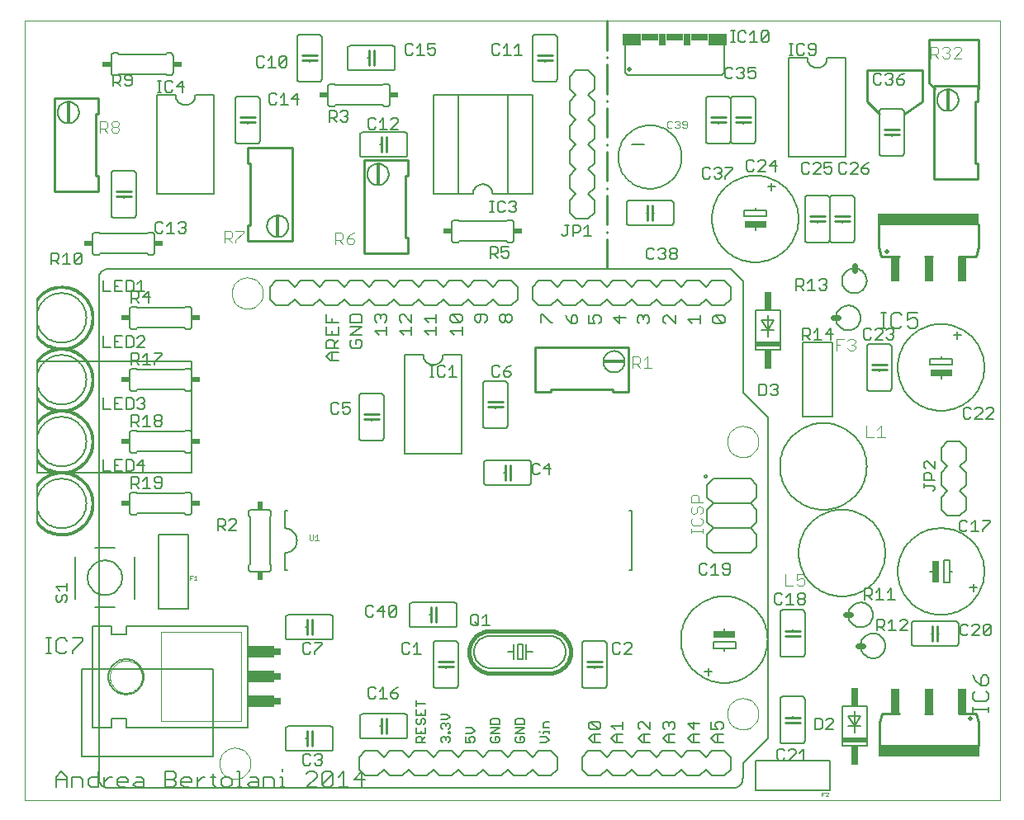
<source format=gto>
G75*
%MOIN*%
%OFA0B0*%
%FSLAX24Y24*%
%IPPOS*%
%LPD*%
%AMOC8*
5,1,8,0,0,1.08239X$1,22.5*
%
%ADD10C,0.0000*%
%ADD11C,0.0100*%
%ADD12C,0.0060*%
%ADD13C,0.0050*%
%ADD14R,0.0250X0.0900*%
%ADD15R,0.0900X0.0250*%
%ADD16C,0.0080*%
%ADD17C,0.0030*%
%ADD18R,0.1000X0.0200*%
%ADD19R,0.0300X0.0750*%
%ADD20C,0.0010*%
%ADD21C,0.0040*%
%ADD22C,0.0200*%
%ADD23R,0.0750X0.0500*%
%ADD24R,0.0700X0.0300*%
%ADD25R,0.0300X0.0500*%
%ADD26R,0.4110X0.0500*%
%ADD27R,0.0380X0.0990*%
%ADD28C,0.0070*%
%ADD29C,0.0160*%
%ADD30R,0.0827X0.0157*%
%ADD31R,0.0340X0.0240*%
%ADD32C,0.0240*%
%ADD33R,0.0240X0.0340*%
%ADD34R,0.0157X0.0827*%
%ADD35C,0.0020*%
%ADD36R,0.0250X0.0300*%
%ADD37R,0.1100X0.0500*%
D10*
X000100Y000100D02*
X000100Y031596D01*
X039470Y031596D01*
X039470Y000100D01*
X000100Y000100D01*
X003550Y005100D02*
X003552Y005150D01*
X003558Y005200D01*
X003568Y005250D01*
X003581Y005298D01*
X003598Y005346D01*
X003619Y005392D01*
X003643Y005436D01*
X003671Y005478D01*
X003702Y005518D01*
X003736Y005555D01*
X003773Y005590D01*
X003812Y005621D01*
X003853Y005650D01*
X003897Y005675D01*
X003943Y005697D01*
X003990Y005715D01*
X004038Y005729D01*
X004087Y005740D01*
X004137Y005747D01*
X004187Y005750D01*
X004238Y005749D01*
X004288Y005744D01*
X004338Y005735D01*
X004386Y005723D01*
X004434Y005706D01*
X004480Y005686D01*
X004525Y005663D01*
X004568Y005636D01*
X004608Y005606D01*
X004646Y005573D01*
X004681Y005537D01*
X004714Y005498D01*
X004743Y005457D01*
X004769Y005414D01*
X004792Y005369D01*
X004811Y005322D01*
X004826Y005274D01*
X004838Y005225D01*
X004846Y005175D01*
X004850Y005125D01*
X004850Y005075D01*
X004846Y005025D01*
X004838Y004975D01*
X004826Y004926D01*
X004811Y004878D01*
X004792Y004831D01*
X004769Y004786D01*
X004743Y004743D01*
X004714Y004702D01*
X004681Y004663D01*
X004646Y004627D01*
X004608Y004594D01*
X004568Y004564D01*
X004525Y004537D01*
X004480Y004514D01*
X004434Y004494D01*
X004386Y004477D01*
X004338Y004465D01*
X004288Y004456D01*
X004238Y004451D01*
X004187Y004450D01*
X004137Y004453D01*
X004087Y004460D01*
X004038Y004471D01*
X003990Y004485D01*
X003943Y004503D01*
X003897Y004525D01*
X003853Y004550D01*
X003812Y004579D01*
X003773Y004610D01*
X003736Y004645D01*
X003702Y004682D01*
X003671Y004722D01*
X003643Y004764D01*
X003619Y004808D01*
X003598Y004854D01*
X003581Y004902D01*
X003568Y004950D01*
X003558Y005000D01*
X003552Y005050D01*
X003550Y005100D01*
X007970Y001600D02*
X007972Y001650D01*
X007978Y001700D01*
X007988Y001749D01*
X008002Y001797D01*
X008019Y001844D01*
X008040Y001889D01*
X008065Y001933D01*
X008093Y001974D01*
X008125Y002013D01*
X008159Y002050D01*
X008196Y002084D01*
X008236Y002114D01*
X008278Y002141D01*
X008322Y002165D01*
X008368Y002186D01*
X008415Y002202D01*
X008463Y002215D01*
X008513Y002224D01*
X008562Y002229D01*
X008613Y002230D01*
X008663Y002227D01*
X008712Y002220D01*
X008761Y002209D01*
X008809Y002194D01*
X008855Y002176D01*
X008900Y002154D01*
X008943Y002128D01*
X008984Y002099D01*
X009023Y002067D01*
X009059Y002032D01*
X009091Y001994D01*
X009121Y001954D01*
X009148Y001911D01*
X009171Y001867D01*
X009190Y001821D01*
X009206Y001773D01*
X009218Y001724D01*
X009226Y001675D01*
X009230Y001625D01*
X009230Y001575D01*
X009226Y001525D01*
X009218Y001476D01*
X009206Y001427D01*
X009190Y001379D01*
X009171Y001333D01*
X009148Y001289D01*
X009121Y001246D01*
X009091Y001206D01*
X009059Y001168D01*
X009023Y001133D01*
X008984Y001101D01*
X008943Y001072D01*
X008900Y001046D01*
X008855Y001024D01*
X008809Y001006D01*
X008761Y000991D01*
X008712Y000980D01*
X008663Y000973D01*
X008613Y000970D01*
X008562Y000971D01*
X008513Y000976D01*
X008463Y000985D01*
X008415Y000998D01*
X008368Y001014D01*
X008322Y001035D01*
X008278Y001059D01*
X008236Y001086D01*
X008196Y001116D01*
X008159Y001150D01*
X008125Y001187D01*
X008093Y001226D01*
X008065Y001267D01*
X008040Y001311D01*
X008019Y001356D01*
X008002Y001403D01*
X007988Y001451D01*
X007978Y001500D01*
X007972Y001550D01*
X007970Y001600D01*
X028470Y003600D02*
X028472Y003650D01*
X028478Y003700D01*
X028488Y003749D01*
X028502Y003797D01*
X028519Y003844D01*
X028540Y003889D01*
X028565Y003933D01*
X028593Y003974D01*
X028625Y004013D01*
X028659Y004050D01*
X028696Y004084D01*
X028736Y004114D01*
X028778Y004141D01*
X028822Y004165D01*
X028868Y004186D01*
X028915Y004202D01*
X028963Y004215D01*
X029013Y004224D01*
X029062Y004229D01*
X029113Y004230D01*
X029163Y004227D01*
X029212Y004220D01*
X029261Y004209D01*
X029309Y004194D01*
X029355Y004176D01*
X029400Y004154D01*
X029443Y004128D01*
X029484Y004099D01*
X029523Y004067D01*
X029559Y004032D01*
X029591Y003994D01*
X029621Y003954D01*
X029648Y003911D01*
X029671Y003867D01*
X029690Y003821D01*
X029706Y003773D01*
X029718Y003724D01*
X029726Y003675D01*
X029730Y003625D01*
X029730Y003575D01*
X029726Y003525D01*
X029718Y003476D01*
X029706Y003427D01*
X029690Y003379D01*
X029671Y003333D01*
X029648Y003289D01*
X029621Y003246D01*
X029591Y003206D01*
X029559Y003168D01*
X029523Y003133D01*
X029484Y003101D01*
X029443Y003072D01*
X029400Y003046D01*
X029355Y003024D01*
X029309Y003006D01*
X029261Y002991D01*
X029212Y002980D01*
X029163Y002973D01*
X029113Y002970D01*
X029062Y002971D01*
X029013Y002976D01*
X028963Y002985D01*
X028915Y002998D01*
X028868Y003014D01*
X028822Y003035D01*
X028778Y003059D01*
X028736Y003086D01*
X028696Y003116D01*
X028659Y003150D01*
X028625Y003187D01*
X028593Y003226D01*
X028565Y003267D01*
X028540Y003311D01*
X028519Y003356D01*
X028502Y003403D01*
X028488Y003451D01*
X028478Y003500D01*
X028472Y003550D01*
X028470Y003600D01*
X028470Y014600D02*
X028472Y014650D01*
X028478Y014700D01*
X028488Y014749D01*
X028502Y014797D01*
X028519Y014844D01*
X028540Y014889D01*
X028565Y014933D01*
X028593Y014974D01*
X028625Y015013D01*
X028659Y015050D01*
X028696Y015084D01*
X028736Y015114D01*
X028778Y015141D01*
X028822Y015165D01*
X028868Y015186D01*
X028915Y015202D01*
X028963Y015215D01*
X029013Y015224D01*
X029062Y015229D01*
X029113Y015230D01*
X029163Y015227D01*
X029212Y015220D01*
X029261Y015209D01*
X029309Y015194D01*
X029355Y015176D01*
X029400Y015154D01*
X029443Y015128D01*
X029484Y015099D01*
X029523Y015067D01*
X029559Y015032D01*
X029591Y014994D01*
X029621Y014954D01*
X029648Y014911D01*
X029671Y014867D01*
X029690Y014821D01*
X029706Y014773D01*
X029718Y014724D01*
X029726Y014675D01*
X029730Y014625D01*
X029730Y014575D01*
X029726Y014525D01*
X029718Y014476D01*
X029706Y014427D01*
X029690Y014379D01*
X029671Y014333D01*
X029648Y014289D01*
X029621Y014246D01*
X029591Y014206D01*
X029559Y014168D01*
X029523Y014133D01*
X029484Y014101D01*
X029443Y014072D01*
X029400Y014046D01*
X029355Y014024D01*
X029309Y014006D01*
X029261Y013991D01*
X029212Y013980D01*
X029163Y013973D01*
X029113Y013970D01*
X029062Y013971D01*
X029013Y013976D01*
X028963Y013985D01*
X028915Y013998D01*
X028868Y014014D01*
X028822Y014035D01*
X028778Y014059D01*
X028736Y014086D01*
X028696Y014116D01*
X028659Y014150D01*
X028625Y014187D01*
X028593Y014226D01*
X028565Y014267D01*
X028540Y014311D01*
X028519Y014356D01*
X028502Y014403D01*
X028488Y014451D01*
X028478Y014500D01*
X028472Y014550D01*
X028470Y014600D01*
X008470Y020600D02*
X008472Y020650D01*
X008478Y020700D01*
X008488Y020749D01*
X008502Y020797D01*
X008519Y020844D01*
X008540Y020889D01*
X008565Y020933D01*
X008593Y020974D01*
X008625Y021013D01*
X008659Y021050D01*
X008696Y021084D01*
X008736Y021114D01*
X008778Y021141D01*
X008822Y021165D01*
X008868Y021186D01*
X008915Y021202D01*
X008963Y021215D01*
X009013Y021224D01*
X009062Y021229D01*
X009113Y021230D01*
X009163Y021227D01*
X009212Y021220D01*
X009261Y021209D01*
X009309Y021194D01*
X009355Y021176D01*
X009400Y021154D01*
X009443Y021128D01*
X009484Y021099D01*
X009523Y021067D01*
X009559Y021032D01*
X009591Y020994D01*
X009621Y020954D01*
X009648Y020911D01*
X009671Y020867D01*
X009690Y020821D01*
X009706Y020773D01*
X009718Y020724D01*
X009726Y020675D01*
X009730Y020625D01*
X009730Y020575D01*
X009726Y020525D01*
X009718Y020476D01*
X009706Y020427D01*
X009690Y020379D01*
X009671Y020333D01*
X009648Y020289D01*
X009621Y020246D01*
X009591Y020206D01*
X009559Y020168D01*
X009523Y020133D01*
X009484Y020101D01*
X009443Y020072D01*
X009400Y020046D01*
X009355Y020024D01*
X009309Y020006D01*
X009261Y019991D01*
X009212Y019980D01*
X009163Y019973D01*
X009113Y019970D01*
X009062Y019971D01*
X009013Y019976D01*
X008963Y019985D01*
X008915Y019998D01*
X008868Y020014D01*
X008822Y020035D01*
X008778Y020059D01*
X008736Y020086D01*
X008696Y020116D01*
X008659Y020150D01*
X008625Y020187D01*
X008593Y020226D01*
X008565Y020267D01*
X008540Y020311D01*
X008519Y020356D01*
X008502Y020403D01*
X008488Y020451D01*
X008478Y020500D01*
X008472Y020550D01*
X008470Y020600D01*
D11*
X009108Y022710D02*
X009108Y023340D01*
X009206Y023340D01*
X009206Y025860D01*
X009108Y025860D01*
X009108Y026490D01*
X010899Y026490D01*
X010899Y022710D01*
X009108Y022710D01*
X013801Y022210D02*
X013801Y025990D01*
X015592Y025990D01*
X015592Y025360D01*
X015494Y025360D01*
X015494Y022840D01*
X015592Y022840D01*
X015592Y022210D01*
X013801Y022210D01*
X014500Y026300D02*
X014500Y026600D01*
X014500Y026900D01*
X014700Y026900D02*
X014700Y026600D01*
X014700Y026300D01*
X014200Y029800D02*
X014200Y030100D01*
X014200Y030400D01*
X014000Y030400D02*
X014000Y030100D01*
X014000Y029800D01*
X011900Y030000D02*
X011600Y030000D01*
X011300Y030000D01*
X011300Y030200D02*
X011600Y030200D01*
X011900Y030200D01*
X009400Y027700D02*
X009100Y027700D01*
X008800Y027700D01*
X008800Y027500D02*
X009100Y027500D01*
X009400Y027500D01*
X004400Y024700D02*
X004100Y024700D01*
X003800Y024700D01*
X003800Y024500D02*
X004100Y024500D01*
X004400Y024500D01*
X003092Y024710D02*
X003092Y025340D01*
X002994Y025340D01*
X002994Y027860D01*
X003092Y027860D01*
X003092Y028490D01*
X001301Y028490D01*
X001301Y024710D01*
X003092Y024710D01*
X013800Y015700D02*
X014100Y015700D01*
X014400Y015700D01*
X014400Y015500D02*
X014100Y015500D01*
X013800Y015500D01*
X018800Y016000D02*
X019100Y016000D01*
X019400Y016000D01*
X019400Y016200D02*
X019100Y016200D01*
X018800Y016200D01*
X020710Y016608D02*
X021340Y016608D01*
X021340Y016706D01*
X023860Y016706D01*
X023860Y016608D01*
X024490Y016608D01*
X024490Y018399D01*
X020710Y018399D01*
X020710Y016608D01*
X019700Y013650D02*
X019700Y013350D01*
X019700Y013050D01*
X019500Y013050D02*
X019500Y013350D01*
X019500Y013650D01*
X016700Y007900D02*
X016700Y007600D01*
X016700Y007300D01*
X016500Y007300D02*
X016500Y007600D01*
X016500Y007900D01*
X016800Y005700D02*
X017100Y005700D01*
X017400Y005700D01*
X017400Y005500D02*
X017100Y005500D01*
X016800Y005500D01*
X014700Y003400D02*
X014700Y003100D01*
X014700Y002800D01*
X014500Y002800D02*
X014500Y003100D01*
X014500Y003400D01*
X011700Y002900D02*
X011700Y002600D01*
X011700Y002300D01*
X011500Y002300D02*
X011500Y002600D01*
X011500Y002900D01*
X011500Y006800D02*
X011500Y007100D01*
X011500Y007400D01*
X011700Y007400D02*
X011700Y007100D01*
X011700Y006800D01*
X022800Y005700D02*
X023100Y005700D01*
X023400Y005700D01*
X023400Y005500D02*
X023100Y005500D01*
X022800Y005500D01*
X030800Y006750D02*
X031100Y006750D01*
X031400Y006750D01*
X031400Y006950D02*
X031100Y006950D01*
X030800Y006950D01*
X034700Y003620D02*
X035400Y003620D01*
X034700Y003620D02*
X034600Y003230D01*
X034600Y002310D01*
X036460Y003620D02*
X036740Y003620D01*
X037800Y003620D02*
X038510Y003620D01*
X038610Y003230D01*
X038610Y002310D01*
X036950Y006550D02*
X036950Y006850D01*
X036950Y007150D01*
X036750Y007150D02*
X036750Y006850D01*
X036750Y006550D01*
X031400Y003450D02*
X031100Y003450D01*
X030800Y003450D01*
X030800Y003250D02*
X031100Y003250D01*
X031400Y003250D01*
X034300Y017500D02*
X034600Y017500D01*
X034900Y017500D01*
X034900Y017700D02*
X034600Y017700D01*
X034300Y017700D01*
X034690Y022080D02*
X035400Y022080D01*
X034690Y022080D02*
X034590Y022470D01*
X034590Y023390D01*
X033400Y023500D02*
X033100Y023500D01*
X032800Y023500D01*
X032800Y023700D02*
X033100Y023700D01*
X033400Y023700D01*
X032400Y023700D02*
X032100Y023700D01*
X031800Y023700D01*
X031800Y023500D02*
X032100Y023500D01*
X032400Y023500D01*
X034800Y027000D02*
X035100Y027000D01*
X035400Y027000D01*
X035400Y027200D02*
X035100Y027200D01*
X034800Y027200D01*
X034600Y027850D02*
X034100Y028350D01*
X034100Y029600D01*
X036350Y029600D01*
X036350Y028350D01*
X035600Y027850D01*
X036600Y029100D02*
X036850Y028850D01*
X036801Y028990D02*
X038592Y028990D01*
X038592Y028360D01*
X038494Y028360D01*
X038494Y025840D01*
X038592Y025840D01*
X038592Y025210D01*
X036801Y025210D01*
X036801Y028990D01*
X036600Y029100D02*
X036600Y030850D01*
X038600Y030850D01*
X038600Y028850D01*
X038600Y023390D02*
X038600Y022470D01*
X038500Y022080D01*
X037800Y022080D01*
X036740Y022080D02*
X036460Y022080D01*
X029400Y027500D02*
X029100Y027500D01*
X028800Y027500D01*
X028800Y027700D02*
X029100Y027700D01*
X029400Y027700D01*
X028400Y027700D02*
X028100Y027700D01*
X027800Y027700D01*
X027800Y027500D02*
X028100Y027500D01*
X028400Y027500D01*
X025450Y024150D02*
X025450Y023850D01*
X025450Y023550D01*
X025250Y023550D02*
X025250Y023850D01*
X025250Y024150D01*
X023600Y024540D02*
X023600Y023365D01*
X023600Y023094D02*
X023600Y023045D01*
X023600Y022775D02*
X023600Y021600D01*
X023600Y024810D02*
X023600Y024859D01*
X023600Y025130D02*
X023600Y026305D01*
X023600Y026575D02*
X023600Y026625D01*
X023600Y026895D02*
X023600Y028070D01*
X023600Y028341D02*
X023600Y028390D01*
X023600Y028660D02*
X023600Y029835D01*
X023600Y030106D02*
X023600Y030155D01*
X023600Y030425D02*
X023600Y031600D01*
X021400Y030200D02*
X021100Y030200D01*
X020800Y030200D01*
X020800Y030000D02*
X021100Y030000D01*
X021400Y030000D01*
D12*
X021100Y030000D02*
X021100Y029950D01*
X021100Y030200D02*
X021100Y030250D01*
X020600Y030950D02*
X020602Y030967D01*
X020606Y030984D01*
X020613Y031000D01*
X020623Y031014D01*
X020636Y031027D01*
X020650Y031037D01*
X020666Y031044D01*
X020683Y031048D01*
X020700Y031050D01*
X021500Y031050D01*
X021517Y031048D01*
X021534Y031044D01*
X021550Y031037D01*
X021564Y031027D01*
X021577Y031014D01*
X021587Y031000D01*
X021594Y030984D01*
X021598Y030967D01*
X021600Y030950D01*
X021600Y029250D01*
X021598Y029233D01*
X021594Y029216D01*
X021587Y029200D01*
X021577Y029186D01*
X021564Y029173D01*
X021550Y029163D01*
X021534Y029156D01*
X021517Y029152D01*
X021500Y029150D01*
X020700Y029150D01*
X020683Y029152D01*
X020666Y029156D01*
X020650Y029163D01*
X020636Y029173D01*
X020623Y029186D01*
X020613Y029200D01*
X020606Y029216D01*
X020602Y029233D01*
X020600Y029250D01*
X020600Y030950D01*
X020600Y028600D02*
X019600Y028600D01*
X019600Y024600D01*
X019000Y024600D01*
X018998Y024639D01*
X018992Y024678D01*
X018983Y024716D01*
X018970Y024753D01*
X018953Y024789D01*
X018933Y024822D01*
X018909Y024854D01*
X018883Y024883D01*
X018854Y024909D01*
X018822Y024933D01*
X018789Y024953D01*
X018753Y024970D01*
X018716Y024983D01*
X018678Y024992D01*
X018639Y024998D01*
X018600Y025000D01*
X018561Y024998D01*
X018522Y024992D01*
X018484Y024983D01*
X018447Y024970D01*
X018411Y024953D01*
X018378Y024933D01*
X018346Y024909D01*
X018317Y024883D01*
X018291Y024854D01*
X018267Y024822D01*
X018247Y024789D01*
X018230Y024753D01*
X018217Y024716D01*
X018208Y024678D01*
X018202Y024639D01*
X018200Y024600D01*
X017600Y024600D01*
X017600Y028600D01*
X019600Y028600D01*
X020600Y028600D02*
X020600Y024600D01*
X019600Y024600D01*
X019600Y023550D02*
X019550Y023500D01*
X017650Y023500D01*
X017600Y023550D01*
X017450Y023550D01*
X017433Y023548D01*
X017416Y023544D01*
X017400Y023537D01*
X017386Y023527D01*
X017373Y023514D01*
X017363Y023500D01*
X017356Y023484D01*
X017352Y023467D01*
X017350Y023450D01*
X017350Y022750D01*
X017352Y022733D01*
X017356Y022716D01*
X017363Y022700D01*
X017373Y022686D01*
X017386Y022673D01*
X017400Y022663D01*
X017416Y022656D01*
X017433Y022652D01*
X017450Y022650D01*
X017600Y022650D01*
X017650Y022700D01*
X019550Y022700D01*
X019600Y022650D01*
X019750Y022650D01*
X019767Y022652D01*
X019784Y022656D01*
X019800Y022663D01*
X019814Y022673D01*
X019827Y022686D01*
X019837Y022700D01*
X019844Y022716D01*
X019848Y022733D01*
X019850Y022750D01*
X019850Y023450D01*
X019848Y023467D01*
X019844Y023484D01*
X019837Y023500D01*
X019827Y023514D01*
X019814Y023527D01*
X019800Y023537D01*
X019784Y023544D01*
X019767Y023548D01*
X019750Y023550D01*
X019600Y023550D01*
X017600Y024600D02*
X016600Y024600D01*
X016600Y028600D01*
X017600Y028600D01*
X015550Y027000D02*
X015550Y026200D01*
X015548Y026183D01*
X015544Y026166D01*
X015537Y026150D01*
X015527Y026136D01*
X015514Y026123D01*
X015500Y026113D01*
X015484Y026106D01*
X015467Y026102D01*
X015450Y026100D01*
X013750Y026100D01*
X013733Y026102D01*
X013716Y026106D01*
X013700Y026113D01*
X013686Y026123D01*
X013673Y026136D01*
X013663Y026150D01*
X013656Y026166D01*
X013652Y026183D01*
X013650Y026200D01*
X013650Y027000D01*
X013652Y027017D01*
X013656Y027034D01*
X013663Y027050D01*
X013673Y027064D01*
X013686Y027077D01*
X013700Y027087D01*
X013716Y027094D01*
X013733Y027098D01*
X013750Y027100D01*
X015450Y027100D01*
X015467Y027098D01*
X015484Y027094D01*
X015500Y027087D01*
X015514Y027077D01*
X015527Y027064D01*
X015537Y027050D01*
X015544Y027034D01*
X015548Y027017D01*
X015550Y027000D01*
X014750Y026600D02*
X014700Y026600D01*
X014500Y026600D02*
X014450Y026600D01*
X013939Y025399D02*
X013941Y025440D01*
X013947Y025481D01*
X013957Y025521D01*
X013970Y025560D01*
X013987Y025597D01*
X014008Y025633D01*
X014032Y025667D01*
X014059Y025698D01*
X014088Y025726D01*
X014121Y025752D01*
X014155Y025774D01*
X014192Y025793D01*
X014230Y025808D01*
X014270Y025820D01*
X014310Y025828D01*
X014351Y025832D01*
X014393Y025832D01*
X014434Y025828D01*
X014474Y025820D01*
X014514Y025808D01*
X014552Y025793D01*
X014588Y025774D01*
X014623Y025752D01*
X014656Y025726D01*
X014685Y025698D01*
X014712Y025667D01*
X014736Y025633D01*
X014757Y025597D01*
X014774Y025560D01*
X014787Y025521D01*
X014797Y025481D01*
X014803Y025440D01*
X014805Y025399D01*
X014803Y025358D01*
X014797Y025317D01*
X014787Y025277D01*
X014774Y025238D01*
X014757Y025201D01*
X014736Y025165D01*
X014712Y025131D01*
X014685Y025100D01*
X014656Y025072D01*
X014623Y025046D01*
X014589Y025024D01*
X014552Y025005D01*
X014514Y024990D01*
X014474Y024978D01*
X014434Y024970D01*
X014393Y024966D01*
X014351Y024966D01*
X014310Y024970D01*
X014270Y024978D01*
X014230Y024990D01*
X014192Y025005D01*
X014156Y025024D01*
X014121Y025046D01*
X014088Y025072D01*
X014059Y025100D01*
X014032Y025131D01*
X014008Y025165D01*
X013987Y025201D01*
X013970Y025238D01*
X013957Y025277D01*
X013947Y025317D01*
X013941Y025358D01*
X013939Y025399D01*
X014600Y028150D02*
X014750Y028150D01*
X014767Y028152D01*
X014784Y028156D01*
X014800Y028163D01*
X014814Y028173D01*
X014827Y028186D01*
X014837Y028200D01*
X014844Y028216D01*
X014848Y028233D01*
X014850Y028250D01*
X014850Y028950D01*
X014848Y028967D01*
X014844Y028984D01*
X014837Y029000D01*
X014827Y029014D01*
X014814Y029027D01*
X014800Y029037D01*
X014784Y029044D01*
X014767Y029048D01*
X014750Y029050D01*
X014600Y029050D01*
X014550Y029000D01*
X012650Y029000D01*
X012600Y029050D01*
X012450Y029050D01*
X012433Y029048D01*
X012416Y029044D01*
X012400Y029037D01*
X012386Y029027D01*
X012373Y029014D01*
X012363Y029000D01*
X012356Y028984D01*
X012352Y028967D01*
X012350Y028950D01*
X012350Y028250D01*
X012352Y028233D01*
X012356Y028216D01*
X012363Y028200D01*
X012373Y028186D01*
X012386Y028173D01*
X012400Y028163D01*
X012416Y028156D01*
X012433Y028152D01*
X012450Y028150D01*
X012600Y028150D01*
X012650Y028200D01*
X014550Y028200D01*
X014600Y028150D01*
X014950Y029600D02*
X013250Y029600D01*
X013233Y029602D01*
X013216Y029606D01*
X013200Y029613D01*
X013186Y029623D01*
X013173Y029636D01*
X013163Y029650D01*
X013156Y029666D01*
X013152Y029683D01*
X013150Y029700D01*
X013150Y030500D01*
X013152Y030517D01*
X013156Y030534D01*
X013163Y030550D01*
X013173Y030564D01*
X013186Y030577D01*
X013200Y030587D01*
X013216Y030594D01*
X013233Y030598D01*
X013250Y030600D01*
X014950Y030600D01*
X014967Y030598D01*
X014984Y030594D01*
X015000Y030587D01*
X015014Y030577D01*
X015027Y030564D01*
X015037Y030550D01*
X015044Y030534D01*
X015048Y030517D01*
X015050Y030500D01*
X015050Y029700D01*
X015048Y029683D01*
X015044Y029666D01*
X015037Y029650D01*
X015027Y029636D01*
X015014Y029623D01*
X015000Y029613D01*
X014984Y029606D01*
X014967Y029602D01*
X014950Y029600D01*
X014250Y030100D02*
X014200Y030100D01*
X014000Y030100D02*
X013950Y030100D01*
X012100Y030950D02*
X012100Y029250D01*
X012098Y029233D01*
X012094Y029216D01*
X012087Y029200D01*
X012077Y029186D01*
X012064Y029173D01*
X012050Y029163D01*
X012034Y029156D01*
X012017Y029152D01*
X012000Y029150D01*
X011200Y029150D01*
X011183Y029152D01*
X011166Y029156D01*
X011150Y029163D01*
X011136Y029173D01*
X011123Y029186D01*
X011113Y029200D01*
X011106Y029216D01*
X011102Y029233D01*
X011100Y029250D01*
X011100Y030950D01*
X011102Y030967D01*
X011106Y030984D01*
X011113Y031000D01*
X011123Y031014D01*
X011136Y031027D01*
X011150Y031037D01*
X011166Y031044D01*
X011183Y031048D01*
X011200Y031050D01*
X012000Y031050D01*
X012017Y031048D01*
X012034Y031044D01*
X012050Y031037D01*
X012064Y031027D01*
X012077Y031014D01*
X012087Y031000D01*
X012094Y030984D01*
X012098Y030967D01*
X012100Y030950D01*
X011600Y030250D02*
X011600Y030200D01*
X011600Y030000D02*
X011600Y029950D01*
X009600Y028450D02*
X009600Y026750D01*
X009598Y026733D01*
X009594Y026716D01*
X009587Y026700D01*
X009577Y026686D01*
X009564Y026673D01*
X009550Y026663D01*
X009534Y026656D01*
X009517Y026652D01*
X009500Y026650D01*
X008700Y026650D01*
X008683Y026652D01*
X008666Y026656D01*
X008650Y026663D01*
X008636Y026673D01*
X008623Y026686D01*
X008613Y026700D01*
X008606Y026716D01*
X008602Y026733D01*
X008600Y026750D01*
X008600Y028450D01*
X008602Y028467D01*
X008606Y028484D01*
X008613Y028500D01*
X008623Y028514D01*
X008636Y028527D01*
X008650Y028537D01*
X008666Y028544D01*
X008683Y028548D01*
X008700Y028550D01*
X009500Y028550D01*
X009517Y028548D01*
X009534Y028544D01*
X009550Y028537D01*
X009564Y028527D01*
X009577Y028514D01*
X009587Y028500D01*
X009594Y028484D01*
X009598Y028467D01*
X009600Y028450D01*
X009100Y027750D02*
X009100Y027700D01*
X009100Y027500D02*
X009100Y027450D01*
X007750Y028600D02*
X007000Y028600D01*
X006998Y028561D01*
X006992Y028522D01*
X006983Y028484D01*
X006970Y028447D01*
X006953Y028411D01*
X006933Y028378D01*
X006909Y028346D01*
X006883Y028317D01*
X006854Y028291D01*
X006822Y028267D01*
X006789Y028247D01*
X006753Y028230D01*
X006716Y028217D01*
X006678Y028208D01*
X006639Y028202D01*
X006600Y028200D01*
X006561Y028202D01*
X006522Y028208D01*
X006484Y028217D01*
X006447Y028230D01*
X006411Y028247D01*
X006378Y028267D01*
X006346Y028291D01*
X006317Y028317D01*
X006291Y028346D01*
X006267Y028378D01*
X006247Y028411D01*
X006230Y028447D01*
X006217Y028484D01*
X006208Y028522D01*
X006202Y028561D01*
X006200Y028600D01*
X005450Y028600D01*
X005450Y024600D01*
X007750Y024600D01*
X007750Y028600D01*
X006100Y029500D02*
X006100Y030200D01*
X006098Y030217D01*
X006094Y030234D01*
X006087Y030250D01*
X006077Y030264D01*
X006064Y030277D01*
X006050Y030287D01*
X006034Y030294D01*
X006017Y030298D01*
X006000Y030300D01*
X005850Y030300D01*
X005800Y030250D01*
X003900Y030250D01*
X003850Y030300D01*
X003700Y030300D01*
X003683Y030298D01*
X003666Y030294D01*
X003650Y030287D01*
X003636Y030277D01*
X003623Y030264D01*
X003613Y030250D01*
X003606Y030234D01*
X003602Y030217D01*
X003600Y030200D01*
X003600Y029500D01*
X003602Y029483D01*
X003606Y029466D01*
X003613Y029450D01*
X003623Y029436D01*
X003636Y029423D01*
X003650Y029413D01*
X003666Y029406D01*
X003683Y029402D01*
X003700Y029400D01*
X003850Y029400D01*
X003900Y029450D01*
X005800Y029450D01*
X005850Y029400D01*
X006000Y029400D01*
X006017Y029402D01*
X006034Y029406D01*
X006050Y029413D01*
X006064Y029423D01*
X006077Y029436D01*
X006087Y029450D01*
X006094Y029466D01*
X006098Y029483D01*
X006100Y029500D01*
X001439Y027899D02*
X001441Y027940D01*
X001447Y027981D01*
X001457Y028021D01*
X001470Y028060D01*
X001487Y028097D01*
X001508Y028133D01*
X001532Y028167D01*
X001559Y028198D01*
X001588Y028226D01*
X001621Y028252D01*
X001655Y028274D01*
X001692Y028293D01*
X001730Y028308D01*
X001770Y028320D01*
X001810Y028328D01*
X001851Y028332D01*
X001893Y028332D01*
X001934Y028328D01*
X001974Y028320D01*
X002014Y028308D01*
X002052Y028293D01*
X002088Y028274D01*
X002123Y028252D01*
X002156Y028226D01*
X002185Y028198D01*
X002212Y028167D01*
X002236Y028133D01*
X002257Y028097D01*
X002274Y028060D01*
X002287Y028021D01*
X002297Y027981D01*
X002303Y027940D01*
X002305Y027899D01*
X002303Y027858D01*
X002297Y027817D01*
X002287Y027777D01*
X002274Y027738D01*
X002257Y027701D01*
X002236Y027665D01*
X002212Y027631D01*
X002185Y027600D01*
X002156Y027572D01*
X002123Y027546D01*
X002089Y027524D01*
X002052Y027505D01*
X002014Y027490D01*
X001974Y027478D01*
X001934Y027470D01*
X001893Y027466D01*
X001851Y027466D01*
X001810Y027470D01*
X001770Y027478D01*
X001730Y027490D01*
X001692Y027505D01*
X001656Y027524D01*
X001621Y027546D01*
X001588Y027572D01*
X001559Y027600D01*
X001532Y027631D01*
X001508Y027665D01*
X001487Y027701D01*
X001470Y027738D01*
X001457Y027777D01*
X001447Y027817D01*
X001441Y027858D01*
X001439Y027899D01*
X003700Y025550D02*
X004500Y025550D01*
X004517Y025548D01*
X004534Y025544D01*
X004550Y025537D01*
X004564Y025527D01*
X004577Y025514D01*
X004587Y025500D01*
X004594Y025484D01*
X004598Y025467D01*
X004600Y025450D01*
X004600Y023750D01*
X004598Y023733D01*
X004594Y023716D01*
X004587Y023700D01*
X004577Y023686D01*
X004564Y023673D01*
X004550Y023663D01*
X004534Y023656D01*
X004517Y023652D01*
X004500Y023650D01*
X003700Y023650D01*
X003683Y023652D01*
X003666Y023656D01*
X003650Y023663D01*
X003636Y023673D01*
X003623Y023686D01*
X003613Y023700D01*
X003606Y023716D01*
X003602Y023733D01*
X003600Y023750D01*
X003600Y025450D01*
X003602Y025467D01*
X003606Y025484D01*
X003613Y025500D01*
X003623Y025514D01*
X003636Y025527D01*
X003650Y025537D01*
X003666Y025544D01*
X003683Y025548D01*
X003700Y025550D01*
X004100Y024750D02*
X004100Y024700D01*
X004100Y024500D02*
X004100Y024450D01*
X003100Y023050D02*
X002950Y023050D01*
X002933Y023048D01*
X002916Y023044D01*
X002900Y023037D01*
X002886Y023027D01*
X002873Y023014D01*
X002863Y023000D01*
X002856Y022984D01*
X002852Y022967D01*
X002850Y022950D01*
X002850Y022250D01*
X002852Y022233D01*
X002856Y022216D01*
X002863Y022200D01*
X002873Y022186D01*
X002886Y022173D01*
X002900Y022163D01*
X002916Y022156D01*
X002933Y022152D01*
X002950Y022150D01*
X003100Y022150D01*
X003150Y022200D01*
X005050Y022200D01*
X005100Y022150D01*
X005250Y022150D01*
X005267Y022152D01*
X005284Y022156D01*
X005300Y022163D01*
X005314Y022173D01*
X005327Y022186D01*
X005337Y022200D01*
X005344Y022216D01*
X005348Y022233D01*
X005350Y022250D01*
X005350Y022950D01*
X005348Y022967D01*
X005344Y022984D01*
X005337Y023000D01*
X005327Y023014D01*
X005314Y023027D01*
X005300Y023037D01*
X005284Y023044D01*
X005267Y023048D01*
X005250Y023050D01*
X005100Y023050D01*
X005050Y023000D01*
X003150Y023000D01*
X003100Y023050D01*
X004450Y020050D02*
X004600Y020050D01*
X004650Y020000D01*
X006550Y020000D01*
X006600Y020050D01*
X006750Y020050D01*
X006767Y020048D01*
X006784Y020044D01*
X006800Y020037D01*
X006814Y020027D01*
X006827Y020014D01*
X006837Y020000D01*
X006844Y019984D01*
X006848Y019967D01*
X006850Y019950D01*
X006850Y019250D01*
X006848Y019233D01*
X006844Y019216D01*
X006837Y019200D01*
X006827Y019186D01*
X006814Y019173D01*
X006800Y019163D01*
X006784Y019156D01*
X006767Y019152D01*
X006750Y019150D01*
X006600Y019150D01*
X006550Y019200D01*
X004650Y019200D01*
X004600Y019150D01*
X004450Y019150D01*
X004433Y019152D01*
X004416Y019156D01*
X004400Y019163D01*
X004386Y019173D01*
X004373Y019186D01*
X004363Y019200D01*
X004356Y019216D01*
X004352Y019233D01*
X004350Y019250D01*
X004350Y019950D01*
X004352Y019967D01*
X004356Y019984D01*
X004363Y020000D01*
X004373Y020014D01*
X004386Y020027D01*
X004400Y020037D01*
X004416Y020044D01*
X004433Y020048D01*
X004450Y020050D01*
X000600Y019600D02*
X000602Y019663D01*
X000608Y019725D01*
X000618Y019787D01*
X000631Y019849D01*
X000649Y019909D01*
X000670Y019968D01*
X000695Y020026D01*
X000724Y020082D01*
X000756Y020136D01*
X000791Y020188D01*
X000829Y020237D01*
X000871Y020285D01*
X000915Y020329D01*
X000963Y020371D01*
X001012Y020409D01*
X001064Y020444D01*
X001118Y020476D01*
X001174Y020505D01*
X001232Y020530D01*
X001291Y020551D01*
X001351Y020569D01*
X001413Y020582D01*
X001475Y020592D01*
X001537Y020598D01*
X001600Y020600D01*
X001663Y020598D01*
X001725Y020592D01*
X001787Y020582D01*
X001849Y020569D01*
X001909Y020551D01*
X001968Y020530D01*
X002026Y020505D01*
X002082Y020476D01*
X002136Y020444D01*
X002188Y020409D01*
X002237Y020371D01*
X002285Y020329D01*
X002329Y020285D01*
X002371Y020237D01*
X002409Y020188D01*
X002444Y020136D01*
X002476Y020082D01*
X002505Y020026D01*
X002530Y019968D01*
X002551Y019909D01*
X002569Y019849D01*
X002582Y019787D01*
X002592Y019725D01*
X002598Y019663D01*
X002600Y019600D01*
X002598Y019537D01*
X002592Y019475D01*
X002582Y019413D01*
X002569Y019351D01*
X002551Y019291D01*
X002530Y019232D01*
X002505Y019174D01*
X002476Y019118D01*
X002444Y019064D01*
X002409Y019012D01*
X002371Y018963D01*
X002329Y018915D01*
X002285Y018871D01*
X002237Y018829D01*
X002188Y018791D01*
X002136Y018756D01*
X002082Y018724D01*
X002026Y018695D01*
X001968Y018670D01*
X001909Y018649D01*
X001849Y018631D01*
X001787Y018618D01*
X001725Y018608D01*
X001663Y018602D01*
X001600Y018600D01*
X001537Y018602D01*
X001475Y018608D01*
X001413Y018618D01*
X001351Y018631D01*
X001291Y018649D01*
X001232Y018670D01*
X001174Y018695D01*
X001118Y018724D01*
X001064Y018756D01*
X001012Y018791D01*
X000963Y018829D01*
X000915Y018871D01*
X000871Y018915D01*
X000829Y018963D01*
X000791Y019012D01*
X000756Y019064D01*
X000724Y019118D01*
X000695Y019174D01*
X000670Y019232D01*
X000649Y019291D01*
X000631Y019351D01*
X000618Y019413D01*
X000608Y019475D01*
X000602Y019537D01*
X000600Y019600D01*
X000600Y017100D02*
X000602Y017163D01*
X000608Y017225D01*
X000618Y017287D01*
X000631Y017349D01*
X000649Y017409D01*
X000670Y017468D01*
X000695Y017526D01*
X000724Y017582D01*
X000756Y017636D01*
X000791Y017688D01*
X000829Y017737D01*
X000871Y017785D01*
X000915Y017829D01*
X000963Y017871D01*
X001012Y017909D01*
X001064Y017944D01*
X001118Y017976D01*
X001174Y018005D01*
X001232Y018030D01*
X001291Y018051D01*
X001351Y018069D01*
X001413Y018082D01*
X001475Y018092D01*
X001537Y018098D01*
X001600Y018100D01*
X001663Y018098D01*
X001725Y018092D01*
X001787Y018082D01*
X001849Y018069D01*
X001909Y018051D01*
X001968Y018030D01*
X002026Y018005D01*
X002082Y017976D01*
X002136Y017944D01*
X002188Y017909D01*
X002237Y017871D01*
X002285Y017829D01*
X002329Y017785D01*
X002371Y017737D01*
X002409Y017688D01*
X002444Y017636D01*
X002476Y017582D01*
X002505Y017526D01*
X002530Y017468D01*
X002551Y017409D01*
X002569Y017349D01*
X002582Y017287D01*
X002592Y017225D01*
X002598Y017163D01*
X002600Y017100D01*
X002598Y017037D01*
X002592Y016975D01*
X002582Y016913D01*
X002569Y016851D01*
X002551Y016791D01*
X002530Y016732D01*
X002505Y016674D01*
X002476Y016618D01*
X002444Y016564D01*
X002409Y016512D01*
X002371Y016463D01*
X002329Y016415D01*
X002285Y016371D01*
X002237Y016329D01*
X002188Y016291D01*
X002136Y016256D01*
X002082Y016224D01*
X002026Y016195D01*
X001968Y016170D01*
X001909Y016149D01*
X001849Y016131D01*
X001787Y016118D01*
X001725Y016108D01*
X001663Y016102D01*
X001600Y016100D01*
X001537Y016102D01*
X001475Y016108D01*
X001413Y016118D01*
X001351Y016131D01*
X001291Y016149D01*
X001232Y016170D01*
X001174Y016195D01*
X001118Y016224D01*
X001064Y016256D01*
X001012Y016291D01*
X000963Y016329D01*
X000915Y016371D01*
X000871Y016415D01*
X000829Y016463D01*
X000791Y016512D01*
X000756Y016564D01*
X000724Y016618D01*
X000695Y016674D01*
X000670Y016732D01*
X000649Y016791D01*
X000631Y016851D01*
X000618Y016913D01*
X000608Y016975D01*
X000602Y017037D01*
X000600Y017100D01*
X000600Y014600D02*
X000602Y014663D01*
X000608Y014725D01*
X000618Y014787D01*
X000631Y014849D01*
X000649Y014909D01*
X000670Y014968D01*
X000695Y015026D01*
X000724Y015082D01*
X000756Y015136D01*
X000791Y015188D01*
X000829Y015237D01*
X000871Y015285D01*
X000915Y015329D01*
X000963Y015371D01*
X001012Y015409D01*
X001064Y015444D01*
X001118Y015476D01*
X001174Y015505D01*
X001232Y015530D01*
X001291Y015551D01*
X001351Y015569D01*
X001413Y015582D01*
X001475Y015592D01*
X001537Y015598D01*
X001600Y015600D01*
X001663Y015598D01*
X001725Y015592D01*
X001787Y015582D01*
X001849Y015569D01*
X001909Y015551D01*
X001968Y015530D01*
X002026Y015505D01*
X002082Y015476D01*
X002136Y015444D01*
X002188Y015409D01*
X002237Y015371D01*
X002285Y015329D01*
X002329Y015285D01*
X002371Y015237D01*
X002409Y015188D01*
X002444Y015136D01*
X002476Y015082D01*
X002505Y015026D01*
X002530Y014968D01*
X002551Y014909D01*
X002569Y014849D01*
X002582Y014787D01*
X002592Y014725D01*
X002598Y014663D01*
X002600Y014600D01*
X002598Y014537D01*
X002592Y014475D01*
X002582Y014413D01*
X002569Y014351D01*
X002551Y014291D01*
X002530Y014232D01*
X002505Y014174D01*
X002476Y014118D01*
X002444Y014064D01*
X002409Y014012D01*
X002371Y013963D01*
X002329Y013915D01*
X002285Y013871D01*
X002237Y013829D01*
X002188Y013791D01*
X002136Y013756D01*
X002082Y013724D01*
X002026Y013695D01*
X001968Y013670D01*
X001909Y013649D01*
X001849Y013631D01*
X001787Y013618D01*
X001725Y013608D01*
X001663Y013602D01*
X001600Y013600D01*
X001537Y013602D01*
X001475Y013608D01*
X001413Y013618D01*
X001351Y013631D01*
X001291Y013649D01*
X001232Y013670D01*
X001174Y013695D01*
X001118Y013724D01*
X001064Y013756D01*
X001012Y013791D01*
X000963Y013829D01*
X000915Y013871D01*
X000871Y013915D01*
X000829Y013963D01*
X000791Y014012D01*
X000756Y014064D01*
X000724Y014118D01*
X000695Y014174D01*
X000670Y014232D01*
X000649Y014291D01*
X000631Y014351D01*
X000618Y014413D01*
X000608Y014475D01*
X000602Y014537D01*
X000600Y014600D01*
X000600Y012100D02*
X000602Y012163D01*
X000608Y012225D01*
X000618Y012287D01*
X000631Y012349D01*
X000649Y012409D01*
X000670Y012468D01*
X000695Y012526D01*
X000724Y012582D01*
X000756Y012636D01*
X000791Y012688D01*
X000829Y012737D01*
X000871Y012785D01*
X000915Y012829D01*
X000963Y012871D01*
X001012Y012909D01*
X001064Y012944D01*
X001118Y012976D01*
X001174Y013005D01*
X001232Y013030D01*
X001291Y013051D01*
X001351Y013069D01*
X001413Y013082D01*
X001475Y013092D01*
X001537Y013098D01*
X001600Y013100D01*
X001663Y013098D01*
X001725Y013092D01*
X001787Y013082D01*
X001849Y013069D01*
X001909Y013051D01*
X001968Y013030D01*
X002026Y013005D01*
X002082Y012976D01*
X002136Y012944D01*
X002188Y012909D01*
X002237Y012871D01*
X002285Y012829D01*
X002329Y012785D01*
X002371Y012737D01*
X002409Y012688D01*
X002444Y012636D01*
X002476Y012582D01*
X002505Y012526D01*
X002530Y012468D01*
X002551Y012409D01*
X002569Y012349D01*
X002582Y012287D01*
X002592Y012225D01*
X002598Y012163D01*
X002600Y012100D01*
X002598Y012037D01*
X002592Y011975D01*
X002582Y011913D01*
X002569Y011851D01*
X002551Y011791D01*
X002530Y011732D01*
X002505Y011674D01*
X002476Y011618D01*
X002444Y011564D01*
X002409Y011512D01*
X002371Y011463D01*
X002329Y011415D01*
X002285Y011371D01*
X002237Y011329D01*
X002188Y011291D01*
X002136Y011256D01*
X002082Y011224D01*
X002026Y011195D01*
X001968Y011170D01*
X001909Y011149D01*
X001849Y011131D01*
X001787Y011118D01*
X001725Y011108D01*
X001663Y011102D01*
X001600Y011100D01*
X001537Y011102D01*
X001475Y011108D01*
X001413Y011118D01*
X001351Y011131D01*
X001291Y011149D01*
X001232Y011170D01*
X001174Y011195D01*
X001118Y011224D01*
X001064Y011256D01*
X001012Y011291D01*
X000963Y011329D01*
X000915Y011371D01*
X000871Y011415D01*
X000829Y011463D01*
X000791Y011512D01*
X000756Y011564D01*
X000724Y011618D01*
X000695Y011674D01*
X000670Y011732D01*
X000649Y011791D01*
X000631Y011851D01*
X000618Y011913D01*
X000608Y011975D01*
X000602Y012037D01*
X000600Y012100D01*
X004350Y011750D02*
X004350Y012450D01*
X004352Y012467D01*
X004356Y012484D01*
X004363Y012500D01*
X004373Y012514D01*
X004386Y012527D01*
X004400Y012537D01*
X004416Y012544D01*
X004433Y012548D01*
X004450Y012550D01*
X004600Y012550D01*
X004650Y012500D01*
X006550Y012500D01*
X006600Y012550D01*
X006750Y012550D01*
X006767Y012548D01*
X006784Y012544D01*
X006800Y012537D01*
X006814Y012527D01*
X006827Y012514D01*
X006837Y012500D01*
X006844Y012484D01*
X006848Y012467D01*
X006850Y012450D01*
X006850Y011750D01*
X006848Y011733D01*
X006844Y011716D01*
X006837Y011700D01*
X006827Y011686D01*
X006814Y011673D01*
X006800Y011663D01*
X006784Y011656D01*
X006767Y011652D01*
X006750Y011650D01*
X006600Y011650D01*
X006550Y011700D01*
X004650Y011700D01*
X004600Y011650D01*
X004450Y011650D01*
X004433Y011652D01*
X004416Y011656D01*
X004400Y011663D01*
X004386Y011673D01*
X004373Y011686D01*
X004363Y011700D01*
X004356Y011716D01*
X004352Y011733D01*
X004350Y011750D01*
X004450Y014150D02*
X004600Y014150D01*
X004650Y014200D01*
X006550Y014200D01*
X006600Y014150D01*
X006750Y014150D01*
X006767Y014152D01*
X006784Y014156D01*
X006800Y014163D01*
X006814Y014173D01*
X006827Y014186D01*
X006837Y014200D01*
X006844Y014216D01*
X006848Y014233D01*
X006850Y014250D01*
X006850Y014950D01*
X006848Y014967D01*
X006844Y014984D01*
X006837Y015000D01*
X006827Y015014D01*
X006814Y015027D01*
X006800Y015037D01*
X006784Y015044D01*
X006767Y015048D01*
X006750Y015050D01*
X006600Y015050D01*
X006550Y015000D01*
X004650Y015000D01*
X004600Y015050D01*
X004450Y015050D01*
X004433Y015048D01*
X004416Y015044D01*
X004400Y015037D01*
X004386Y015027D01*
X004373Y015014D01*
X004363Y015000D01*
X004356Y014984D01*
X004352Y014967D01*
X004350Y014950D01*
X004350Y014250D01*
X004352Y014233D01*
X004356Y014216D01*
X004363Y014200D01*
X004373Y014186D01*
X004386Y014173D01*
X004400Y014163D01*
X004416Y014156D01*
X004433Y014152D01*
X004450Y014150D01*
X004450Y016650D02*
X004600Y016650D01*
X004650Y016700D01*
X006550Y016700D01*
X006600Y016650D01*
X006750Y016650D01*
X006767Y016652D01*
X006784Y016656D01*
X006800Y016663D01*
X006814Y016673D01*
X006827Y016686D01*
X006837Y016700D01*
X006844Y016716D01*
X006848Y016733D01*
X006850Y016750D01*
X006850Y017450D01*
X006848Y017467D01*
X006844Y017484D01*
X006837Y017500D01*
X006827Y017514D01*
X006814Y017527D01*
X006800Y017537D01*
X006784Y017544D01*
X006767Y017548D01*
X006750Y017550D01*
X006600Y017550D01*
X006550Y017500D01*
X004650Y017500D01*
X004600Y017550D01*
X004450Y017550D01*
X004433Y017548D01*
X004416Y017544D01*
X004400Y017537D01*
X004386Y017527D01*
X004373Y017514D01*
X004363Y017500D01*
X004356Y017484D01*
X004352Y017467D01*
X004350Y017450D01*
X004350Y016750D01*
X004352Y016733D01*
X004356Y016716D01*
X004363Y016700D01*
X004373Y016686D01*
X004386Y016673D01*
X004400Y016663D01*
X004416Y016656D01*
X004433Y016652D01*
X004450Y016650D01*
X009250Y011850D02*
X009950Y011850D01*
X009967Y011848D01*
X009984Y011844D01*
X010000Y011837D01*
X010014Y011827D01*
X010027Y011814D01*
X010037Y011800D01*
X010044Y011784D01*
X010048Y011767D01*
X010050Y011750D01*
X010050Y011600D01*
X010000Y011550D01*
X010000Y009650D01*
X010050Y009600D01*
X010050Y009450D01*
X010048Y009433D01*
X010044Y009416D01*
X010037Y009400D01*
X010027Y009386D01*
X010014Y009373D01*
X010000Y009363D01*
X009984Y009356D01*
X009967Y009352D01*
X009950Y009350D01*
X009250Y009350D01*
X009233Y009352D01*
X009216Y009356D01*
X009200Y009363D01*
X009186Y009373D01*
X009173Y009386D01*
X009163Y009400D01*
X009156Y009416D01*
X009152Y009433D01*
X009150Y009450D01*
X009150Y009600D01*
X009200Y009650D01*
X009200Y011550D01*
X009150Y011600D01*
X009150Y011750D01*
X009152Y011767D01*
X009156Y011784D01*
X009163Y011800D01*
X009173Y011814D01*
X009186Y011827D01*
X009200Y011837D01*
X009216Y011844D01*
X009233Y011848D01*
X009250Y011850D01*
X013600Y014750D02*
X013600Y016450D01*
X013602Y016467D01*
X013606Y016484D01*
X013613Y016500D01*
X013623Y016514D01*
X013636Y016527D01*
X013650Y016537D01*
X013666Y016544D01*
X013683Y016548D01*
X013700Y016550D01*
X014500Y016550D01*
X014517Y016548D01*
X014534Y016544D01*
X014550Y016537D01*
X014564Y016527D01*
X014577Y016514D01*
X014587Y016500D01*
X014594Y016484D01*
X014598Y016467D01*
X014600Y016450D01*
X014600Y014750D01*
X014598Y014733D01*
X014594Y014716D01*
X014587Y014700D01*
X014577Y014686D01*
X014564Y014673D01*
X014550Y014663D01*
X014534Y014656D01*
X014517Y014652D01*
X014500Y014650D01*
X013700Y014650D01*
X013683Y014652D01*
X013666Y014656D01*
X013650Y014663D01*
X013636Y014673D01*
X013623Y014686D01*
X013613Y014700D01*
X013606Y014716D01*
X013602Y014733D01*
X013600Y014750D01*
X014100Y015450D02*
X014100Y015500D01*
X014100Y015700D02*
X014100Y015750D01*
X015450Y014100D02*
X017750Y014100D01*
X017750Y018100D01*
X017000Y018100D01*
X016998Y018061D01*
X016992Y018022D01*
X016983Y017984D01*
X016970Y017947D01*
X016953Y017911D01*
X016933Y017878D01*
X016909Y017846D01*
X016883Y017817D01*
X016854Y017791D01*
X016822Y017767D01*
X016789Y017747D01*
X016753Y017730D01*
X016716Y017717D01*
X016678Y017708D01*
X016639Y017702D01*
X016600Y017700D01*
X016561Y017702D01*
X016522Y017708D01*
X016484Y017717D01*
X016447Y017730D01*
X016411Y017747D01*
X016378Y017767D01*
X016346Y017791D01*
X016317Y017817D01*
X016291Y017846D01*
X016267Y017878D01*
X016247Y017911D01*
X016230Y017947D01*
X016217Y017984D01*
X016208Y018022D01*
X016202Y018061D01*
X016200Y018100D01*
X015450Y018100D01*
X015450Y014100D01*
X018650Y013750D02*
X018650Y012950D01*
X018652Y012933D01*
X018656Y012916D01*
X018663Y012900D01*
X018673Y012886D01*
X018686Y012873D01*
X018700Y012863D01*
X018716Y012856D01*
X018733Y012852D01*
X018750Y012850D01*
X020450Y012850D01*
X020467Y012852D01*
X020484Y012856D01*
X020500Y012863D01*
X020514Y012873D01*
X020527Y012886D01*
X020537Y012900D01*
X020544Y012916D01*
X020548Y012933D01*
X020550Y012950D01*
X020550Y013750D01*
X020548Y013767D01*
X020544Y013784D01*
X020537Y013800D01*
X020527Y013814D01*
X020514Y013827D01*
X020500Y013837D01*
X020484Y013844D01*
X020467Y013848D01*
X020450Y013850D01*
X018750Y013850D01*
X018733Y013848D01*
X018716Y013844D01*
X018700Y013837D01*
X018686Y013827D01*
X018673Y013814D01*
X018663Y013800D01*
X018656Y013784D01*
X018652Y013767D01*
X018650Y013750D01*
X019450Y013350D02*
X019500Y013350D01*
X019700Y013350D02*
X019750Y013350D01*
X019500Y015150D02*
X018700Y015150D01*
X018683Y015152D01*
X018666Y015156D01*
X018650Y015163D01*
X018636Y015173D01*
X018623Y015186D01*
X018613Y015200D01*
X018606Y015216D01*
X018602Y015233D01*
X018600Y015250D01*
X018600Y016950D01*
X018602Y016967D01*
X018606Y016984D01*
X018613Y017000D01*
X018623Y017014D01*
X018636Y017027D01*
X018650Y017037D01*
X018666Y017044D01*
X018683Y017048D01*
X018700Y017050D01*
X019500Y017050D01*
X019517Y017048D01*
X019534Y017044D01*
X019550Y017037D01*
X019564Y017027D01*
X019577Y017014D01*
X019587Y017000D01*
X019594Y016984D01*
X019598Y016967D01*
X019600Y016950D01*
X019600Y015250D01*
X019598Y015233D01*
X019594Y015216D01*
X019587Y015200D01*
X019577Y015186D01*
X019564Y015173D01*
X019550Y015163D01*
X019534Y015156D01*
X019517Y015152D01*
X019500Y015150D01*
X019100Y015950D02*
X019100Y016000D01*
X019100Y016200D02*
X019100Y016250D01*
X023466Y017828D02*
X023468Y017869D01*
X023474Y017910D01*
X023484Y017950D01*
X023497Y017989D01*
X023514Y018026D01*
X023535Y018062D01*
X023559Y018096D01*
X023586Y018127D01*
X023615Y018155D01*
X023648Y018181D01*
X023682Y018203D01*
X023719Y018222D01*
X023757Y018237D01*
X023797Y018249D01*
X023837Y018257D01*
X023878Y018261D01*
X023920Y018261D01*
X023961Y018257D01*
X024001Y018249D01*
X024041Y018237D01*
X024079Y018222D01*
X024115Y018203D01*
X024150Y018181D01*
X024183Y018155D01*
X024212Y018127D01*
X024239Y018096D01*
X024263Y018062D01*
X024284Y018026D01*
X024301Y017989D01*
X024314Y017950D01*
X024324Y017910D01*
X024330Y017869D01*
X024332Y017828D01*
X024330Y017787D01*
X024324Y017746D01*
X024314Y017706D01*
X024301Y017667D01*
X024284Y017630D01*
X024263Y017594D01*
X024239Y017560D01*
X024212Y017529D01*
X024183Y017501D01*
X024150Y017475D01*
X024116Y017453D01*
X024079Y017434D01*
X024041Y017419D01*
X024001Y017407D01*
X023961Y017399D01*
X023920Y017395D01*
X023878Y017395D01*
X023837Y017399D01*
X023797Y017407D01*
X023757Y017419D01*
X023719Y017434D01*
X023683Y017453D01*
X023648Y017475D01*
X023615Y017501D01*
X023586Y017529D01*
X023559Y017560D01*
X023535Y017594D01*
X023514Y017630D01*
X023497Y017667D01*
X023484Y017706D01*
X023474Y017746D01*
X023468Y017787D01*
X023466Y017828D01*
X029600Y018300D02*
X030600Y018300D01*
X030600Y019900D01*
X029600Y019900D01*
X029600Y018300D01*
X030100Y018850D02*
X030100Y019100D01*
X030350Y019100D01*
X030100Y019100D02*
X029850Y019100D01*
X030100Y019100D02*
X029850Y019500D01*
X030350Y019500D01*
X030100Y019100D01*
X030100Y019700D01*
X032850Y019600D02*
X032852Y019644D01*
X032858Y019688D01*
X032868Y019731D01*
X032881Y019773D01*
X032898Y019814D01*
X032919Y019853D01*
X032943Y019890D01*
X032970Y019925D01*
X033000Y019957D01*
X033033Y019987D01*
X033069Y020013D01*
X033106Y020037D01*
X033146Y020056D01*
X033187Y020073D01*
X033230Y020085D01*
X033273Y020094D01*
X033317Y020099D01*
X033361Y020100D01*
X033405Y020097D01*
X033449Y020090D01*
X033492Y020079D01*
X033534Y020065D01*
X033574Y020047D01*
X033613Y020025D01*
X033649Y020001D01*
X033683Y019973D01*
X033715Y019942D01*
X033744Y019908D01*
X033770Y019872D01*
X033792Y019834D01*
X033811Y019794D01*
X033826Y019752D01*
X033838Y019710D01*
X033846Y019666D01*
X033850Y019622D01*
X033850Y019578D01*
X033846Y019534D01*
X033838Y019490D01*
X033826Y019448D01*
X033811Y019406D01*
X033792Y019366D01*
X033770Y019328D01*
X033744Y019292D01*
X033715Y019258D01*
X033683Y019227D01*
X033649Y019199D01*
X033613Y019175D01*
X033574Y019153D01*
X033534Y019135D01*
X033492Y019121D01*
X033449Y019110D01*
X033405Y019103D01*
X033361Y019100D01*
X033317Y019101D01*
X033273Y019106D01*
X033230Y019115D01*
X033187Y019127D01*
X033146Y019144D01*
X033106Y019163D01*
X033069Y019187D01*
X033033Y019213D01*
X033000Y019243D01*
X032970Y019275D01*
X032943Y019310D01*
X032919Y019347D01*
X032898Y019386D01*
X032881Y019427D01*
X032868Y019469D01*
X032858Y019512D01*
X032852Y019556D01*
X032850Y019600D01*
X034100Y018450D02*
X034100Y016750D01*
X034102Y016733D01*
X034106Y016716D01*
X034113Y016700D01*
X034123Y016686D01*
X034136Y016673D01*
X034150Y016663D01*
X034166Y016656D01*
X034183Y016652D01*
X034200Y016650D01*
X035000Y016650D01*
X035017Y016652D01*
X035034Y016656D01*
X035050Y016663D01*
X035064Y016673D01*
X035077Y016686D01*
X035087Y016700D01*
X035094Y016716D01*
X035098Y016733D01*
X035100Y016750D01*
X035100Y018450D01*
X035098Y018467D01*
X035094Y018484D01*
X035087Y018500D01*
X035077Y018514D01*
X035064Y018527D01*
X035050Y018537D01*
X035034Y018544D01*
X035017Y018548D01*
X035000Y018550D01*
X034200Y018550D01*
X034183Y018548D01*
X034166Y018544D01*
X034150Y018537D01*
X034136Y018527D01*
X034123Y018514D01*
X034113Y018500D01*
X034106Y018484D01*
X034102Y018467D01*
X034100Y018450D01*
X034600Y017750D02*
X034600Y017700D01*
X034600Y017500D02*
X034600Y017450D01*
X036650Y017700D02*
X037550Y017700D01*
X037550Y017950D01*
X037100Y017950D01*
X036650Y017950D01*
X036650Y017700D01*
X035350Y017600D02*
X035352Y017683D01*
X035358Y017766D01*
X035368Y017849D01*
X035382Y017931D01*
X035399Y018013D01*
X035421Y018093D01*
X035446Y018172D01*
X035475Y018250D01*
X035508Y018327D01*
X035545Y018402D01*
X035584Y018475D01*
X035628Y018546D01*
X035674Y018615D01*
X035724Y018682D01*
X035777Y018746D01*
X035833Y018808D01*
X035892Y018867D01*
X035954Y018923D01*
X036018Y018976D01*
X036085Y019026D01*
X036154Y019072D01*
X036225Y019116D01*
X036298Y019155D01*
X036373Y019192D01*
X036450Y019225D01*
X036528Y019254D01*
X036607Y019279D01*
X036687Y019301D01*
X036769Y019318D01*
X036851Y019332D01*
X036934Y019342D01*
X037017Y019348D01*
X037100Y019350D01*
X037183Y019348D01*
X037266Y019342D01*
X037349Y019332D01*
X037431Y019318D01*
X037513Y019301D01*
X037593Y019279D01*
X037672Y019254D01*
X037750Y019225D01*
X037827Y019192D01*
X037902Y019155D01*
X037975Y019116D01*
X038046Y019072D01*
X038115Y019026D01*
X038182Y018976D01*
X038246Y018923D01*
X038308Y018867D01*
X038367Y018808D01*
X038423Y018746D01*
X038476Y018682D01*
X038526Y018615D01*
X038572Y018546D01*
X038616Y018475D01*
X038655Y018402D01*
X038692Y018327D01*
X038725Y018250D01*
X038754Y018172D01*
X038779Y018093D01*
X038801Y018013D01*
X038818Y017931D01*
X038832Y017849D01*
X038842Y017766D01*
X038848Y017683D01*
X038850Y017600D01*
X038848Y017517D01*
X038842Y017434D01*
X038832Y017351D01*
X038818Y017269D01*
X038801Y017187D01*
X038779Y017107D01*
X038754Y017028D01*
X038725Y016950D01*
X038692Y016873D01*
X038655Y016798D01*
X038616Y016725D01*
X038572Y016654D01*
X038526Y016585D01*
X038476Y016518D01*
X038423Y016454D01*
X038367Y016392D01*
X038308Y016333D01*
X038246Y016277D01*
X038182Y016224D01*
X038115Y016174D01*
X038046Y016128D01*
X037975Y016084D01*
X037902Y016045D01*
X037827Y016008D01*
X037750Y015975D01*
X037672Y015946D01*
X037593Y015921D01*
X037513Y015899D01*
X037431Y015882D01*
X037349Y015868D01*
X037266Y015858D01*
X037183Y015852D01*
X037100Y015850D01*
X037017Y015852D01*
X036934Y015858D01*
X036851Y015868D01*
X036769Y015882D01*
X036687Y015899D01*
X036607Y015921D01*
X036528Y015946D01*
X036450Y015975D01*
X036373Y016008D01*
X036298Y016045D01*
X036225Y016084D01*
X036154Y016128D01*
X036085Y016174D01*
X036018Y016224D01*
X035954Y016277D01*
X035892Y016333D01*
X035833Y016392D01*
X035777Y016454D01*
X035724Y016518D01*
X035674Y016585D01*
X035628Y016654D01*
X035584Y016725D01*
X035545Y016798D01*
X035508Y016873D01*
X035475Y016950D01*
X035446Y017028D01*
X035421Y017107D01*
X035399Y017187D01*
X035382Y017269D01*
X035368Y017351D01*
X035358Y017434D01*
X035352Y017517D01*
X035350Y017600D01*
X037100Y017350D02*
X037100Y017150D01*
X037100Y017950D02*
X037100Y018050D01*
X037750Y018750D02*
X037750Y019050D01*
X037900Y018900D02*
X037600Y018900D01*
X033100Y021100D02*
X033102Y021144D01*
X033108Y021188D01*
X033118Y021231D01*
X033131Y021273D01*
X033148Y021314D01*
X033169Y021353D01*
X033193Y021390D01*
X033220Y021425D01*
X033250Y021457D01*
X033283Y021487D01*
X033319Y021513D01*
X033356Y021537D01*
X033396Y021556D01*
X033437Y021573D01*
X033480Y021585D01*
X033523Y021594D01*
X033567Y021599D01*
X033611Y021600D01*
X033655Y021597D01*
X033699Y021590D01*
X033742Y021579D01*
X033784Y021565D01*
X033824Y021547D01*
X033863Y021525D01*
X033899Y021501D01*
X033933Y021473D01*
X033965Y021442D01*
X033994Y021408D01*
X034020Y021372D01*
X034042Y021334D01*
X034061Y021294D01*
X034076Y021252D01*
X034088Y021210D01*
X034096Y021166D01*
X034100Y021122D01*
X034100Y021078D01*
X034096Y021034D01*
X034088Y020990D01*
X034076Y020948D01*
X034061Y020906D01*
X034042Y020866D01*
X034020Y020828D01*
X033994Y020792D01*
X033965Y020758D01*
X033933Y020727D01*
X033899Y020699D01*
X033863Y020675D01*
X033824Y020653D01*
X033784Y020635D01*
X033742Y020621D01*
X033699Y020610D01*
X033655Y020603D01*
X033611Y020600D01*
X033567Y020601D01*
X033523Y020606D01*
X033480Y020615D01*
X033437Y020627D01*
X033396Y020644D01*
X033356Y020663D01*
X033319Y020687D01*
X033283Y020713D01*
X033250Y020743D01*
X033220Y020775D01*
X033193Y020810D01*
X033169Y020847D01*
X033148Y020886D01*
X033131Y020927D01*
X033118Y020969D01*
X033108Y021012D01*
X033102Y021056D01*
X033100Y021100D01*
X033500Y022650D02*
X032700Y022650D01*
X032683Y022652D01*
X032666Y022656D01*
X032650Y022663D01*
X032636Y022673D01*
X032623Y022686D01*
X032613Y022700D01*
X032606Y022716D01*
X032602Y022733D01*
X032600Y022750D01*
X032600Y024450D01*
X032600Y022750D01*
X032598Y022733D01*
X032594Y022716D01*
X032587Y022700D01*
X032577Y022686D01*
X032564Y022673D01*
X032550Y022663D01*
X032534Y022656D01*
X032517Y022652D01*
X032500Y022650D01*
X031700Y022650D01*
X031683Y022652D01*
X031666Y022656D01*
X031650Y022663D01*
X031636Y022673D01*
X031623Y022686D01*
X031613Y022700D01*
X031606Y022716D01*
X031602Y022733D01*
X031600Y022750D01*
X031600Y024450D01*
X031602Y024467D01*
X031606Y024484D01*
X031613Y024500D01*
X031623Y024514D01*
X031636Y024527D01*
X031650Y024537D01*
X031666Y024544D01*
X031683Y024548D01*
X031700Y024550D01*
X032500Y024550D01*
X032517Y024548D01*
X032534Y024544D01*
X032550Y024537D01*
X032564Y024527D01*
X032577Y024514D01*
X032587Y024500D01*
X032594Y024484D01*
X032598Y024467D01*
X032600Y024450D01*
X032602Y024467D01*
X032606Y024484D01*
X032613Y024500D01*
X032623Y024514D01*
X032636Y024527D01*
X032650Y024537D01*
X032666Y024544D01*
X032683Y024548D01*
X032700Y024550D01*
X033500Y024550D01*
X033517Y024548D01*
X033534Y024544D01*
X033550Y024537D01*
X033564Y024527D01*
X033577Y024514D01*
X033587Y024500D01*
X033594Y024484D01*
X033598Y024467D01*
X033600Y024450D01*
X033600Y022750D01*
X033598Y022733D01*
X033594Y022716D01*
X033587Y022700D01*
X033577Y022686D01*
X033564Y022673D01*
X033550Y022663D01*
X033534Y022656D01*
X033517Y022652D01*
X033500Y022650D01*
X033100Y023450D02*
X033100Y023500D01*
X033100Y023700D02*
X033100Y023750D01*
X032100Y023750D02*
X032100Y023700D01*
X032100Y023500D02*
X032100Y023450D01*
X030400Y024900D02*
X030100Y024900D01*
X030250Y025050D02*
X030250Y024750D01*
X030050Y023950D02*
X029600Y023950D01*
X029150Y023950D01*
X029150Y023700D01*
X030050Y023700D01*
X030050Y023950D01*
X029600Y023950D02*
X029600Y024050D01*
X027850Y023600D02*
X027852Y023683D01*
X027858Y023766D01*
X027868Y023849D01*
X027882Y023931D01*
X027899Y024013D01*
X027921Y024093D01*
X027946Y024172D01*
X027975Y024250D01*
X028008Y024327D01*
X028045Y024402D01*
X028084Y024475D01*
X028128Y024546D01*
X028174Y024615D01*
X028224Y024682D01*
X028277Y024746D01*
X028333Y024808D01*
X028392Y024867D01*
X028454Y024923D01*
X028518Y024976D01*
X028585Y025026D01*
X028654Y025072D01*
X028725Y025116D01*
X028798Y025155D01*
X028873Y025192D01*
X028950Y025225D01*
X029028Y025254D01*
X029107Y025279D01*
X029187Y025301D01*
X029269Y025318D01*
X029351Y025332D01*
X029434Y025342D01*
X029517Y025348D01*
X029600Y025350D01*
X029683Y025348D01*
X029766Y025342D01*
X029849Y025332D01*
X029931Y025318D01*
X030013Y025301D01*
X030093Y025279D01*
X030172Y025254D01*
X030250Y025225D01*
X030327Y025192D01*
X030402Y025155D01*
X030475Y025116D01*
X030546Y025072D01*
X030615Y025026D01*
X030682Y024976D01*
X030746Y024923D01*
X030808Y024867D01*
X030867Y024808D01*
X030923Y024746D01*
X030976Y024682D01*
X031026Y024615D01*
X031072Y024546D01*
X031116Y024475D01*
X031155Y024402D01*
X031192Y024327D01*
X031225Y024250D01*
X031254Y024172D01*
X031279Y024093D01*
X031301Y024013D01*
X031318Y023931D01*
X031332Y023849D01*
X031342Y023766D01*
X031348Y023683D01*
X031350Y023600D01*
X031348Y023517D01*
X031342Y023434D01*
X031332Y023351D01*
X031318Y023269D01*
X031301Y023187D01*
X031279Y023107D01*
X031254Y023028D01*
X031225Y022950D01*
X031192Y022873D01*
X031155Y022798D01*
X031116Y022725D01*
X031072Y022654D01*
X031026Y022585D01*
X030976Y022518D01*
X030923Y022454D01*
X030867Y022392D01*
X030808Y022333D01*
X030746Y022277D01*
X030682Y022224D01*
X030615Y022174D01*
X030546Y022128D01*
X030475Y022084D01*
X030402Y022045D01*
X030327Y022008D01*
X030250Y021975D01*
X030172Y021946D01*
X030093Y021921D01*
X030013Y021899D01*
X029931Y021882D01*
X029849Y021868D01*
X029766Y021858D01*
X029683Y021852D01*
X029600Y021850D01*
X029517Y021852D01*
X029434Y021858D01*
X029351Y021868D01*
X029269Y021882D01*
X029187Y021899D01*
X029107Y021921D01*
X029028Y021946D01*
X028950Y021975D01*
X028873Y022008D01*
X028798Y022045D01*
X028725Y022084D01*
X028654Y022128D01*
X028585Y022174D01*
X028518Y022224D01*
X028454Y022277D01*
X028392Y022333D01*
X028333Y022392D01*
X028277Y022454D01*
X028224Y022518D01*
X028174Y022585D01*
X028128Y022654D01*
X028084Y022725D01*
X028045Y022798D01*
X028008Y022873D01*
X027975Y022950D01*
X027946Y023028D01*
X027921Y023107D01*
X027899Y023187D01*
X027882Y023269D01*
X027868Y023351D01*
X027858Y023434D01*
X027852Y023517D01*
X027850Y023600D01*
X026300Y023450D02*
X026300Y024250D01*
X026298Y024267D01*
X026294Y024284D01*
X026287Y024300D01*
X026277Y024314D01*
X026264Y024327D01*
X026250Y024337D01*
X026234Y024344D01*
X026217Y024348D01*
X026200Y024350D01*
X024500Y024350D01*
X024483Y024348D01*
X024466Y024344D01*
X024450Y024337D01*
X024436Y024327D01*
X024423Y024314D01*
X024413Y024300D01*
X024406Y024284D01*
X024402Y024267D01*
X024400Y024250D01*
X024400Y023450D01*
X024402Y023433D01*
X024406Y023416D01*
X024413Y023400D01*
X024423Y023386D01*
X024436Y023373D01*
X024450Y023363D01*
X024466Y023356D01*
X024483Y023352D01*
X024500Y023350D01*
X026200Y023350D01*
X026217Y023352D01*
X026234Y023356D01*
X026250Y023363D01*
X026264Y023373D01*
X026277Y023386D01*
X026287Y023400D01*
X026294Y023416D01*
X026298Y023433D01*
X026300Y023450D01*
X025500Y023850D02*
X025450Y023850D01*
X025250Y023850D02*
X025200Y023850D01*
X027700Y026650D02*
X028500Y026650D01*
X028517Y026652D01*
X028534Y026656D01*
X028550Y026663D01*
X028564Y026673D01*
X028577Y026686D01*
X028587Y026700D01*
X028594Y026716D01*
X028598Y026733D01*
X028600Y026750D01*
X028600Y028450D01*
X028600Y026750D01*
X028602Y026733D01*
X028606Y026716D01*
X028613Y026700D01*
X028623Y026686D01*
X028636Y026673D01*
X028650Y026663D01*
X028666Y026656D01*
X028683Y026652D01*
X028700Y026650D01*
X029500Y026650D01*
X029517Y026652D01*
X029534Y026656D01*
X029550Y026663D01*
X029564Y026673D01*
X029577Y026686D01*
X029587Y026700D01*
X029594Y026716D01*
X029598Y026733D01*
X029600Y026750D01*
X029600Y028450D01*
X029598Y028467D01*
X029594Y028484D01*
X029587Y028500D01*
X029577Y028514D01*
X029564Y028527D01*
X029550Y028537D01*
X029534Y028544D01*
X029517Y028548D01*
X029500Y028550D01*
X028700Y028550D01*
X028683Y028548D01*
X028666Y028544D01*
X028650Y028537D01*
X028636Y028527D01*
X028623Y028514D01*
X028613Y028500D01*
X028606Y028484D01*
X028602Y028467D01*
X028600Y028450D01*
X028598Y028467D01*
X028594Y028484D01*
X028587Y028500D01*
X028577Y028514D01*
X028564Y028527D01*
X028550Y028537D01*
X028534Y028544D01*
X028517Y028548D01*
X028500Y028550D01*
X027700Y028550D01*
X027683Y028548D01*
X027666Y028544D01*
X027650Y028537D01*
X027636Y028527D01*
X027623Y028514D01*
X027613Y028500D01*
X027606Y028484D01*
X027602Y028467D01*
X027600Y028450D01*
X027600Y026750D01*
X027602Y026733D01*
X027606Y026716D01*
X027613Y026700D01*
X027623Y026686D01*
X027636Y026673D01*
X027650Y026663D01*
X027666Y026656D01*
X027683Y026652D01*
X027700Y026650D01*
X028100Y027450D02*
X028100Y027500D01*
X028100Y027700D02*
X028100Y027750D01*
X029100Y027750D02*
X029100Y027700D01*
X029100Y027500D02*
X029100Y027450D01*
X030950Y026100D02*
X033250Y026100D01*
X033250Y030100D01*
X032500Y030100D01*
X032498Y030061D01*
X032492Y030022D01*
X032483Y029984D01*
X032470Y029947D01*
X032453Y029911D01*
X032433Y029878D01*
X032409Y029846D01*
X032383Y029817D01*
X032354Y029791D01*
X032322Y029767D01*
X032289Y029747D01*
X032253Y029730D01*
X032216Y029717D01*
X032178Y029708D01*
X032139Y029702D01*
X032100Y029700D01*
X032061Y029702D01*
X032022Y029708D01*
X031984Y029717D01*
X031947Y029730D01*
X031911Y029747D01*
X031878Y029767D01*
X031846Y029791D01*
X031817Y029817D01*
X031791Y029846D01*
X031767Y029878D01*
X031747Y029911D01*
X031730Y029947D01*
X031717Y029984D01*
X031708Y030022D01*
X031702Y030061D01*
X031700Y030100D01*
X030950Y030100D01*
X030950Y026100D01*
X029600Y023350D02*
X029600Y023150D01*
X034600Y026250D02*
X034600Y027950D01*
X034602Y027967D01*
X034606Y027984D01*
X034613Y028000D01*
X034623Y028014D01*
X034636Y028027D01*
X034650Y028037D01*
X034666Y028044D01*
X034683Y028048D01*
X034700Y028050D01*
X035500Y028050D01*
X035517Y028048D01*
X035534Y028044D01*
X035550Y028037D01*
X035564Y028027D01*
X035577Y028014D01*
X035587Y028000D01*
X035594Y027984D01*
X035598Y027967D01*
X035600Y027950D01*
X035600Y026250D01*
X035598Y026233D01*
X035594Y026216D01*
X035587Y026200D01*
X035577Y026186D01*
X035564Y026173D01*
X035550Y026163D01*
X035534Y026156D01*
X035517Y026152D01*
X035500Y026150D01*
X034700Y026150D01*
X034683Y026152D01*
X034666Y026156D01*
X034650Y026163D01*
X034636Y026173D01*
X034623Y026186D01*
X034613Y026200D01*
X034606Y026216D01*
X034602Y026233D01*
X034600Y026250D01*
X035100Y026950D02*
X035100Y027000D01*
X035100Y027200D02*
X035100Y027250D01*
X036939Y028399D02*
X036941Y028440D01*
X036947Y028481D01*
X036957Y028521D01*
X036970Y028560D01*
X036987Y028597D01*
X037008Y028633D01*
X037032Y028667D01*
X037059Y028698D01*
X037088Y028726D01*
X037121Y028752D01*
X037155Y028774D01*
X037192Y028793D01*
X037230Y028808D01*
X037270Y028820D01*
X037310Y028828D01*
X037351Y028832D01*
X037393Y028832D01*
X037434Y028828D01*
X037474Y028820D01*
X037514Y028808D01*
X037552Y028793D01*
X037588Y028774D01*
X037623Y028752D01*
X037656Y028726D01*
X037685Y028698D01*
X037712Y028667D01*
X037736Y028633D01*
X037757Y028597D01*
X037774Y028560D01*
X037787Y028521D01*
X037797Y028481D01*
X037803Y028440D01*
X037805Y028399D01*
X037803Y028358D01*
X037797Y028317D01*
X037787Y028277D01*
X037774Y028238D01*
X037757Y028201D01*
X037736Y028165D01*
X037712Y028131D01*
X037685Y028100D01*
X037656Y028072D01*
X037623Y028046D01*
X037589Y028024D01*
X037552Y028005D01*
X037514Y027990D01*
X037474Y027978D01*
X037434Y027970D01*
X037393Y027966D01*
X037351Y027966D01*
X037310Y027970D01*
X037270Y027978D01*
X037230Y027990D01*
X037192Y028005D01*
X037156Y028024D01*
X037121Y028046D01*
X037088Y028072D01*
X037059Y028100D01*
X037032Y028131D01*
X037008Y028165D01*
X036987Y028201D01*
X036970Y028238D01*
X036957Y028277D01*
X036947Y028317D01*
X036941Y028358D01*
X036939Y028399D01*
X028350Y029500D02*
X028250Y029400D01*
X024450Y029400D01*
X024350Y029500D01*
X024350Y030650D01*
X028350Y030650D02*
X028350Y029500D01*
X009895Y023301D02*
X009897Y023342D01*
X009903Y023383D01*
X009913Y023423D01*
X009926Y023462D01*
X009943Y023499D01*
X009964Y023535D01*
X009988Y023569D01*
X010015Y023600D01*
X010044Y023628D01*
X010077Y023654D01*
X010111Y023676D01*
X010148Y023695D01*
X010186Y023710D01*
X010226Y023722D01*
X010266Y023730D01*
X010307Y023734D01*
X010349Y023734D01*
X010390Y023730D01*
X010430Y023722D01*
X010470Y023710D01*
X010508Y023695D01*
X010544Y023676D01*
X010579Y023654D01*
X010612Y023628D01*
X010641Y023600D01*
X010668Y023569D01*
X010692Y023535D01*
X010713Y023499D01*
X010730Y023462D01*
X010743Y023423D01*
X010753Y023383D01*
X010759Y023342D01*
X010761Y023301D01*
X010759Y023260D01*
X010753Y023219D01*
X010743Y023179D01*
X010730Y023140D01*
X010713Y023103D01*
X010692Y023067D01*
X010668Y023033D01*
X010641Y023002D01*
X010612Y022974D01*
X010579Y022948D01*
X010545Y022926D01*
X010508Y022907D01*
X010470Y022892D01*
X010430Y022880D01*
X010390Y022872D01*
X010349Y022868D01*
X010307Y022868D01*
X010266Y022872D01*
X010226Y022880D01*
X010186Y022892D01*
X010148Y022907D01*
X010112Y022926D01*
X010077Y022948D01*
X010044Y022974D01*
X010015Y023002D01*
X009988Y023033D01*
X009964Y023067D01*
X009943Y023103D01*
X009926Y023140D01*
X009913Y023179D01*
X009903Y023219D01*
X009897Y023260D01*
X009895Y023301D01*
X027650Y012850D02*
X027650Y012350D01*
X027900Y012100D01*
X029400Y012100D01*
X029650Y012350D01*
X029650Y012850D01*
X029400Y013100D01*
X027900Y013100D01*
X027650Y012850D01*
X027900Y012100D02*
X027650Y011850D01*
X027650Y011350D01*
X027900Y011100D01*
X029400Y011100D01*
X029650Y011350D01*
X029650Y011850D01*
X029400Y012100D01*
X029400Y011100D02*
X029650Y010850D01*
X029650Y010350D01*
X029400Y010100D01*
X027900Y010100D01*
X027650Y010350D01*
X027650Y010850D01*
X027900Y011100D01*
X030700Y007800D02*
X031500Y007800D01*
X031517Y007798D01*
X031534Y007794D01*
X031550Y007787D01*
X031564Y007777D01*
X031577Y007764D01*
X031587Y007750D01*
X031594Y007734D01*
X031598Y007717D01*
X031600Y007700D01*
X031600Y006000D01*
X031598Y005983D01*
X031594Y005966D01*
X031587Y005950D01*
X031577Y005936D01*
X031564Y005923D01*
X031550Y005913D01*
X031534Y005906D01*
X031517Y005902D01*
X031500Y005900D01*
X030700Y005900D01*
X030683Y005902D01*
X030666Y005906D01*
X030650Y005913D01*
X030636Y005923D01*
X030623Y005936D01*
X030613Y005950D01*
X030606Y005966D01*
X030602Y005983D01*
X030600Y006000D01*
X030600Y007700D01*
X030602Y007717D01*
X030606Y007734D01*
X030613Y007750D01*
X030623Y007764D01*
X030636Y007777D01*
X030650Y007787D01*
X030666Y007794D01*
X030683Y007798D01*
X030700Y007800D01*
X031100Y007000D02*
X031100Y006950D01*
X031100Y006750D02*
X031100Y006700D01*
X028800Y006500D02*
X028800Y006250D01*
X028350Y006250D01*
X027900Y006250D01*
X027900Y006500D01*
X028800Y006500D01*
X026600Y006600D02*
X026602Y006683D01*
X026608Y006766D01*
X026618Y006849D01*
X026632Y006931D01*
X026649Y007013D01*
X026671Y007093D01*
X026696Y007172D01*
X026725Y007250D01*
X026758Y007327D01*
X026795Y007402D01*
X026834Y007475D01*
X026878Y007546D01*
X026924Y007615D01*
X026974Y007682D01*
X027027Y007746D01*
X027083Y007808D01*
X027142Y007867D01*
X027204Y007923D01*
X027268Y007976D01*
X027335Y008026D01*
X027404Y008072D01*
X027475Y008116D01*
X027548Y008155D01*
X027623Y008192D01*
X027700Y008225D01*
X027778Y008254D01*
X027857Y008279D01*
X027937Y008301D01*
X028019Y008318D01*
X028101Y008332D01*
X028184Y008342D01*
X028267Y008348D01*
X028350Y008350D01*
X028433Y008348D01*
X028516Y008342D01*
X028599Y008332D01*
X028681Y008318D01*
X028763Y008301D01*
X028843Y008279D01*
X028922Y008254D01*
X029000Y008225D01*
X029077Y008192D01*
X029152Y008155D01*
X029225Y008116D01*
X029296Y008072D01*
X029365Y008026D01*
X029432Y007976D01*
X029496Y007923D01*
X029558Y007867D01*
X029617Y007808D01*
X029673Y007746D01*
X029726Y007682D01*
X029776Y007615D01*
X029822Y007546D01*
X029866Y007475D01*
X029905Y007402D01*
X029942Y007327D01*
X029975Y007250D01*
X030004Y007172D01*
X030029Y007093D01*
X030051Y007013D01*
X030068Y006931D01*
X030082Y006849D01*
X030092Y006766D01*
X030098Y006683D01*
X030100Y006600D01*
X030098Y006517D01*
X030092Y006434D01*
X030082Y006351D01*
X030068Y006269D01*
X030051Y006187D01*
X030029Y006107D01*
X030004Y006028D01*
X029975Y005950D01*
X029942Y005873D01*
X029905Y005798D01*
X029866Y005725D01*
X029822Y005654D01*
X029776Y005585D01*
X029726Y005518D01*
X029673Y005454D01*
X029617Y005392D01*
X029558Y005333D01*
X029496Y005277D01*
X029432Y005224D01*
X029365Y005174D01*
X029296Y005128D01*
X029225Y005084D01*
X029152Y005045D01*
X029077Y005008D01*
X029000Y004975D01*
X028922Y004946D01*
X028843Y004921D01*
X028763Y004899D01*
X028681Y004882D01*
X028599Y004868D01*
X028516Y004858D01*
X028433Y004852D01*
X028350Y004850D01*
X028267Y004852D01*
X028184Y004858D01*
X028101Y004868D01*
X028019Y004882D01*
X027937Y004899D01*
X027857Y004921D01*
X027778Y004946D01*
X027700Y004975D01*
X027623Y005008D01*
X027548Y005045D01*
X027475Y005084D01*
X027404Y005128D01*
X027335Y005174D01*
X027268Y005224D01*
X027204Y005277D01*
X027142Y005333D01*
X027083Y005392D01*
X027027Y005454D01*
X026974Y005518D01*
X026924Y005585D01*
X026878Y005654D01*
X026834Y005725D01*
X026795Y005798D01*
X026758Y005873D01*
X026725Y005950D01*
X026696Y006028D01*
X026671Y006107D01*
X026649Y006187D01*
X026632Y006269D01*
X026618Y006351D01*
X026608Y006434D01*
X026602Y006517D01*
X026600Y006600D01*
X027700Y005450D02*
X027700Y005150D01*
X027550Y005300D02*
X027850Y005300D01*
X028350Y006150D02*
X028350Y006250D01*
X028350Y006850D02*
X028350Y007050D01*
X030700Y004300D02*
X031500Y004300D01*
X031517Y004298D01*
X031534Y004294D01*
X031550Y004287D01*
X031564Y004277D01*
X031577Y004264D01*
X031587Y004250D01*
X031594Y004234D01*
X031598Y004217D01*
X031600Y004200D01*
X031600Y002500D01*
X031598Y002483D01*
X031594Y002466D01*
X031587Y002450D01*
X031577Y002436D01*
X031564Y002423D01*
X031550Y002413D01*
X031534Y002406D01*
X031517Y002402D01*
X031500Y002400D01*
X030700Y002400D01*
X030683Y002402D01*
X030666Y002406D01*
X030650Y002413D01*
X030636Y002423D01*
X030623Y002436D01*
X030613Y002450D01*
X030606Y002466D01*
X030602Y002483D01*
X030600Y002500D01*
X030600Y004200D01*
X030602Y004217D01*
X030606Y004234D01*
X030613Y004250D01*
X030623Y004264D01*
X030636Y004277D01*
X030650Y004287D01*
X030666Y004294D01*
X030683Y004298D01*
X030700Y004300D01*
X031100Y003500D02*
X031100Y003450D01*
X031100Y003250D02*
X031100Y003200D01*
X033100Y003900D02*
X033100Y002300D01*
X034100Y002300D01*
X034100Y003900D01*
X033100Y003900D01*
X033350Y003500D02*
X033600Y003100D01*
X033850Y003100D01*
X033600Y003100D02*
X033600Y002850D01*
X033600Y003100D02*
X033350Y003100D01*
X033600Y003100D02*
X033600Y003700D01*
X033350Y003500D02*
X033850Y003500D01*
X033600Y003100D01*
X033850Y006350D02*
X033852Y006394D01*
X033858Y006438D01*
X033868Y006481D01*
X033881Y006523D01*
X033898Y006564D01*
X033919Y006603D01*
X033943Y006640D01*
X033970Y006675D01*
X034000Y006707D01*
X034033Y006737D01*
X034069Y006763D01*
X034106Y006787D01*
X034146Y006806D01*
X034187Y006823D01*
X034230Y006835D01*
X034273Y006844D01*
X034317Y006849D01*
X034361Y006850D01*
X034405Y006847D01*
X034449Y006840D01*
X034492Y006829D01*
X034534Y006815D01*
X034574Y006797D01*
X034613Y006775D01*
X034649Y006751D01*
X034683Y006723D01*
X034715Y006692D01*
X034744Y006658D01*
X034770Y006622D01*
X034792Y006584D01*
X034811Y006544D01*
X034826Y006502D01*
X034838Y006460D01*
X034846Y006416D01*
X034850Y006372D01*
X034850Y006328D01*
X034846Y006284D01*
X034838Y006240D01*
X034826Y006198D01*
X034811Y006156D01*
X034792Y006116D01*
X034770Y006078D01*
X034744Y006042D01*
X034715Y006008D01*
X034683Y005977D01*
X034649Y005949D01*
X034613Y005925D01*
X034574Y005903D01*
X034534Y005885D01*
X034492Y005871D01*
X034449Y005860D01*
X034405Y005853D01*
X034361Y005850D01*
X034317Y005851D01*
X034273Y005856D01*
X034230Y005865D01*
X034187Y005877D01*
X034146Y005894D01*
X034106Y005913D01*
X034069Y005937D01*
X034033Y005963D01*
X034000Y005993D01*
X033970Y006025D01*
X033943Y006060D01*
X033919Y006097D01*
X033898Y006136D01*
X033881Y006177D01*
X033868Y006219D01*
X033858Y006262D01*
X033852Y006306D01*
X033850Y006350D01*
X033350Y007600D02*
X033352Y007644D01*
X033358Y007688D01*
X033368Y007731D01*
X033381Y007773D01*
X033398Y007814D01*
X033419Y007853D01*
X033443Y007890D01*
X033470Y007925D01*
X033500Y007957D01*
X033533Y007987D01*
X033569Y008013D01*
X033606Y008037D01*
X033646Y008056D01*
X033687Y008073D01*
X033730Y008085D01*
X033773Y008094D01*
X033817Y008099D01*
X033861Y008100D01*
X033905Y008097D01*
X033949Y008090D01*
X033992Y008079D01*
X034034Y008065D01*
X034074Y008047D01*
X034113Y008025D01*
X034149Y008001D01*
X034183Y007973D01*
X034215Y007942D01*
X034244Y007908D01*
X034270Y007872D01*
X034292Y007834D01*
X034311Y007794D01*
X034326Y007752D01*
X034338Y007710D01*
X034346Y007666D01*
X034350Y007622D01*
X034350Y007578D01*
X034346Y007534D01*
X034338Y007490D01*
X034326Y007448D01*
X034311Y007406D01*
X034292Y007366D01*
X034270Y007328D01*
X034244Y007292D01*
X034215Y007258D01*
X034183Y007227D01*
X034149Y007199D01*
X034113Y007175D01*
X034074Y007153D01*
X034034Y007135D01*
X033992Y007121D01*
X033949Y007110D01*
X033905Y007103D01*
X033861Y007100D01*
X033817Y007101D01*
X033773Y007106D01*
X033730Y007115D01*
X033687Y007127D01*
X033646Y007144D01*
X033606Y007163D01*
X033569Y007187D01*
X033533Y007213D01*
X033500Y007243D01*
X033470Y007275D01*
X033443Y007310D01*
X033419Y007347D01*
X033398Y007386D01*
X033381Y007427D01*
X033368Y007469D01*
X033358Y007512D01*
X033352Y007556D01*
X033350Y007600D01*
X035900Y007250D02*
X035900Y006450D01*
X035902Y006433D01*
X035906Y006416D01*
X035913Y006400D01*
X035923Y006386D01*
X035936Y006373D01*
X035950Y006363D01*
X035966Y006356D01*
X035983Y006352D01*
X036000Y006350D01*
X037700Y006350D01*
X037717Y006352D01*
X037734Y006356D01*
X037750Y006363D01*
X037764Y006373D01*
X037777Y006386D01*
X037787Y006400D01*
X037794Y006416D01*
X037798Y006433D01*
X037800Y006450D01*
X037800Y007250D01*
X037798Y007267D01*
X037794Y007284D01*
X037787Y007300D01*
X037777Y007314D01*
X037764Y007327D01*
X037750Y007337D01*
X037734Y007344D01*
X037717Y007348D01*
X037700Y007350D01*
X036000Y007350D01*
X035983Y007348D01*
X035966Y007344D01*
X035950Y007337D01*
X035936Y007327D01*
X035923Y007314D01*
X035913Y007300D01*
X035906Y007284D01*
X035902Y007267D01*
X035900Y007250D01*
X036700Y006850D02*
X036750Y006850D01*
X036950Y006850D02*
X037000Y006850D01*
X038400Y008550D02*
X038400Y008850D01*
X038550Y008700D02*
X038250Y008700D01*
X037450Y008900D02*
X037450Y009350D01*
X037450Y009800D01*
X037200Y009800D01*
X037200Y008900D01*
X037450Y008900D01*
X037450Y009350D02*
X037550Y009350D01*
X035350Y009350D02*
X035352Y009433D01*
X035358Y009516D01*
X035368Y009599D01*
X035382Y009681D01*
X035399Y009763D01*
X035421Y009843D01*
X035446Y009922D01*
X035475Y010000D01*
X035508Y010077D01*
X035545Y010152D01*
X035584Y010225D01*
X035628Y010296D01*
X035674Y010365D01*
X035724Y010432D01*
X035777Y010496D01*
X035833Y010558D01*
X035892Y010617D01*
X035954Y010673D01*
X036018Y010726D01*
X036085Y010776D01*
X036154Y010822D01*
X036225Y010866D01*
X036298Y010905D01*
X036373Y010942D01*
X036450Y010975D01*
X036528Y011004D01*
X036607Y011029D01*
X036687Y011051D01*
X036769Y011068D01*
X036851Y011082D01*
X036934Y011092D01*
X037017Y011098D01*
X037100Y011100D01*
X037183Y011098D01*
X037266Y011092D01*
X037349Y011082D01*
X037431Y011068D01*
X037513Y011051D01*
X037593Y011029D01*
X037672Y011004D01*
X037750Y010975D01*
X037827Y010942D01*
X037902Y010905D01*
X037975Y010866D01*
X038046Y010822D01*
X038115Y010776D01*
X038182Y010726D01*
X038246Y010673D01*
X038308Y010617D01*
X038367Y010558D01*
X038423Y010496D01*
X038476Y010432D01*
X038526Y010365D01*
X038572Y010296D01*
X038616Y010225D01*
X038655Y010152D01*
X038692Y010077D01*
X038725Y010000D01*
X038754Y009922D01*
X038779Y009843D01*
X038801Y009763D01*
X038818Y009681D01*
X038832Y009599D01*
X038842Y009516D01*
X038848Y009433D01*
X038850Y009350D01*
X038848Y009267D01*
X038842Y009184D01*
X038832Y009101D01*
X038818Y009019D01*
X038801Y008937D01*
X038779Y008857D01*
X038754Y008778D01*
X038725Y008700D01*
X038692Y008623D01*
X038655Y008548D01*
X038616Y008475D01*
X038572Y008404D01*
X038526Y008335D01*
X038476Y008268D01*
X038423Y008204D01*
X038367Y008142D01*
X038308Y008083D01*
X038246Y008027D01*
X038182Y007974D01*
X038115Y007924D01*
X038046Y007878D01*
X037975Y007834D01*
X037902Y007795D01*
X037827Y007758D01*
X037750Y007725D01*
X037672Y007696D01*
X037593Y007671D01*
X037513Y007649D01*
X037431Y007632D01*
X037349Y007618D01*
X037266Y007608D01*
X037183Y007602D01*
X037100Y007600D01*
X037017Y007602D01*
X036934Y007608D01*
X036851Y007618D01*
X036769Y007632D01*
X036687Y007649D01*
X036607Y007671D01*
X036528Y007696D01*
X036450Y007725D01*
X036373Y007758D01*
X036298Y007795D01*
X036225Y007834D01*
X036154Y007878D01*
X036085Y007924D01*
X036018Y007974D01*
X035954Y008027D01*
X035892Y008083D01*
X035833Y008142D01*
X035777Y008204D01*
X035724Y008268D01*
X035674Y008335D01*
X035628Y008404D01*
X035584Y008475D01*
X035545Y008548D01*
X035508Y008623D01*
X035475Y008700D01*
X035446Y008778D01*
X035421Y008857D01*
X035399Y008937D01*
X035382Y009019D01*
X035368Y009101D01*
X035358Y009184D01*
X035352Y009267D01*
X035350Y009350D01*
X036650Y009350D02*
X036850Y009350D01*
X023600Y006450D02*
X023600Y004750D01*
X023598Y004733D01*
X023594Y004716D01*
X023587Y004700D01*
X023577Y004686D01*
X023564Y004673D01*
X023550Y004663D01*
X023534Y004656D01*
X023517Y004652D01*
X023500Y004650D01*
X022700Y004650D01*
X022683Y004652D01*
X022666Y004656D01*
X022650Y004663D01*
X022636Y004673D01*
X022623Y004686D01*
X022613Y004700D01*
X022606Y004716D01*
X022602Y004733D01*
X022600Y004750D01*
X022600Y006450D01*
X022602Y006467D01*
X022606Y006484D01*
X022613Y006500D01*
X022623Y006514D01*
X022636Y006527D01*
X022650Y006537D01*
X022666Y006544D01*
X022683Y006548D01*
X022700Y006550D01*
X023500Y006550D01*
X023517Y006548D01*
X023534Y006544D01*
X023550Y006537D01*
X023564Y006527D01*
X023577Y006514D01*
X023587Y006500D01*
X023594Y006484D01*
X023598Y006467D01*
X023600Y006450D01*
X023100Y005750D02*
X023100Y005700D01*
X023100Y005500D02*
X023100Y005450D01*
X021300Y005450D02*
X018900Y005450D01*
X018850Y005452D01*
X018801Y005458D01*
X018752Y005467D01*
X018704Y005480D01*
X018657Y005497D01*
X018612Y005517D01*
X018568Y005541D01*
X018526Y005568D01*
X018486Y005599D01*
X018449Y005632D01*
X018415Y005668D01*
X018383Y005706D01*
X018354Y005747D01*
X018329Y005789D01*
X018307Y005834D01*
X018288Y005880D01*
X018273Y005928D01*
X018262Y005976D01*
X018254Y006025D01*
X018250Y006075D01*
X018250Y006125D01*
X018254Y006175D01*
X018262Y006224D01*
X018273Y006272D01*
X018288Y006320D01*
X018307Y006366D01*
X018329Y006411D01*
X018354Y006453D01*
X018383Y006494D01*
X018415Y006532D01*
X018449Y006568D01*
X018486Y006601D01*
X018526Y006632D01*
X018568Y006659D01*
X018612Y006683D01*
X018657Y006703D01*
X018704Y006720D01*
X018752Y006733D01*
X018801Y006742D01*
X018850Y006748D01*
X018900Y006750D01*
X021300Y006750D01*
X021350Y006748D01*
X021399Y006742D01*
X021448Y006733D01*
X021496Y006720D01*
X021543Y006703D01*
X021588Y006683D01*
X021632Y006659D01*
X021674Y006632D01*
X021714Y006601D01*
X021751Y006568D01*
X021785Y006532D01*
X021817Y006494D01*
X021846Y006453D01*
X021871Y006411D01*
X021893Y006366D01*
X021912Y006320D01*
X021927Y006272D01*
X021938Y006224D01*
X021946Y006175D01*
X021950Y006125D01*
X021950Y006075D01*
X021946Y006025D01*
X021938Y005976D01*
X021927Y005928D01*
X021912Y005880D01*
X021893Y005834D01*
X021871Y005789D01*
X021846Y005747D01*
X021817Y005706D01*
X021785Y005668D01*
X021751Y005632D01*
X021714Y005599D01*
X021674Y005568D01*
X021632Y005541D01*
X021588Y005517D01*
X021543Y005497D01*
X021496Y005480D01*
X021448Y005467D01*
X021399Y005458D01*
X021350Y005452D01*
X021300Y005450D01*
X020600Y006100D02*
X020350Y006100D01*
X020350Y005800D01*
X020200Y005800D02*
X020000Y005800D01*
X020000Y006400D01*
X020200Y006400D01*
X020200Y005800D01*
X020350Y006100D02*
X020350Y006400D01*
X019850Y006400D02*
X019850Y006100D01*
X019600Y006100D01*
X019850Y006100D02*
X019850Y005800D01*
X017600Y006450D02*
X017600Y004750D01*
X017598Y004733D01*
X017594Y004716D01*
X017587Y004700D01*
X017577Y004686D01*
X017564Y004673D01*
X017550Y004663D01*
X017534Y004656D01*
X017517Y004652D01*
X017500Y004650D01*
X016700Y004650D01*
X016683Y004652D01*
X016666Y004656D01*
X016650Y004663D01*
X016636Y004673D01*
X016623Y004686D01*
X016613Y004700D01*
X016606Y004716D01*
X016602Y004733D01*
X016600Y004750D01*
X016600Y006450D01*
X016602Y006467D01*
X016606Y006484D01*
X016613Y006500D01*
X016623Y006514D01*
X016636Y006527D01*
X016650Y006537D01*
X016666Y006544D01*
X016683Y006548D01*
X016700Y006550D01*
X017500Y006550D01*
X017517Y006548D01*
X017534Y006544D01*
X017550Y006537D01*
X017564Y006527D01*
X017577Y006514D01*
X017587Y006500D01*
X017594Y006484D01*
X017598Y006467D01*
X017600Y006450D01*
X017450Y007100D02*
X015750Y007100D01*
X015733Y007102D01*
X015716Y007106D01*
X015700Y007113D01*
X015686Y007123D01*
X015673Y007136D01*
X015663Y007150D01*
X015656Y007166D01*
X015652Y007183D01*
X015650Y007200D01*
X015650Y008000D01*
X015652Y008017D01*
X015656Y008034D01*
X015663Y008050D01*
X015673Y008064D01*
X015686Y008077D01*
X015700Y008087D01*
X015716Y008094D01*
X015733Y008098D01*
X015750Y008100D01*
X017450Y008100D01*
X017467Y008098D01*
X017484Y008094D01*
X017500Y008087D01*
X017514Y008077D01*
X017527Y008064D01*
X017537Y008050D01*
X017544Y008034D01*
X017548Y008017D01*
X017550Y008000D01*
X017550Y007200D01*
X017548Y007183D01*
X017544Y007166D01*
X017537Y007150D01*
X017527Y007136D01*
X017514Y007123D01*
X017500Y007113D01*
X017484Y007106D01*
X017467Y007102D01*
X017450Y007100D01*
X016750Y007600D02*
X016700Y007600D01*
X016500Y007600D02*
X016450Y007600D01*
X017100Y005750D02*
X017100Y005700D01*
X017100Y005500D02*
X017100Y005450D01*
X015930Y004140D02*
X015930Y003913D01*
X015930Y004027D02*
X016270Y004027D01*
X016270Y003772D02*
X016270Y003545D01*
X015930Y003545D01*
X015930Y003772D01*
X016100Y003658D02*
X016100Y003545D01*
X016157Y003403D02*
X016213Y003403D01*
X016270Y003347D01*
X016270Y003233D01*
X016213Y003177D01*
X016100Y003233D02*
X016100Y003347D01*
X016157Y003403D01*
X015986Y003403D02*
X015930Y003347D01*
X015930Y003233D01*
X015986Y003177D01*
X016043Y003177D01*
X016100Y003233D01*
X016270Y003035D02*
X016270Y002808D01*
X015930Y002808D01*
X015930Y003035D01*
X016100Y002922D02*
X016100Y002808D01*
X016100Y002667D02*
X016157Y002610D01*
X016157Y002440D01*
X016270Y002440D02*
X015930Y002440D01*
X015930Y002610D01*
X015986Y002667D01*
X016100Y002667D01*
X016157Y002553D02*
X016270Y002667D01*
X016930Y002610D02*
X016930Y002497D01*
X016986Y002440D01*
X017100Y002553D02*
X017100Y002610D01*
X017157Y002667D01*
X017213Y002667D01*
X017270Y002610D01*
X017270Y002497D01*
X017213Y002440D01*
X017100Y002610D02*
X017043Y002667D01*
X016986Y002667D01*
X016930Y002610D01*
X017213Y002808D02*
X017213Y002865D01*
X017270Y002865D01*
X017270Y002808D01*
X017213Y002808D01*
X017213Y002992D02*
X017270Y003049D01*
X017270Y003163D01*
X017213Y003219D01*
X017157Y003219D01*
X017100Y003163D01*
X017100Y003106D01*
X017100Y003163D02*
X017043Y003219D01*
X016986Y003219D01*
X016930Y003163D01*
X016930Y003049D01*
X016986Y002992D01*
X016930Y003361D02*
X017157Y003361D01*
X017270Y003474D01*
X017157Y003588D01*
X016930Y003588D01*
X017930Y003035D02*
X018157Y003035D01*
X018270Y002922D01*
X018157Y002808D01*
X017930Y002808D01*
X017930Y002667D02*
X017930Y002440D01*
X018100Y002440D01*
X018043Y002553D01*
X018043Y002610D01*
X018100Y002667D01*
X018213Y002667D01*
X018270Y002610D01*
X018270Y002497D01*
X018213Y002440D01*
X018930Y002497D02*
X018930Y002610D01*
X018986Y002667D01*
X019100Y002667D02*
X019100Y002553D01*
X019100Y002667D02*
X019213Y002667D01*
X019270Y002610D01*
X019270Y002497D01*
X019213Y002440D01*
X018986Y002440D01*
X018930Y002497D01*
X018930Y002808D02*
X019270Y003035D01*
X018930Y003035D01*
X018930Y003177D02*
X018930Y003347D01*
X018986Y003403D01*
X019213Y003403D01*
X019270Y003347D01*
X019270Y003177D01*
X018930Y003177D01*
X018930Y002808D02*
X019270Y002808D01*
X019930Y002808D02*
X020270Y003035D01*
X019930Y003035D01*
X019930Y003177D02*
X019930Y003347D01*
X019986Y003403D01*
X020213Y003403D01*
X020270Y003347D01*
X020270Y003177D01*
X019930Y003177D01*
X019930Y002808D02*
X020270Y002808D01*
X020213Y002667D02*
X020100Y002667D01*
X020100Y002553D01*
X020213Y002440D02*
X019986Y002440D01*
X019930Y002497D01*
X019930Y002610D01*
X019986Y002667D01*
X020213Y002667D02*
X020270Y002610D01*
X020270Y002497D01*
X020213Y002440D01*
X020930Y002440D02*
X021157Y002440D01*
X021270Y002553D01*
X021157Y002667D01*
X020930Y002667D01*
X021043Y002808D02*
X021043Y002865D01*
X021270Y002865D01*
X021270Y002808D02*
X021270Y002922D01*
X021270Y003054D02*
X021043Y003054D01*
X021043Y003224D01*
X021100Y003281D01*
X021270Y003281D01*
X020930Y002865D02*
X020873Y002865D01*
X015550Y002700D02*
X015550Y003500D01*
X015548Y003517D01*
X015544Y003534D01*
X015537Y003550D01*
X015527Y003564D01*
X015514Y003577D01*
X015500Y003587D01*
X015484Y003594D01*
X015467Y003598D01*
X015450Y003600D01*
X013750Y003600D01*
X013733Y003598D01*
X013716Y003594D01*
X013700Y003587D01*
X013686Y003577D01*
X013673Y003564D01*
X013663Y003550D01*
X013656Y003534D01*
X013652Y003517D01*
X013650Y003500D01*
X013650Y002700D01*
X013652Y002683D01*
X013656Y002666D01*
X013663Y002650D01*
X013673Y002636D01*
X013686Y002623D01*
X013700Y002613D01*
X013716Y002606D01*
X013733Y002602D01*
X013750Y002600D01*
X015450Y002600D01*
X015467Y002602D01*
X015484Y002606D01*
X015500Y002613D01*
X015514Y002623D01*
X015527Y002636D01*
X015537Y002650D01*
X015544Y002666D01*
X015548Y002683D01*
X015550Y002700D01*
X014750Y003100D02*
X014700Y003100D01*
X014500Y003100D02*
X014450Y003100D01*
X012550Y003000D02*
X012550Y002200D01*
X012548Y002183D01*
X012544Y002166D01*
X012537Y002150D01*
X012527Y002136D01*
X012514Y002123D01*
X012500Y002113D01*
X012484Y002106D01*
X012467Y002102D01*
X012450Y002100D01*
X010750Y002100D01*
X010733Y002102D01*
X010716Y002106D01*
X010700Y002113D01*
X010686Y002123D01*
X010673Y002136D01*
X010663Y002150D01*
X010656Y002166D01*
X010652Y002183D01*
X010650Y002200D01*
X010650Y003000D01*
X010652Y003017D01*
X010656Y003034D01*
X010663Y003050D01*
X010673Y003064D01*
X010686Y003077D01*
X010700Y003087D01*
X010716Y003094D01*
X010733Y003098D01*
X010750Y003100D01*
X012450Y003100D01*
X012467Y003098D01*
X012484Y003094D01*
X012500Y003087D01*
X012514Y003077D01*
X012527Y003064D01*
X012537Y003050D01*
X012544Y003034D01*
X012548Y003017D01*
X012550Y003000D01*
X011750Y002600D02*
X011700Y002600D01*
X011500Y002600D02*
X011450Y002600D01*
X011585Y001271D02*
X011478Y001164D01*
X011585Y001271D02*
X011798Y001271D01*
X011905Y001164D01*
X011905Y001057D01*
X011478Y000630D01*
X011905Y000630D01*
X012122Y000737D02*
X012229Y000630D01*
X012443Y000630D01*
X012550Y000737D01*
X012550Y001164D01*
X012122Y000737D01*
X012122Y001164D01*
X012229Y001271D01*
X012443Y001271D01*
X012550Y001164D01*
X012767Y001057D02*
X012981Y001271D01*
X012981Y000630D01*
X013194Y000630D02*
X012767Y000630D01*
X013412Y000950D02*
X013839Y000950D01*
X013732Y000630D02*
X013732Y001271D01*
X013412Y000950D01*
X010617Y000630D02*
X010404Y000630D01*
X010510Y000630D02*
X010510Y001057D01*
X010404Y001057D01*
X010510Y001271D02*
X010510Y001377D01*
X010079Y001057D02*
X010186Y000950D01*
X010186Y000630D01*
X009759Y000630D02*
X009759Y001057D01*
X010079Y001057D01*
X009542Y000950D02*
X009542Y000630D01*
X009221Y000630D01*
X009115Y000737D01*
X009221Y000844D01*
X009542Y000844D01*
X009542Y000950D02*
X009435Y001057D01*
X009221Y001057D01*
X008792Y001271D02*
X008792Y000630D01*
X008898Y000630D02*
X008685Y000630D01*
X008467Y000737D02*
X008361Y000630D01*
X008147Y000630D01*
X008040Y000737D01*
X008040Y000950D01*
X008147Y001057D01*
X008361Y001057D01*
X008467Y000950D01*
X008467Y000737D01*
X008685Y001271D02*
X008792Y001271D01*
X007824Y001057D02*
X007611Y001057D01*
X007717Y001164D02*
X007717Y000737D01*
X007824Y000630D01*
X007394Y001057D02*
X007287Y001057D01*
X007074Y000844D01*
X007074Y001057D02*
X007074Y000630D01*
X006856Y000844D02*
X006429Y000844D01*
X006429Y000950D02*
X006536Y001057D01*
X006749Y001057D01*
X006856Y000950D01*
X006856Y000844D01*
X006749Y000630D02*
X006536Y000630D01*
X006429Y000737D01*
X006429Y000950D01*
X006211Y000844D02*
X006211Y000737D01*
X006105Y000630D01*
X005784Y000630D01*
X005784Y001271D01*
X006105Y001271D01*
X006211Y001164D01*
X006211Y001057D01*
X006105Y000950D01*
X005784Y000950D01*
X006105Y000950D02*
X006211Y000844D01*
X004922Y000844D02*
X004602Y000844D01*
X004495Y000737D01*
X004602Y000630D01*
X004922Y000630D01*
X004922Y000950D01*
X004816Y001057D01*
X004602Y001057D01*
X004278Y000950D02*
X004278Y000844D01*
X003851Y000844D01*
X003851Y000950D02*
X003958Y001057D01*
X004171Y001057D01*
X004278Y000950D01*
X004171Y000630D02*
X003958Y000630D01*
X003851Y000737D01*
X003851Y000950D01*
X003634Y001057D02*
X003527Y001057D01*
X003314Y000844D01*
X003314Y001057D02*
X003314Y000630D01*
X003096Y000630D02*
X002776Y000630D01*
X002669Y000737D01*
X002669Y000950D01*
X002776Y001057D01*
X003096Y001057D01*
X003096Y001271D02*
X003096Y000630D01*
X002452Y000630D02*
X002452Y000950D01*
X002345Y001057D01*
X002025Y001057D01*
X002025Y000630D01*
X001807Y000630D02*
X001807Y001057D01*
X001594Y001271D01*
X001380Y001057D01*
X001380Y000630D01*
X001380Y000950D02*
X001807Y000950D01*
X002850Y003050D02*
X003600Y003050D01*
X003600Y003400D01*
X004200Y003400D01*
X004200Y003050D01*
X009100Y003050D01*
X009100Y007150D01*
X004200Y007150D01*
X004200Y006800D01*
X003600Y006800D01*
X003600Y007150D01*
X002850Y007150D01*
X002850Y003050D01*
X003490Y005100D02*
X003492Y005153D01*
X003498Y005206D01*
X003508Y005258D01*
X003522Y005309D01*
X003539Y005359D01*
X003560Y005408D01*
X003585Y005455D01*
X003613Y005500D01*
X003645Y005543D01*
X003680Y005583D01*
X003717Y005620D01*
X003757Y005655D01*
X003800Y005687D01*
X003845Y005715D01*
X003892Y005740D01*
X003941Y005761D01*
X003991Y005778D01*
X004042Y005792D01*
X004094Y005802D01*
X004147Y005808D01*
X004200Y005810D01*
X004253Y005808D01*
X004306Y005802D01*
X004358Y005792D01*
X004409Y005778D01*
X004459Y005761D01*
X004508Y005740D01*
X004555Y005715D01*
X004600Y005687D01*
X004643Y005655D01*
X004683Y005620D01*
X004720Y005583D01*
X004755Y005543D01*
X004787Y005500D01*
X004815Y005455D01*
X004840Y005408D01*
X004861Y005359D01*
X004878Y005309D01*
X004892Y005258D01*
X004902Y005206D01*
X004908Y005153D01*
X004910Y005100D01*
X004908Y005047D01*
X004902Y004994D01*
X004892Y004942D01*
X004878Y004891D01*
X004861Y004841D01*
X004840Y004792D01*
X004815Y004745D01*
X004787Y004700D01*
X004755Y004657D01*
X004720Y004617D01*
X004683Y004580D01*
X004643Y004545D01*
X004600Y004513D01*
X004555Y004485D01*
X004508Y004460D01*
X004459Y004439D01*
X004409Y004422D01*
X004358Y004408D01*
X004306Y004398D01*
X004253Y004392D01*
X004200Y004390D01*
X004147Y004392D01*
X004094Y004398D01*
X004042Y004408D01*
X003991Y004422D01*
X003941Y004439D01*
X003892Y004460D01*
X003845Y004485D01*
X003800Y004513D01*
X003757Y004545D01*
X003717Y004580D01*
X003680Y004617D01*
X003645Y004657D01*
X003613Y004700D01*
X003585Y004745D01*
X003560Y004792D01*
X003539Y004841D01*
X003522Y004891D01*
X003508Y004942D01*
X003498Y004994D01*
X003492Y005047D01*
X003490Y005100D01*
X010650Y006700D02*
X010650Y007500D01*
X010652Y007517D01*
X010656Y007534D01*
X010663Y007550D01*
X010673Y007564D01*
X010686Y007577D01*
X010700Y007587D01*
X010716Y007594D01*
X010733Y007598D01*
X010750Y007600D01*
X012450Y007600D01*
X012467Y007598D01*
X012484Y007594D01*
X012500Y007587D01*
X012514Y007577D01*
X012527Y007564D01*
X012537Y007550D01*
X012544Y007534D01*
X012548Y007517D01*
X012550Y007500D01*
X012550Y006700D01*
X012548Y006683D01*
X012544Y006666D01*
X012537Y006650D01*
X012527Y006636D01*
X012514Y006623D01*
X012500Y006613D01*
X012484Y006606D01*
X012467Y006602D01*
X012450Y006600D01*
X010750Y006600D01*
X010733Y006602D01*
X010716Y006606D01*
X010700Y006613D01*
X010686Y006623D01*
X010673Y006636D01*
X010663Y006650D01*
X010656Y006666D01*
X010652Y006683D01*
X010650Y006700D01*
X011450Y007100D02*
X011500Y007100D01*
X011700Y007100D02*
X011750Y007100D01*
D13*
X011815Y006475D02*
X012115Y006475D01*
X012115Y006400D01*
X011815Y006100D01*
X011815Y006025D01*
X011654Y006100D02*
X011579Y006025D01*
X011429Y006025D01*
X011354Y006100D01*
X011354Y006400D01*
X011429Y006475D01*
X011579Y006475D01*
X011654Y006400D01*
X013894Y007600D02*
X013969Y007525D01*
X014119Y007525D01*
X014194Y007600D01*
X014354Y007750D02*
X014654Y007750D01*
X014815Y007600D02*
X014815Y007900D01*
X014890Y007975D01*
X015040Y007975D01*
X015115Y007900D01*
X014815Y007600D01*
X014890Y007525D01*
X015040Y007525D01*
X015115Y007600D01*
X015115Y007900D01*
X014579Y007975D02*
X014579Y007525D01*
X014354Y007750D02*
X014579Y007975D01*
X014194Y007900D02*
X014119Y007975D01*
X013969Y007975D01*
X013894Y007900D01*
X013894Y007600D01*
X015354Y006400D02*
X015354Y006100D01*
X015429Y006025D01*
X015579Y006025D01*
X015654Y006100D01*
X015815Y006025D02*
X016115Y006025D01*
X015965Y006025D02*
X015965Y006475D01*
X015815Y006325D01*
X015654Y006400D02*
X015579Y006475D01*
X015429Y006475D01*
X015354Y006400D01*
X015196Y004675D02*
X015046Y004600D01*
X014896Y004450D01*
X015121Y004450D01*
X015196Y004375D01*
X015196Y004300D01*
X015121Y004225D01*
X014971Y004225D01*
X014896Y004300D01*
X014896Y004450D01*
X014736Y004225D02*
X014435Y004225D01*
X014586Y004225D02*
X014586Y004675D01*
X014435Y004525D01*
X014275Y004600D02*
X014200Y004675D01*
X014050Y004675D01*
X013975Y004600D01*
X013975Y004300D01*
X014050Y004225D01*
X014200Y004225D01*
X014275Y004300D01*
X012040Y001975D02*
X012115Y001900D01*
X012115Y001825D01*
X012040Y001750D01*
X012115Y001675D01*
X012115Y001600D01*
X012040Y001525D01*
X011890Y001525D01*
X011815Y001600D01*
X011654Y001600D02*
X011579Y001525D01*
X011429Y001525D01*
X011354Y001600D01*
X011354Y001900D01*
X011429Y001975D01*
X011579Y001975D01*
X011654Y001900D01*
X011815Y001900D02*
X011890Y001975D01*
X012040Y001975D01*
X012040Y001750D02*
X011965Y001750D01*
X007720Y001890D02*
X007720Y005410D01*
X002400Y005410D01*
X002400Y001890D01*
X007720Y001890D01*
X003500Y000600D02*
X003461Y000602D01*
X003422Y000608D01*
X003384Y000617D01*
X003347Y000630D01*
X003311Y000647D01*
X003278Y000667D01*
X003246Y000691D01*
X003217Y000717D01*
X003191Y000746D01*
X003167Y000778D01*
X003147Y000811D01*
X003130Y000847D01*
X003117Y000884D01*
X003108Y000922D01*
X003102Y000961D01*
X003100Y001000D01*
X003100Y021190D01*
X003283Y021115D02*
X003283Y020665D01*
X003584Y020665D01*
X003744Y020665D02*
X004044Y020665D01*
X004204Y020665D02*
X004429Y020665D01*
X004504Y020740D01*
X004504Y021040D01*
X004429Y021115D01*
X004204Y021115D01*
X004204Y020665D01*
X004425Y020675D02*
X004650Y020675D01*
X004725Y020600D01*
X004725Y020450D01*
X004650Y020375D01*
X004425Y020375D01*
X004425Y020225D02*
X004425Y020675D01*
X004665Y020665D02*
X004965Y020665D01*
X005111Y020675D02*
X004885Y020450D01*
X005186Y020450D01*
X005111Y020225D02*
X005111Y020675D01*
X004815Y020665D02*
X004815Y021115D01*
X004665Y020965D01*
X004044Y021115D02*
X003744Y021115D01*
X003744Y020665D01*
X003744Y020890D02*
X003894Y020890D01*
X003500Y021590D02*
X003461Y021588D01*
X003422Y021582D01*
X003384Y021573D01*
X003347Y021560D01*
X003311Y021543D01*
X003278Y021523D01*
X003246Y021499D01*
X003217Y021473D01*
X003191Y021444D01*
X003167Y021412D01*
X003147Y021379D01*
X003130Y021343D01*
X003117Y021306D01*
X003108Y021268D01*
X003102Y021229D01*
X003100Y021190D01*
X003500Y021590D02*
X028600Y021590D01*
X029100Y021090D01*
X029100Y016590D01*
X030100Y015590D01*
X030100Y002600D01*
X029100Y001600D01*
X029100Y001000D01*
X029098Y000961D01*
X029092Y000922D01*
X029083Y000884D01*
X029070Y000847D01*
X029053Y000811D01*
X029033Y000778D01*
X029009Y000746D01*
X028983Y000717D01*
X028954Y000691D01*
X028922Y000667D01*
X028889Y000647D01*
X028853Y000630D01*
X028816Y000617D01*
X028778Y000608D01*
X028739Y000602D01*
X028700Y000600D01*
X003500Y000600D01*
X001750Y008125D02*
X001825Y008200D01*
X001825Y008350D01*
X001750Y008425D01*
X001675Y008425D01*
X001600Y008350D01*
X001600Y008200D01*
X001525Y008125D01*
X001450Y008125D01*
X001375Y008200D01*
X001375Y008350D01*
X001450Y008425D01*
X001525Y008585D02*
X001375Y008736D01*
X001825Y008736D01*
X001825Y008886D02*
X001825Y008585D01*
X004425Y012725D02*
X004425Y013175D01*
X004650Y013175D01*
X004725Y013100D01*
X004725Y012950D01*
X004650Y012875D01*
X004425Y012875D01*
X004575Y012875D02*
X004725Y012725D01*
X004885Y012725D02*
X005186Y012725D01*
X005036Y012725D02*
X005036Y013175D01*
X004885Y013025D01*
X004890Y013415D02*
X004890Y013865D01*
X004665Y013640D01*
X004965Y013640D01*
X004504Y013490D02*
X004504Y013790D01*
X004429Y013865D01*
X004204Y013865D01*
X004204Y013415D01*
X004429Y013415D01*
X004504Y013490D01*
X004044Y013415D02*
X003744Y013415D01*
X003744Y013865D01*
X004044Y013865D01*
X003894Y013640D02*
X003744Y013640D01*
X003584Y013415D02*
X003283Y013415D01*
X003283Y013865D01*
X004425Y015225D02*
X004425Y015675D01*
X004650Y015675D01*
X004725Y015600D01*
X004725Y015450D01*
X004650Y015375D01*
X004425Y015375D01*
X004575Y015375D02*
X004725Y015225D01*
X004885Y015225D02*
X005186Y015225D01*
X005036Y015225D02*
X005036Y015675D01*
X004885Y015525D01*
X005346Y015525D02*
X005346Y015600D01*
X005421Y015675D01*
X005571Y015675D01*
X005646Y015600D01*
X005646Y015525D01*
X005571Y015450D01*
X005421Y015450D01*
X005346Y015525D01*
X005421Y015450D02*
X005346Y015375D01*
X005346Y015300D01*
X005421Y015225D01*
X005571Y015225D01*
X005646Y015300D01*
X005646Y015375D01*
X005571Y015450D01*
X004965Y015990D02*
X004890Y015915D01*
X004740Y015915D01*
X004665Y015990D01*
X004504Y015990D02*
X004504Y016290D01*
X004429Y016365D01*
X004204Y016365D01*
X004204Y015915D01*
X004429Y015915D01*
X004504Y015990D01*
X004665Y016290D02*
X004740Y016365D01*
X004890Y016365D01*
X004965Y016290D01*
X004965Y016215D01*
X004890Y016140D01*
X004965Y016065D01*
X004965Y015990D01*
X004890Y016140D02*
X004815Y016140D01*
X004044Y015915D02*
X003744Y015915D01*
X003744Y016365D01*
X004044Y016365D01*
X003894Y016140D02*
X003744Y016140D01*
X003584Y015915D02*
X003283Y015915D01*
X003283Y016365D01*
X004425Y017725D02*
X004425Y018175D01*
X004650Y018175D01*
X004725Y018100D01*
X004725Y017950D01*
X004650Y017875D01*
X004425Y017875D01*
X004575Y017875D02*
X004725Y017725D01*
X004885Y017725D02*
X005186Y017725D01*
X005036Y017725D02*
X005036Y018175D01*
X004885Y018025D01*
X005346Y018175D02*
X005646Y018175D01*
X005646Y018100D01*
X005346Y017800D01*
X005346Y017725D01*
X004965Y018415D02*
X004665Y018415D01*
X004965Y018715D01*
X004965Y018790D01*
X004890Y018865D01*
X004740Y018865D01*
X004665Y018790D01*
X004504Y018790D02*
X004429Y018865D01*
X004204Y018865D01*
X004204Y018415D01*
X004429Y018415D01*
X004504Y018490D01*
X004504Y018790D01*
X004044Y018865D02*
X003744Y018865D01*
X003744Y018415D01*
X004044Y018415D01*
X003894Y018640D02*
X003744Y018640D01*
X003584Y018415D02*
X003283Y018415D01*
X003283Y018865D01*
X004725Y020225D02*
X004575Y020375D01*
X002415Y021850D02*
X002415Y022150D01*
X002115Y021850D01*
X002190Y021775D01*
X002340Y021775D01*
X002415Y021850D01*
X002415Y022150D02*
X002340Y022225D01*
X002190Y022225D01*
X002115Y022150D01*
X002115Y021850D01*
X001954Y021775D02*
X001654Y021775D01*
X001804Y021775D02*
X001804Y022225D01*
X001654Y022075D01*
X001494Y022000D02*
X001419Y021925D01*
X001194Y021925D01*
X001344Y021925D02*
X001494Y021775D01*
X001494Y022000D02*
X001494Y022150D01*
X001419Y022225D01*
X001194Y022225D01*
X001194Y021775D01*
X005394Y023100D02*
X005469Y023025D01*
X005619Y023025D01*
X005694Y023100D01*
X005854Y023025D02*
X006154Y023025D01*
X006004Y023025D02*
X006004Y023475D01*
X005854Y023325D01*
X005694Y023400D02*
X005619Y023475D01*
X005469Y023475D01*
X005394Y023400D01*
X005394Y023100D01*
X006315Y023100D02*
X006390Y023025D01*
X006540Y023025D01*
X006615Y023100D01*
X006615Y023175D01*
X006540Y023250D01*
X006465Y023250D01*
X006540Y023250D02*
X006615Y023325D01*
X006615Y023400D01*
X006540Y023475D01*
X006390Y023475D01*
X006315Y023400D01*
X010050Y028225D02*
X010200Y028225D01*
X010275Y028300D01*
X010435Y028225D02*
X010736Y028225D01*
X010586Y028225D02*
X010586Y028675D01*
X010435Y028525D01*
X010275Y028600D02*
X010200Y028675D01*
X010050Y028675D01*
X009975Y028600D01*
X009975Y028300D01*
X010050Y028225D01*
X010896Y028450D02*
X011196Y028450D01*
X011121Y028225D02*
X011121Y028675D01*
X010896Y028450D01*
X010621Y029725D02*
X010471Y029725D01*
X010396Y029800D01*
X010696Y030100D01*
X010696Y029800D01*
X010621Y029725D01*
X010396Y029800D02*
X010396Y030100D01*
X010471Y030175D01*
X010621Y030175D01*
X010696Y030100D01*
X010236Y029725D02*
X009935Y029725D01*
X010086Y029725D02*
X010086Y030175D01*
X009935Y030025D01*
X009775Y030100D02*
X009700Y030175D01*
X009550Y030175D01*
X009475Y030100D01*
X009475Y029800D01*
X009550Y029725D01*
X009700Y029725D01*
X009775Y029800D01*
X012404Y027975D02*
X012404Y027525D01*
X012404Y027675D02*
X012629Y027675D01*
X012704Y027750D01*
X012704Y027900D01*
X012629Y027975D01*
X012404Y027975D01*
X012554Y027675D02*
X012704Y027525D01*
X012865Y027600D02*
X012940Y027525D01*
X013090Y027525D01*
X013165Y027600D01*
X013165Y027675D01*
X013090Y027750D01*
X013015Y027750D01*
X013090Y027750D02*
X013165Y027825D01*
X013165Y027900D01*
X013090Y027975D01*
X012940Y027975D01*
X012865Y027900D01*
X013975Y027600D02*
X013975Y027300D01*
X014050Y027225D01*
X014200Y027225D01*
X014275Y027300D01*
X014435Y027225D02*
X014736Y027225D01*
X014586Y027225D02*
X014586Y027675D01*
X014435Y027525D01*
X014275Y027600D02*
X014200Y027675D01*
X014050Y027675D01*
X013975Y027600D01*
X014896Y027600D02*
X014971Y027675D01*
X015121Y027675D01*
X015196Y027600D01*
X015196Y027525D01*
X014896Y027225D01*
X015196Y027225D01*
X018897Y024325D02*
X019047Y024325D01*
X018972Y024325D02*
X018972Y023875D01*
X018897Y023875D02*
X019047Y023875D01*
X019204Y023950D02*
X019279Y023875D01*
X019429Y023875D01*
X019504Y023950D01*
X019665Y023950D02*
X019740Y023875D01*
X019890Y023875D01*
X019965Y023950D01*
X019965Y024025D01*
X019890Y024100D01*
X019815Y024100D01*
X019890Y024100D02*
X019965Y024175D01*
X019965Y024250D01*
X019890Y024325D01*
X019740Y024325D01*
X019665Y024250D01*
X019504Y024250D02*
X019429Y024325D01*
X019279Y024325D01*
X019204Y024250D01*
X019204Y023950D01*
X019129Y022475D02*
X018904Y022475D01*
X018904Y022025D01*
X018904Y022175D02*
X019129Y022175D01*
X019204Y022250D01*
X019204Y022400D01*
X019129Y022475D01*
X019365Y022475D02*
X019365Y022250D01*
X019515Y022325D01*
X019590Y022325D01*
X019665Y022250D01*
X019665Y022100D01*
X019590Y022025D01*
X019440Y022025D01*
X019365Y022100D01*
X019204Y022025D02*
X019054Y022175D01*
X019365Y022475D02*
X019665Y022475D01*
X021774Y022980D02*
X021849Y022905D01*
X021924Y022905D01*
X021999Y022980D01*
X021999Y023355D01*
X021924Y023355D02*
X022074Y023355D01*
X022234Y023355D02*
X022234Y022905D01*
X022234Y023055D02*
X022459Y023055D01*
X022534Y023130D01*
X022534Y023280D01*
X022459Y023355D01*
X022234Y023355D01*
X022695Y023205D02*
X022845Y023355D01*
X022845Y022905D01*
X022695Y022905D02*
X022995Y022905D01*
X025225Y022350D02*
X025225Y022050D01*
X025300Y021975D01*
X025450Y021975D01*
X025525Y022050D01*
X025685Y022050D02*
X025760Y021975D01*
X025911Y021975D01*
X025986Y022050D01*
X025986Y022125D01*
X025911Y022200D01*
X025836Y022200D01*
X025911Y022200D02*
X025986Y022275D01*
X025986Y022350D01*
X025911Y022425D01*
X025760Y022425D01*
X025685Y022350D01*
X025525Y022350D02*
X025450Y022425D01*
X025300Y022425D01*
X025225Y022350D01*
X026146Y022350D02*
X026146Y022275D01*
X026221Y022200D01*
X026371Y022200D01*
X026446Y022125D01*
X026446Y022050D01*
X026371Y021975D01*
X026221Y021975D01*
X026146Y022050D01*
X026146Y022125D01*
X026221Y022200D01*
X026371Y022200D02*
X026446Y022275D01*
X026446Y022350D01*
X026371Y022425D01*
X026221Y022425D01*
X026146Y022350D01*
X027550Y025225D02*
X027700Y025225D01*
X027775Y025300D01*
X027935Y025300D02*
X028010Y025225D01*
X028161Y025225D01*
X028236Y025300D01*
X028236Y025375D01*
X028161Y025450D01*
X028086Y025450D01*
X028161Y025450D02*
X028236Y025525D01*
X028236Y025600D01*
X028161Y025675D01*
X028010Y025675D01*
X027935Y025600D01*
X027775Y025600D02*
X027700Y025675D01*
X027550Y025675D01*
X027475Y025600D01*
X027475Y025300D01*
X027550Y025225D01*
X028396Y025225D02*
X028396Y025300D01*
X028696Y025600D01*
X028696Y025675D01*
X028396Y025675D01*
X029255Y025600D02*
X029330Y025525D01*
X029480Y025525D01*
X029555Y025600D01*
X029715Y025525D02*
X030016Y025825D01*
X030016Y025900D01*
X029941Y025975D01*
X029790Y025975D01*
X029715Y025900D01*
X029555Y025900D02*
X029480Y025975D01*
X029330Y025975D01*
X029255Y025900D01*
X029255Y025600D01*
X029715Y025525D02*
X030016Y025525D01*
X030176Y025750D02*
X030476Y025750D01*
X030401Y025525D02*
X030401Y025975D01*
X030176Y025750D01*
X031475Y025800D02*
X031475Y025500D01*
X031550Y025425D01*
X031700Y025425D01*
X031775Y025500D01*
X031935Y025425D02*
X032236Y025725D01*
X032236Y025800D01*
X032161Y025875D01*
X032010Y025875D01*
X031935Y025800D01*
X031775Y025800D02*
X031700Y025875D01*
X031550Y025875D01*
X031475Y025800D01*
X031935Y025425D02*
X032236Y025425D01*
X032396Y025500D02*
X032471Y025425D01*
X032621Y025425D01*
X032696Y025500D01*
X032696Y025650D01*
X032621Y025725D01*
X032546Y025725D01*
X032396Y025650D01*
X032396Y025875D01*
X032696Y025875D01*
X032975Y025800D02*
X032975Y025500D01*
X033050Y025425D01*
X033200Y025425D01*
X033275Y025500D01*
X033435Y025425D02*
X033736Y025725D01*
X033736Y025800D01*
X033661Y025875D01*
X033510Y025875D01*
X033435Y025800D01*
X033275Y025800D02*
X033200Y025875D01*
X033050Y025875D01*
X032975Y025800D01*
X033435Y025425D02*
X033736Y025425D01*
X033896Y025500D02*
X033971Y025425D01*
X034121Y025425D01*
X034196Y025500D01*
X034196Y025575D01*
X034121Y025650D01*
X033896Y025650D01*
X033896Y025500D01*
X033896Y025650D02*
X034046Y025800D01*
X034196Y025875D01*
X034469Y029025D02*
X034394Y029100D01*
X034394Y029400D01*
X034469Y029475D01*
X034619Y029475D01*
X034694Y029400D01*
X034854Y029400D02*
X034929Y029475D01*
X035079Y029475D01*
X035154Y029400D01*
X035154Y029325D01*
X035079Y029250D01*
X035154Y029175D01*
X035154Y029100D01*
X035079Y029025D01*
X034929Y029025D01*
X034854Y029100D01*
X034694Y029100D02*
X034619Y029025D01*
X034469Y029025D01*
X035004Y029250D02*
X035079Y029250D01*
X035315Y029250D02*
X035315Y029100D01*
X035390Y029025D01*
X035540Y029025D01*
X035615Y029100D01*
X035615Y029175D01*
X035540Y029250D01*
X035315Y029250D01*
X035465Y029400D01*
X035615Y029475D01*
X032043Y030300D02*
X032043Y030600D01*
X031968Y030675D01*
X031817Y030675D01*
X031742Y030600D01*
X031742Y030525D01*
X031817Y030450D01*
X032043Y030450D01*
X032043Y030300D02*
X031968Y030225D01*
X031817Y030225D01*
X031742Y030300D01*
X031582Y030300D02*
X031507Y030225D01*
X031357Y030225D01*
X031282Y030300D01*
X031282Y030600D01*
X031357Y030675D01*
X031507Y030675D01*
X031582Y030600D01*
X031125Y030675D02*
X030975Y030675D01*
X031050Y030675D02*
X031050Y030225D01*
X030975Y030225D02*
X031125Y030225D01*
X030153Y030820D02*
X030078Y030745D01*
X029928Y030745D01*
X029853Y030820D01*
X030153Y031120D01*
X030153Y030820D01*
X029853Y030820D02*
X029853Y031120D01*
X029928Y031195D01*
X030078Y031195D01*
X030153Y031120D01*
X029693Y030745D02*
X029392Y030745D01*
X029542Y030745D02*
X029542Y031195D01*
X029392Y031045D01*
X029232Y031120D02*
X029157Y031195D01*
X029007Y031195D01*
X028932Y031120D01*
X028932Y030820D01*
X029007Y030745D01*
X029157Y030745D01*
X029232Y030820D01*
X028775Y030745D02*
X028625Y030745D01*
X028700Y030745D02*
X028700Y031195D01*
X028625Y031195D02*
X028775Y031195D01*
X028929Y029725D02*
X028854Y029650D01*
X028929Y029725D02*
X029079Y029725D01*
X029154Y029650D01*
X029154Y029575D01*
X029079Y029500D01*
X029154Y029425D01*
X029154Y029350D01*
X029079Y029275D01*
X028929Y029275D01*
X028854Y029350D01*
X028694Y029350D02*
X028619Y029275D01*
X028469Y029275D01*
X028394Y029350D01*
X028394Y029650D01*
X028469Y029725D01*
X028619Y029725D01*
X028694Y029650D01*
X029004Y029500D02*
X029079Y029500D01*
X029315Y029500D02*
X029465Y029575D01*
X029540Y029575D01*
X029615Y029500D01*
X029615Y029350D01*
X029540Y029275D01*
X029390Y029275D01*
X029315Y029350D01*
X029315Y029500D02*
X029315Y029725D01*
X029615Y029725D01*
X020196Y030225D02*
X019896Y030225D01*
X020046Y030225D02*
X020046Y030675D01*
X019896Y030525D01*
X019736Y030225D02*
X019435Y030225D01*
X019586Y030225D02*
X019586Y030675D01*
X019435Y030525D01*
X019275Y030600D02*
X019200Y030675D01*
X019050Y030675D01*
X018975Y030600D01*
X018975Y030300D01*
X019050Y030225D01*
X019200Y030225D01*
X019275Y030300D01*
X016696Y030300D02*
X016621Y030225D01*
X016471Y030225D01*
X016396Y030300D01*
X016396Y030450D02*
X016546Y030525D01*
X016621Y030525D01*
X016696Y030450D01*
X016696Y030300D01*
X016396Y030450D02*
X016396Y030675D01*
X016696Y030675D01*
X016236Y030225D02*
X015935Y030225D01*
X016086Y030225D02*
X016086Y030675D01*
X015935Y030525D01*
X015775Y030600D02*
X015700Y030675D01*
X015550Y030675D01*
X015475Y030600D01*
X015475Y030300D01*
X015550Y030225D01*
X015700Y030225D01*
X015775Y030300D01*
X006543Y028950D02*
X006242Y028950D01*
X006468Y029175D01*
X006468Y028725D01*
X006082Y028800D02*
X006007Y028725D01*
X005857Y028725D01*
X005782Y028800D01*
X005782Y029100D01*
X005857Y029175D01*
X006007Y029175D01*
X006082Y029100D01*
X005625Y029175D02*
X005475Y029175D01*
X005550Y029175D02*
X005550Y028725D01*
X005475Y028725D02*
X005625Y028725D01*
X004436Y029050D02*
X004436Y029350D01*
X004361Y029425D01*
X004210Y029425D01*
X004135Y029350D01*
X004135Y029275D01*
X004210Y029200D01*
X004436Y029200D01*
X004436Y029050D02*
X004361Y028975D01*
X004210Y028975D01*
X004135Y029050D01*
X003975Y028975D02*
X003825Y029125D01*
X003900Y029125D02*
X003675Y029125D01*
X003675Y028975D02*
X003675Y029425D01*
X003900Y029425D01*
X003975Y029350D01*
X003975Y029200D01*
X003900Y029125D01*
X006850Y017850D02*
X000600Y017850D01*
X000600Y013350D01*
X006850Y013350D01*
X006850Y017850D01*
X012475Y016100D02*
X012475Y015800D01*
X012550Y015725D01*
X012700Y015725D01*
X012775Y015800D01*
X012935Y015800D02*
X013010Y015725D01*
X013161Y015725D01*
X013236Y015800D01*
X013236Y015950D01*
X013161Y016025D01*
X013086Y016025D01*
X012935Y015950D01*
X012935Y016175D01*
X013236Y016175D01*
X012775Y016100D02*
X012700Y016175D01*
X012550Y016175D01*
X012475Y016100D01*
X016475Y017225D02*
X016625Y017225D01*
X016550Y017225D02*
X016550Y017675D01*
X016475Y017675D02*
X016625Y017675D01*
X016782Y017600D02*
X016782Y017300D01*
X016857Y017225D01*
X017007Y017225D01*
X017082Y017300D01*
X017242Y017225D02*
X017543Y017225D01*
X017392Y017225D02*
X017392Y017675D01*
X017242Y017525D01*
X017082Y017600D02*
X017007Y017675D01*
X016857Y017675D01*
X016782Y017600D01*
X018975Y017600D02*
X018975Y017300D01*
X019050Y017225D01*
X019200Y017225D01*
X019275Y017300D01*
X019435Y017300D02*
X019510Y017225D01*
X019661Y017225D01*
X019736Y017300D01*
X019736Y017375D01*
X019661Y017450D01*
X019435Y017450D01*
X019435Y017300D01*
X019435Y017450D02*
X019586Y017600D01*
X019736Y017675D01*
X019275Y017600D02*
X019200Y017675D01*
X019050Y017675D01*
X018975Y017600D01*
X020679Y013725D02*
X020604Y013650D01*
X020604Y013350D01*
X020679Y013275D01*
X020829Y013275D01*
X020904Y013350D01*
X021065Y013500D02*
X021290Y013725D01*
X021290Y013275D01*
X021365Y013500D02*
X021065Y013500D01*
X020904Y013650D02*
X020829Y013725D01*
X020679Y013725D01*
X027550Y013200D02*
X027552Y013213D01*
X027557Y013226D01*
X027566Y013237D01*
X027577Y013244D01*
X027590Y013249D01*
X027603Y013250D01*
X027617Y013247D01*
X027629Y013241D01*
X027639Y013232D01*
X027646Y013220D01*
X027650Y013207D01*
X027650Y013193D01*
X027646Y013180D01*
X027639Y013168D01*
X027629Y013159D01*
X027617Y013153D01*
X027603Y013150D01*
X027590Y013151D01*
X027577Y013156D01*
X027566Y013163D01*
X027557Y013174D01*
X027552Y013187D01*
X027550Y013200D01*
X029754Y016475D02*
X029979Y016475D01*
X030054Y016550D01*
X030054Y016850D01*
X029979Y016925D01*
X029754Y016925D01*
X029754Y016475D01*
X030215Y016550D02*
X030290Y016475D01*
X030440Y016475D01*
X030515Y016550D01*
X030515Y016625D01*
X030440Y016700D01*
X030365Y016700D01*
X030440Y016700D02*
X030515Y016775D01*
X030515Y016850D01*
X030440Y016925D01*
X030290Y016925D01*
X030215Y016850D01*
X031514Y018725D02*
X031514Y019175D01*
X031739Y019175D01*
X031814Y019100D01*
X031814Y018950D01*
X031739Y018875D01*
X031514Y018875D01*
X031664Y018875D02*
X031814Y018725D01*
X031974Y018725D02*
X032274Y018725D01*
X032124Y018725D02*
X032124Y019175D01*
X031974Y019025D01*
X032435Y018950D02*
X032735Y018950D01*
X032660Y018725D02*
X032660Y019175D01*
X032435Y018950D01*
X033975Y018800D02*
X034050Y018725D01*
X034200Y018725D01*
X034275Y018800D01*
X034435Y018725D02*
X034736Y019025D01*
X034736Y019100D01*
X034661Y019175D01*
X034510Y019175D01*
X034435Y019100D01*
X034275Y019100D02*
X034200Y019175D01*
X034050Y019175D01*
X033975Y019100D01*
X033975Y018800D01*
X034435Y018725D02*
X034736Y018725D01*
X034896Y018800D02*
X034971Y018725D01*
X035121Y018725D01*
X035196Y018800D01*
X035196Y018875D01*
X035121Y018950D01*
X035046Y018950D01*
X035121Y018950D02*
X035196Y019025D01*
X035196Y019100D01*
X035121Y019175D01*
X034971Y019175D01*
X034896Y019100D01*
X032485Y020800D02*
X032410Y020725D01*
X032260Y020725D01*
X032185Y020800D01*
X032024Y020725D02*
X031724Y020725D01*
X031874Y020725D02*
X031874Y021175D01*
X031724Y021025D01*
X031564Y020950D02*
X031489Y020875D01*
X031264Y020875D01*
X031414Y020875D02*
X031564Y020725D01*
X031564Y020950D02*
X031564Y021100D01*
X031489Y021175D01*
X031264Y021175D01*
X031264Y020725D01*
X032185Y021100D02*
X032260Y021175D01*
X032410Y021175D01*
X032485Y021100D01*
X032485Y021025D01*
X032410Y020950D01*
X032485Y020875D01*
X032485Y020800D01*
X032410Y020950D02*
X032335Y020950D01*
X038005Y015900D02*
X038005Y015600D01*
X038080Y015525D01*
X038230Y015525D01*
X038305Y015600D01*
X038465Y015525D02*
X038766Y015825D01*
X038766Y015900D01*
X038691Y015975D01*
X038540Y015975D01*
X038465Y015900D01*
X038305Y015900D02*
X038230Y015975D01*
X038080Y015975D01*
X038005Y015900D01*
X038465Y015525D02*
X038766Y015525D01*
X038926Y015525D02*
X039226Y015825D01*
X039226Y015900D01*
X039151Y015975D01*
X039001Y015975D01*
X038926Y015900D01*
X038926Y015525D02*
X039226Y015525D01*
X036855Y013816D02*
X036855Y013516D01*
X036555Y013816D01*
X036480Y013816D01*
X036405Y013741D01*
X036405Y013591D01*
X036480Y013516D01*
X036480Y013356D02*
X036630Y013356D01*
X036705Y013281D01*
X036705Y013055D01*
X036855Y013055D02*
X036405Y013055D01*
X036405Y013281D01*
X036480Y013356D01*
X036405Y012895D02*
X036405Y012745D01*
X036405Y012820D02*
X036780Y012820D01*
X036855Y012745D01*
X036855Y012670D01*
X036780Y012595D01*
X037939Y011425D02*
X037864Y011350D01*
X037864Y011050D01*
X037939Y010975D01*
X038089Y010975D01*
X038164Y011050D01*
X038324Y010975D02*
X038624Y010975D01*
X038474Y010975D02*
X038474Y011425D01*
X038324Y011275D01*
X038164Y011350D02*
X038089Y011425D01*
X037939Y011425D01*
X038785Y011425D02*
X039085Y011425D01*
X039085Y011350D01*
X038785Y011050D01*
X038785Y010975D01*
X035235Y008225D02*
X034935Y008225D01*
X035085Y008225D02*
X035085Y008675D01*
X034935Y008525D01*
X034774Y008225D02*
X034474Y008225D01*
X034624Y008225D02*
X034624Y008675D01*
X034474Y008525D01*
X034314Y008600D02*
X034314Y008450D01*
X034239Y008375D01*
X034014Y008375D01*
X034164Y008375D02*
X034314Y008225D01*
X034014Y008225D02*
X034014Y008675D01*
X034239Y008675D01*
X034314Y008600D01*
X034514Y007425D02*
X034739Y007425D01*
X034814Y007350D01*
X034814Y007200D01*
X034739Y007125D01*
X034514Y007125D01*
X034664Y007125D02*
X034814Y006975D01*
X034974Y006975D02*
X035274Y006975D01*
X035124Y006975D02*
X035124Y007425D01*
X034974Y007275D01*
X035435Y007350D02*
X035510Y007425D01*
X035660Y007425D01*
X035735Y007350D01*
X035735Y007275D01*
X035435Y006975D01*
X035735Y006975D01*
X034514Y006975D02*
X034514Y007425D01*
X031615Y008100D02*
X031540Y008025D01*
X031390Y008025D01*
X031315Y008100D01*
X031315Y008175D01*
X031390Y008250D01*
X031540Y008250D01*
X031615Y008175D01*
X031615Y008100D01*
X031540Y008250D02*
X031615Y008325D01*
X031615Y008400D01*
X031540Y008475D01*
X031390Y008475D01*
X031315Y008400D01*
X031315Y008325D01*
X031390Y008250D01*
X031154Y008025D02*
X030854Y008025D01*
X031004Y008025D02*
X031004Y008475D01*
X030854Y008325D01*
X030694Y008400D02*
X030619Y008475D01*
X030469Y008475D01*
X030394Y008400D01*
X030394Y008100D01*
X030469Y008025D01*
X030619Y008025D01*
X030694Y008100D01*
X028585Y009300D02*
X028585Y009600D01*
X028510Y009675D01*
X028360Y009675D01*
X028285Y009600D01*
X028285Y009525D01*
X028360Y009450D01*
X028585Y009450D01*
X028585Y009300D02*
X028510Y009225D01*
X028360Y009225D01*
X028285Y009300D01*
X028124Y009225D02*
X027824Y009225D01*
X027974Y009225D02*
X027974Y009675D01*
X027824Y009525D01*
X027664Y009600D02*
X027589Y009675D01*
X027439Y009675D01*
X027364Y009600D01*
X027364Y009300D01*
X027439Y009225D01*
X027589Y009225D01*
X027664Y009300D01*
X024615Y006400D02*
X024540Y006475D01*
X024390Y006475D01*
X024315Y006400D01*
X024154Y006400D02*
X024079Y006475D01*
X023929Y006475D01*
X023854Y006400D01*
X023854Y006100D01*
X023929Y006025D01*
X024079Y006025D01*
X024154Y006100D01*
X024315Y006025D02*
X024615Y006325D01*
X024615Y006400D01*
X024615Y006025D02*
X024315Y006025D01*
X018886Y007175D02*
X018585Y007175D01*
X018736Y007175D02*
X018736Y007625D01*
X018585Y007475D01*
X018425Y007550D02*
X018425Y007250D01*
X018350Y007175D01*
X018200Y007175D01*
X018125Y007250D01*
X018125Y007550D01*
X018200Y007625D01*
X018350Y007625D01*
X018425Y007550D01*
X018275Y007325D02*
X018425Y007175D01*
X008665Y011025D02*
X008365Y011025D01*
X008665Y011325D01*
X008665Y011400D01*
X008590Y011475D01*
X008440Y011475D01*
X008365Y011400D01*
X008204Y011400D02*
X008129Y011475D01*
X007904Y011475D01*
X007904Y011025D01*
X007904Y011175D02*
X008129Y011175D01*
X008204Y011250D01*
X008204Y011400D01*
X008054Y011175D02*
X008204Y011025D01*
X005646Y012800D02*
X005646Y013100D01*
X005571Y013175D01*
X005421Y013175D01*
X005346Y013100D01*
X005346Y013025D01*
X005421Y012950D01*
X005646Y012950D01*
X005646Y012800D02*
X005571Y012725D01*
X005421Y012725D01*
X005346Y012800D01*
X030475Y002100D02*
X030475Y001800D01*
X030550Y001725D01*
X030700Y001725D01*
X030775Y001800D01*
X030935Y001725D02*
X031236Y002025D01*
X031236Y002100D01*
X031161Y002175D01*
X031010Y002175D01*
X030935Y002100D01*
X030775Y002100D02*
X030700Y002175D01*
X030550Y002175D01*
X030475Y002100D01*
X030935Y001725D02*
X031236Y001725D01*
X031396Y001725D02*
X031696Y001725D01*
X031546Y001725D02*
X031546Y002175D01*
X031396Y002025D01*
X032004Y002975D02*
X032229Y002975D01*
X032304Y003050D01*
X032304Y003350D01*
X032229Y003425D01*
X032004Y003425D01*
X032004Y002975D01*
X032465Y002975D02*
X032765Y003275D01*
X032765Y003350D01*
X032690Y003425D01*
X032540Y003425D01*
X032465Y003350D01*
X032465Y002975D02*
X032765Y002975D01*
X037894Y006850D02*
X037894Y007150D01*
X037969Y007225D01*
X038119Y007225D01*
X038194Y007150D01*
X038354Y007150D02*
X038429Y007225D01*
X038579Y007225D01*
X038654Y007150D01*
X038654Y007075D01*
X038354Y006775D01*
X038654Y006775D01*
X038815Y006850D02*
X039115Y007150D01*
X039115Y006850D01*
X039040Y006775D01*
X038890Y006775D01*
X038815Y006850D01*
X038815Y007150D01*
X038890Y007225D01*
X039040Y007225D01*
X039115Y007150D01*
X038194Y006850D02*
X038119Y006775D01*
X037969Y006775D01*
X037894Y006850D01*
D14*
X036875Y009350D03*
D15*
X028350Y006825D03*
X037100Y017375D03*
X029600Y023375D03*
D16*
X028350Y021100D02*
X027850Y021100D01*
X027600Y020850D01*
X027350Y021100D01*
X026850Y021100D01*
X026600Y020850D01*
X026350Y021100D01*
X025850Y021100D01*
X025600Y020850D01*
X025350Y021100D01*
X024850Y021100D01*
X024600Y020850D01*
X024350Y021100D01*
X023850Y021100D01*
X023600Y020850D01*
X023350Y021100D01*
X022850Y021100D01*
X022600Y020850D01*
X022350Y021100D01*
X021850Y021100D01*
X021600Y020850D01*
X021350Y021100D01*
X020850Y021100D01*
X020600Y020850D01*
X020600Y020350D01*
X020850Y020100D01*
X021350Y020100D01*
X021600Y020350D01*
X021850Y020100D01*
X022350Y020100D01*
X022600Y020350D01*
X022850Y020100D01*
X023350Y020100D01*
X023600Y020350D01*
X023850Y020100D01*
X024350Y020100D01*
X024600Y020350D01*
X024850Y020100D01*
X025350Y020100D01*
X025600Y020350D01*
X025850Y020100D01*
X026350Y020100D01*
X026600Y020350D01*
X026850Y020100D01*
X027350Y020100D01*
X027600Y020350D01*
X027850Y020100D01*
X028350Y020100D01*
X028600Y020350D01*
X028600Y020850D01*
X028350Y021100D01*
X028290Y019695D02*
X027970Y019695D01*
X028290Y019374D01*
X028370Y019454D01*
X028370Y019615D01*
X028290Y019695D01*
X027970Y019695D02*
X027890Y019615D01*
X027890Y019454D01*
X027970Y019374D01*
X028290Y019374D01*
X027370Y019374D02*
X027370Y019695D01*
X027370Y019534D02*
X026890Y019534D01*
X027050Y019374D01*
X026370Y019374D02*
X026050Y019695D01*
X025970Y019695D01*
X025890Y019615D01*
X025890Y019454D01*
X025970Y019374D01*
X026370Y019374D02*
X026370Y019695D01*
X025320Y019615D02*
X025320Y019454D01*
X025240Y019374D01*
X025080Y019534D02*
X025080Y019615D01*
X025160Y019695D01*
X025240Y019695D01*
X025320Y019615D01*
X025080Y019615D02*
X025000Y019695D01*
X024920Y019695D01*
X024840Y019615D01*
X024840Y019454D01*
X024920Y019374D01*
X024370Y019615D02*
X023890Y019615D01*
X024130Y019374D01*
X024130Y019695D01*
X023370Y019615D02*
X023370Y019454D01*
X023290Y019374D01*
X023130Y019374D02*
X023050Y019534D01*
X023050Y019615D01*
X023130Y019695D01*
X023290Y019695D01*
X023370Y019615D01*
X023130Y019374D02*
X022890Y019374D01*
X022890Y019695D01*
X022420Y019615D02*
X022340Y019695D01*
X022260Y019695D01*
X022180Y019615D01*
X022180Y019374D01*
X022340Y019374D01*
X022420Y019454D01*
X022420Y019615D01*
X022180Y019374D02*
X022020Y019534D01*
X021940Y019695D01*
X021420Y019424D02*
X021340Y019424D01*
X021020Y019745D01*
X020940Y019745D01*
X020940Y019424D01*
X019770Y019504D02*
X019690Y019424D01*
X019610Y019424D01*
X019530Y019504D01*
X019530Y019665D01*
X019610Y019745D01*
X019690Y019745D01*
X019770Y019665D01*
X019770Y019504D01*
X019530Y019504D02*
X019450Y019424D01*
X019370Y019424D01*
X019290Y019504D01*
X019290Y019665D01*
X019370Y019745D01*
X019450Y019745D01*
X019530Y019665D01*
X019750Y020100D02*
X019250Y020100D01*
X019000Y020350D01*
X018750Y020100D01*
X018250Y020100D01*
X018000Y020350D01*
X017750Y020100D01*
X017250Y020100D01*
X017000Y020350D01*
X016750Y020100D01*
X016250Y020100D01*
X016000Y020350D01*
X015750Y020100D01*
X015250Y020100D01*
X015000Y020350D01*
X014750Y020100D01*
X014250Y020100D01*
X014000Y020350D01*
X013750Y020100D01*
X013250Y020100D01*
X013000Y020350D01*
X012750Y020100D01*
X012250Y020100D01*
X012000Y020350D01*
X011750Y020100D01*
X011250Y020100D01*
X011000Y020350D01*
X010750Y020100D01*
X010250Y020100D01*
X010000Y020350D01*
X010000Y020850D01*
X010250Y021100D01*
X010750Y021100D01*
X011000Y020850D01*
X011250Y021100D01*
X011750Y021100D01*
X012000Y020850D01*
X012250Y021100D01*
X012750Y021100D01*
X013000Y020850D01*
X013250Y021100D01*
X013750Y021100D01*
X014000Y020850D01*
X014250Y021100D01*
X014750Y021100D01*
X015000Y020850D01*
X015250Y021100D01*
X015750Y021100D01*
X016000Y020850D01*
X016250Y021100D01*
X016750Y021100D01*
X017000Y020850D01*
X017250Y021100D01*
X017750Y021100D01*
X018000Y020850D01*
X018250Y021100D01*
X018750Y021100D01*
X019000Y020850D01*
X019250Y021100D01*
X019750Y021100D01*
X020000Y020850D01*
X020000Y020350D01*
X019750Y020100D01*
X018770Y019665D02*
X018690Y019745D01*
X018370Y019745D01*
X018290Y019665D01*
X018290Y019504D01*
X018370Y019424D01*
X018450Y019424D01*
X018530Y019504D01*
X018530Y019745D01*
X018770Y019665D02*
X018770Y019504D01*
X018690Y019424D01*
X017770Y019504D02*
X017690Y019424D01*
X017370Y019745D01*
X017690Y019745D01*
X017770Y019665D01*
X017770Y019504D01*
X017690Y019424D02*
X017370Y019424D01*
X017290Y019504D01*
X017290Y019665D01*
X017370Y019745D01*
X016720Y019745D02*
X016720Y019424D01*
X016720Y019584D02*
X016240Y019584D01*
X016400Y019424D01*
X016720Y019229D02*
X016720Y018909D01*
X016720Y019069D02*
X016240Y019069D01*
X016400Y018909D01*
X015720Y018909D02*
X015720Y019229D01*
X015720Y019069D02*
X015240Y019069D01*
X015400Y018909D01*
X014720Y018909D02*
X014720Y019229D01*
X014720Y019069D02*
X014240Y019069D01*
X014400Y018909D01*
X014320Y019424D02*
X014240Y019504D01*
X014240Y019665D01*
X014320Y019745D01*
X014400Y019745D01*
X014480Y019665D01*
X014560Y019745D01*
X014640Y019745D01*
X014720Y019665D01*
X014720Y019504D01*
X014640Y019424D01*
X014480Y019584D02*
X014480Y019665D01*
X015240Y019665D02*
X015240Y019504D01*
X015320Y019424D01*
X015240Y019665D02*
X015320Y019745D01*
X015400Y019745D01*
X015720Y019424D01*
X015720Y019745D01*
X017290Y019069D02*
X017770Y019069D01*
X017770Y018909D02*
X017770Y019229D01*
X017450Y018909D02*
X017290Y019069D01*
X013720Y019229D02*
X013240Y019229D01*
X013240Y019424D02*
X013240Y019665D01*
X013320Y019745D01*
X013640Y019745D01*
X013720Y019665D01*
X013720Y019424D01*
X013240Y019424D01*
X012770Y019424D02*
X012290Y019424D01*
X012290Y019745D01*
X012530Y019584D02*
X012530Y019424D01*
X012770Y019229D02*
X012770Y018909D01*
X012290Y018909D01*
X012290Y019229D01*
X012530Y019069D02*
X012530Y018909D01*
X012530Y018713D02*
X012610Y018633D01*
X012610Y018393D01*
X012770Y018393D02*
X012290Y018393D01*
X012290Y018633D01*
X012370Y018713D01*
X012530Y018713D01*
X012610Y018553D02*
X012770Y018713D01*
X013240Y018633D02*
X013240Y018473D01*
X013320Y018393D01*
X013640Y018393D01*
X013720Y018473D01*
X013720Y018633D01*
X013640Y018713D01*
X013480Y018713D01*
X013480Y018553D01*
X013320Y018713D02*
X013240Y018633D01*
X013240Y018909D02*
X013720Y019229D01*
X013720Y018909D02*
X013240Y018909D01*
X012770Y018198D02*
X012450Y018198D01*
X012290Y018038D01*
X012450Y017877D01*
X012770Y017877D01*
X012530Y017877D02*
X012530Y018198D01*
X010700Y011800D02*
X010600Y011800D01*
X010600Y011100D01*
X010644Y011098D01*
X010687Y011092D01*
X010729Y011083D01*
X010771Y011070D01*
X010811Y011053D01*
X010850Y011033D01*
X010887Y011010D01*
X010921Y010983D01*
X010954Y010954D01*
X010983Y010921D01*
X011010Y010887D01*
X011033Y010850D01*
X011053Y010811D01*
X011070Y010771D01*
X011083Y010729D01*
X011092Y010687D01*
X011098Y010644D01*
X011100Y010600D01*
X011098Y010556D01*
X011092Y010513D01*
X011083Y010471D01*
X011070Y010429D01*
X011053Y010389D01*
X011033Y010350D01*
X011010Y010313D01*
X010983Y010279D01*
X010954Y010246D01*
X010921Y010217D01*
X010887Y010190D01*
X010850Y010167D01*
X010811Y010147D01*
X010771Y010130D01*
X010729Y010117D01*
X010687Y010108D01*
X010644Y010102D01*
X010600Y010100D01*
X010600Y009400D01*
X010700Y009400D01*
X006700Y010850D02*
X006700Y007850D01*
X005500Y007850D01*
X005500Y010850D01*
X006700Y010850D01*
X004550Y009950D02*
X004550Y008250D01*
X003750Y007900D02*
X002945Y007900D01*
X002150Y008250D02*
X002150Y009950D01*
X002957Y010300D02*
X003750Y010300D01*
X002650Y009100D02*
X002652Y009152D01*
X002658Y009204D01*
X002668Y009256D01*
X002681Y009306D01*
X002698Y009356D01*
X002719Y009404D01*
X002744Y009450D01*
X002772Y009494D01*
X002803Y009536D01*
X002837Y009576D01*
X002874Y009613D01*
X002914Y009647D01*
X002956Y009678D01*
X003000Y009706D01*
X003046Y009731D01*
X003094Y009752D01*
X003144Y009769D01*
X003194Y009782D01*
X003246Y009792D01*
X003298Y009798D01*
X003350Y009800D01*
X003402Y009798D01*
X003454Y009792D01*
X003506Y009782D01*
X003556Y009769D01*
X003606Y009752D01*
X003654Y009731D01*
X003700Y009706D01*
X003744Y009678D01*
X003786Y009647D01*
X003826Y009613D01*
X003863Y009576D01*
X003897Y009536D01*
X003928Y009494D01*
X003956Y009450D01*
X003981Y009404D01*
X004002Y009356D01*
X004019Y009306D01*
X004032Y009256D01*
X004042Y009204D01*
X004048Y009152D01*
X004050Y009100D01*
X004048Y009048D01*
X004042Y008996D01*
X004032Y008944D01*
X004019Y008894D01*
X004002Y008844D01*
X003981Y008796D01*
X003956Y008750D01*
X003928Y008706D01*
X003897Y008664D01*
X003863Y008624D01*
X003826Y008587D01*
X003786Y008553D01*
X003744Y008522D01*
X003700Y008494D01*
X003654Y008469D01*
X003606Y008448D01*
X003556Y008431D01*
X003506Y008418D01*
X003454Y008408D01*
X003402Y008402D01*
X003350Y008400D01*
X003298Y008402D01*
X003246Y008408D01*
X003194Y008418D01*
X003144Y008431D01*
X003094Y008448D01*
X003046Y008469D01*
X003000Y008494D01*
X002956Y008522D01*
X002914Y008553D01*
X002874Y008587D01*
X002837Y008624D01*
X002803Y008664D01*
X002772Y008706D01*
X002744Y008750D01*
X002719Y008796D01*
X002698Y008844D01*
X002681Y008894D01*
X002668Y008944D01*
X002658Y008996D01*
X002652Y009048D01*
X002650Y009100D01*
X000600Y011350D02*
X000600Y012850D01*
X000600Y013850D02*
X000600Y015350D01*
X000600Y016350D02*
X000600Y017850D01*
X000600Y018850D02*
X000600Y020350D01*
X022100Y023850D02*
X022350Y023600D01*
X022850Y023600D01*
X023100Y023850D01*
X023100Y024350D01*
X022850Y024600D01*
X023100Y024850D01*
X023100Y025350D01*
X022850Y025600D01*
X023100Y025850D01*
X023100Y026350D01*
X022850Y026600D01*
X023100Y026850D01*
X023100Y027350D01*
X022850Y027600D01*
X023100Y027850D01*
X023100Y028350D01*
X022850Y028600D01*
X023100Y028850D01*
X023100Y029350D01*
X022850Y029600D01*
X022350Y029600D01*
X022100Y029350D01*
X022100Y028850D01*
X022350Y028600D01*
X022100Y028350D01*
X022100Y027850D01*
X022350Y027600D01*
X022100Y027350D01*
X022100Y026850D01*
X022350Y026600D01*
X022100Y026350D01*
X022100Y025850D01*
X022350Y025600D01*
X022100Y025350D01*
X022100Y024850D01*
X022350Y024600D01*
X022100Y024350D01*
X022100Y023850D01*
X024600Y026600D02*
X025100Y026600D01*
X024070Y026100D02*
X024072Y026171D01*
X024078Y026242D01*
X024088Y026313D01*
X024102Y026382D01*
X024119Y026451D01*
X024141Y026519D01*
X024166Y026586D01*
X024195Y026651D01*
X024227Y026714D01*
X024263Y026776D01*
X024302Y026835D01*
X024345Y026892D01*
X024390Y026947D01*
X024439Y026999D01*
X024490Y027048D01*
X024544Y027094D01*
X024601Y027138D01*
X024659Y027178D01*
X024720Y027214D01*
X024783Y027248D01*
X024848Y027277D01*
X024914Y027303D01*
X024982Y027326D01*
X025050Y027344D01*
X025120Y027359D01*
X025190Y027370D01*
X025261Y027377D01*
X025332Y027380D01*
X025403Y027379D01*
X025474Y027374D01*
X025545Y027365D01*
X025615Y027352D01*
X025684Y027336D01*
X025752Y027315D01*
X025819Y027291D01*
X025885Y027263D01*
X025948Y027231D01*
X026010Y027196D01*
X026070Y027158D01*
X026128Y027116D01*
X026183Y027072D01*
X026236Y027024D01*
X026286Y026973D01*
X026333Y026920D01*
X026377Y026864D01*
X026418Y026806D01*
X026456Y026745D01*
X026490Y026683D01*
X026520Y026618D01*
X026547Y026553D01*
X026571Y026485D01*
X026590Y026417D01*
X026606Y026348D01*
X026618Y026277D01*
X026626Y026207D01*
X026630Y026136D01*
X026630Y026064D01*
X026626Y025993D01*
X026618Y025923D01*
X026606Y025852D01*
X026590Y025783D01*
X026571Y025715D01*
X026547Y025647D01*
X026520Y025582D01*
X026490Y025517D01*
X026456Y025455D01*
X026418Y025394D01*
X026377Y025336D01*
X026333Y025280D01*
X026286Y025227D01*
X026236Y025176D01*
X026183Y025128D01*
X026128Y025084D01*
X026070Y025042D01*
X026010Y025004D01*
X025948Y024969D01*
X025885Y024937D01*
X025819Y024909D01*
X025752Y024885D01*
X025684Y024864D01*
X025615Y024848D01*
X025545Y024835D01*
X025474Y024826D01*
X025403Y024821D01*
X025332Y024820D01*
X025261Y024823D01*
X025190Y024830D01*
X025120Y024841D01*
X025050Y024856D01*
X024982Y024874D01*
X024914Y024897D01*
X024848Y024923D01*
X024783Y024952D01*
X024720Y024986D01*
X024659Y025022D01*
X024601Y025062D01*
X024544Y025106D01*
X024490Y025152D01*
X024439Y025201D01*
X024390Y025253D01*
X024345Y025308D01*
X024302Y025365D01*
X024263Y025424D01*
X024227Y025486D01*
X024195Y025549D01*
X024166Y025614D01*
X024141Y025681D01*
X024119Y025749D01*
X024102Y025818D01*
X024088Y025887D01*
X024078Y025958D01*
X024072Y026029D01*
X024070Y026100D01*
X031500Y018600D02*
X032700Y018600D01*
X032700Y015600D01*
X031500Y015600D01*
X031500Y018600D01*
X037100Y014350D02*
X037350Y014600D01*
X037850Y014600D01*
X038100Y014350D01*
X038100Y013850D01*
X037850Y013600D01*
X038100Y013350D01*
X038100Y012850D01*
X037850Y012600D01*
X038100Y012350D01*
X038100Y011850D01*
X037850Y011600D01*
X037350Y011600D01*
X037100Y011850D01*
X037100Y012350D01*
X037350Y012600D01*
X037100Y012850D01*
X037100Y013350D01*
X037350Y013600D01*
X037100Y013850D01*
X037100Y014350D01*
X030600Y013600D02*
X030602Y013683D01*
X030608Y013766D01*
X030618Y013849D01*
X030632Y013931D01*
X030649Y014013D01*
X030671Y014093D01*
X030696Y014172D01*
X030725Y014250D01*
X030758Y014327D01*
X030795Y014402D01*
X030834Y014475D01*
X030878Y014546D01*
X030924Y014615D01*
X030974Y014682D01*
X031027Y014746D01*
X031083Y014808D01*
X031142Y014867D01*
X031204Y014923D01*
X031268Y014976D01*
X031335Y015026D01*
X031404Y015072D01*
X031475Y015116D01*
X031548Y015155D01*
X031623Y015192D01*
X031700Y015225D01*
X031778Y015254D01*
X031857Y015279D01*
X031937Y015301D01*
X032019Y015318D01*
X032101Y015332D01*
X032184Y015342D01*
X032267Y015348D01*
X032350Y015350D01*
X032433Y015348D01*
X032516Y015342D01*
X032599Y015332D01*
X032681Y015318D01*
X032763Y015301D01*
X032843Y015279D01*
X032922Y015254D01*
X033000Y015225D01*
X033077Y015192D01*
X033152Y015155D01*
X033225Y015116D01*
X033296Y015072D01*
X033365Y015026D01*
X033432Y014976D01*
X033496Y014923D01*
X033558Y014867D01*
X033617Y014808D01*
X033673Y014746D01*
X033726Y014682D01*
X033776Y014615D01*
X033822Y014546D01*
X033866Y014475D01*
X033905Y014402D01*
X033942Y014327D01*
X033975Y014250D01*
X034004Y014172D01*
X034029Y014093D01*
X034051Y014013D01*
X034068Y013931D01*
X034082Y013849D01*
X034092Y013766D01*
X034098Y013683D01*
X034100Y013600D01*
X034098Y013517D01*
X034092Y013434D01*
X034082Y013351D01*
X034068Y013269D01*
X034051Y013187D01*
X034029Y013107D01*
X034004Y013028D01*
X033975Y012950D01*
X033942Y012873D01*
X033905Y012798D01*
X033866Y012725D01*
X033822Y012654D01*
X033776Y012585D01*
X033726Y012518D01*
X033673Y012454D01*
X033617Y012392D01*
X033558Y012333D01*
X033496Y012277D01*
X033432Y012224D01*
X033365Y012174D01*
X033296Y012128D01*
X033225Y012084D01*
X033152Y012045D01*
X033077Y012008D01*
X033000Y011975D01*
X032922Y011946D01*
X032843Y011921D01*
X032763Y011899D01*
X032681Y011882D01*
X032599Y011868D01*
X032516Y011858D01*
X032433Y011852D01*
X032350Y011850D01*
X032267Y011852D01*
X032184Y011858D01*
X032101Y011868D01*
X032019Y011882D01*
X031937Y011899D01*
X031857Y011921D01*
X031778Y011946D01*
X031700Y011975D01*
X031623Y012008D01*
X031548Y012045D01*
X031475Y012084D01*
X031404Y012128D01*
X031335Y012174D01*
X031268Y012224D01*
X031204Y012277D01*
X031142Y012333D01*
X031083Y012392D01*
X031027Y012454D01*
X030974Y012518D01*
X030924Y012585D01*
X030878Y012654D01*
X030834Y012725D01*
X030795Y012798D01*
X030758Y012873D01*
X030725Y012950D01*
X030696Y013028D01*
X030671Y013107D01*
X030649Y013187D01*
X030632Y013269D01*
X030618Y013351D01*
X030608Y013434D01*
X030602Y013517D01*
X030600Y013600D01*
X031350Y010100D02*
X031352Y010183D01*
X031358Y010266D01*
X031368Y010349D01*
X031382Y010431D01*
X031399Y010513D01*
X031421Y010593D01*
X031446Y010672D01*
X031475Y010750D01*
X031508Y010827D01*
X031545Y010902D01*
X031584Y010975D01*
X031628Y011046D01*
X031674Y011115D01*
X031724Y011182D01*
X031777Y011246D01*
X031833Y011308D01*
X031892Y011367D01*
X031954Y011423D01*
X032018Y011476D01*
X032085Y011526D01*
X032154Y011572D01*
X032225Y011616D01*
X032298Y011655D01*
X032373Y011692D01*
X032450Y011725D01*
X032528Y011754D01*
X032607Y011779D01*
X032687Y011801D01*
X032769Y011818D01*
X032851Y011832D01*
X032934Y011842D01*
X033017Y011848D01*
X033100Y011850D01*
X033183Y011848D01*
X033266Y011842D01*
X033349Y011832D01*
X033431Y011818D01*
X033513Y011801D01*
X033593Y011779D01*
X033672Y011754D01*
X033750Y011725D01*
X033827Y011692D01*
X033902Y011655D01*
X033975Y011616D01*
X034046Y011572D01*
X034115Y011526D01*
X034182Y011476D01*
X034246Y011423D01*
X034308Y011367D01*
X034367Y011308D01*
X034423Y011246D01*
X034476Y011182D01*
X034526Y011115D01*
X034572Y011046D01*
X034616Y010975D01*
X034655Y010902D01*
X034692Y010827D01*
X034725Y010750D01*
X034754Y010672D01*
X034779Y010593D01*
X034801Y010513D01*
X034818Y010431D01*
X034832Y010349D01*
X034842Y010266D01*
X034848Y010183D01*
X034850Y010100D01*
X034848Y010017D01*
X034842Y009934D01*
X034832Y009851D01*
X034818Y009769D01*
X034801Y009687D01*
X034779Y009607D01*
X034754Y009528D01*
X034725Y009450D01*
X034692Y009373D01*
X034655Y009298D01*
X034616Y009225D01*
X034572Y009154D01*
X034526Y009085D01*
X034476Y009018D01*
X034423Y008954D01*
X034367Y008892D01*
X034308Y008833D01*
X034246Y008777D01*
X034182Y008724D01*
X034115Y008674D01*
X034046Y008628D01*
X033975Y008584D01*
X033902Y008545D01*
X033827Y008508D01*
X033750Y008475D01*
X033672Y008446D01*
X033593Y008421D01*
X033513Y008399D01*
X033431Y008382D01*
X033349Y008368D01*
X033266Y008358D01*
X033183Y008352D01*
X033100Y008350D01*
X033017Y008352D01*
X032934Y008358D01*
X032851Y008368D01*
X032769Y008382D01*
X032687Y008399D01*
X032607Y008421D01*
X032528Y008446D01*
X032450Y008475D01*
X032373Y008508D01*
X032298Y008545D01*
X032225Y008584D01*
X032154Y008628D01*
X032085Y008674D01*
X032018Y008724D01*
X031954Y008777D01*
X031892Y008833D01*
X031833Y008892D01*
X031777Y008954D01*
X031724Y009018D01*
X031674Y009085D01*
X031628Y009154D01*
X031584Y009225D01*
X031545Y009298D01*
X031508Y009373D01*
X031475Y009450D01*
X031446Y009528D01*
X031421Y009607D01*
X031399Y009687D01*
X031382Y009769D01*
X031368Y009851D01*
X031358Y009934D01*
X031352Y010017D01*
X031350Y010100D01*
X024600Y009400D02*
X024500Y009400D01*
X024600Y009400D02*
X024600Y011800D01*
X024500Y011800D01*
X024260Y003286D02*
X024260Y002966D01*
X024260Y003126D02*
X023780Y003126D01*
X023940Y002966D01*
X023940Y002770D02*
X024260Y002770D01*
X024020Y002770D02*
X024020Y002450D01*
X023940Y002450D02*
X023780Y002610D01*
X023940Y002770D01*
X023940Y002450D02*
X024260Y002450D01*
X024350Y002100D02*
X023850Y002100D01*
X023600Y001850D01*
X023350Y002100D01*
X022850Y002100D01*
X022600Y001850D01*
X022600Y001350D01*
X022850Y001100D01*
X023350Y001100D01*
X023600Y001350D01*
X023850Y001100D01*
X024350Y001100D01*
X024600Y001350D01*
X024850Y001100D01*
X025350Y001100D01*
X025600Y001350D01*
X025850Y001100D01*
X026350Y001100D01*
X026600Y001350D01*
X026850Y001100D01*
X027350Y001100D01*
X027600Y001350D01*
X027850Y001100D01*
X028350Y001100D01*
X028600Y001350D01*
X028600Y001850D01*
X028350Y002100D01*
X027850Y002100D01*
X027600Y001850D01*
X027350Y002100D01*
X026850Y002100D01*
X026600Y001850D01*
X026350Y002100D01*
X025850Y002100D01*
X025600Y001850D01*
X025350Y002100D01*
X024850Y002100D01*
X024600Y001850D01*
X024350Y002100D01*
X024880Y002610D02*
X025040Y002770D01*
X025360Y002770D01*
X025360Y002966D02*
X025040Y003286D01*
X024960Y003286D01*
X024880Y003206D01*
X024880Y003046D01*
X024960Y002966D01*
X025120Y002770D02*
X025120Y002450D01*
X025040Y002450D02*
X024880Y002610D01*
X025040Y002450D02*
X025360Y002450D01*
X025880Y002610D02*
X026040Y002770D01*
X026360Y002770D01*
X026280Y002966D02*
X026360Y003046D01*
X026360Y003206D01*
X026280Y003286D01*
X026200Y003286D01*
X026120Y003206D01*
X026120Y003126D01*
X026120Y003206D02*
X026040Y003286D01*
X025960Y003286D01*
X025880Y003206D01*
X025880Y003046D01*
X025960Y002966D01*
X026120Y002770D02*
X026120Y002450D01*
X026040Y002450D02*
X026360Y002450D01*
X026040Y002450D02*
X025880Y002610D01*
X025360Y002966D02*
X025360Y003286D01*
X026880Y003206D02*
X027120Y002966D01*
X027120Y003286D01*
X027360Y003206D02*
X026880Y003206D01*
X027040Y002770D02*
X026880Y002610D01*
X027040Y002450D01*
X027360Y002450D01*
X027120Y002450D02*
X027120Y002770D01*
X027040Y002770D02*
X027360Y002770D01*
X027830Y002610D02*
X027990Y002450D01*
X028310Y002450D01*
X028070Y002450D02*
X028070Y002770D01*
X027990Y002770D02*
X028310Y002770D01*
X028230Y002966D02*
X028310Y003046D01*
X028310Y003206D01*
X028230Y003286D01*
X028070Y003286D01*
X027990Y003206D01*
X027990Y003126D01*
X028070Y002966D01*
X027830Y002966D01*
X027830Y003286D01*
X027990Y002770D02*
X027830Y002610D01*
X029600Y001700D02*
X032600Y001700D01*
X032600Y000500D01*
X029600Y000500D01*
X029600Y001700D01*
X023360Y002450D02*
X023040Y002450D01*
X022880Y002610D01*
X023040Y002770D01*
X023360Y002770D01*
X023280Y002966D02*
X022960Y003286D01*
X023280Y003286D01*
X023360Y003206D01*
X023360Y003046D01*
X023280Y002966D01*
X022960Y002966D01*
X022880Y003046D01*
X022880Y003206D01*
X022960Y003286D01*
X023120Y002770D02*
X023120Y002450D01*
X021600Y001850D02*
X021600Y001350D01*
X021350Y001100D01*
X020850Y001100D01*
X020600Y001350D01*
X020350Y001100D01*
X019850Y001100D01*
X019600Y001350D01*
X019350Y001100D01*
X018850Y001100D01*
X018600Y001350D01*
X018350Y001100D01*
X017850Y001100D01*
X017600Y001350D01*
X017350Y001100D01*
X016850Y001100D01*
X016600Y001350D01*
X016350Y001100D01*
X015850Y001100D01*
X015600Y001350D01*
X015350Y001100D01*
X014850Y001100D01*
X014600Y001350D01*
X014350Y001100D01*
X013850Y001100D01*
X013600Y001350D01*
X013600Y001850D01*
X013850Y002100D01*
X014350Y002100D01*
X014600Y001850D01*
X014850Y002100D01*
X015350Y002100D01*
X015600Y001850D01*
X015850Y002100D01*
X016350Y002100D01*
X016600Y001850D01*
X016850Y002100D01*
X017350Y002100D01*
X017600Y001850D01*
X017850Y002100D01*
X018350Y002100D01*
X018600Y001850D01*
X018850Y002100D01*
X019350Y002100D01*
X019600Y001850D01*
X019850Y002100D01*
X020350Y002100D01*
X020600Y001850D01*
X020850Y002100D01*
X021350Y002100D01*
X021600Y001850D01*
D17*
X026113Y027265D02*
X026210Y027265D01*
X026258Y027313D01*
X026360Y027313D02*
X026408Y027265D01*
X026505Y027265D01*
X026553Y027313D01*
X026553Y027362D01*
X026505Y027410D01*
X026456Y027410D01*
X026505Y027410D02*
X026553Y027458D01*
X026553Y027507D01*
X026505Y027555D01*
X026408Y027555D01*
X026360Y027507D01*
X026258Y027507D02*
X026210Y027555D01*
X026113Y027555D01*
X026065Y027507D01*
X026065Y027313D01*
X026113Y027265D01*
X026654Y027313D02*
X026703Y027265D01*
X026799Y027265D01*
X026848Y027313D01*
X026848Y027507D01*
X026799Y027555D01*
X026703Y027555D01*
X026654Y027507D01*
X026654Y027458D01*
X026703Y027410D01*
X026848Y027410D01*
D18*
X030100Y018550D03*
X033600Y002550D03*
D19*
X033600Y001925D03*
X033600Y004275D03*
X030100Y017925D03*
X030100Y020275D03*
D20*
X007002Y009174D02*
X007002Y009014D01*
X007055Y009014D02*
X006948Y009014D01*
X006948Y009120D02*
X007002Y009174D01*
X006899Y009174D02*
X006792Y009174D01*
X006792Y009014D01*
X006792Y009094D02*
X006845Y009094D01*
X000568Y011320D02*
X000640Y011374D01*
X000639Y011373D02*
X000682Y011320D01*
X000727Y011269D01*
X000776Y011221D01*
X000827Y011176D01*
X000881Y011133D01*
X000937Y011094D01*
X000995Y011058D01*
X001055Y011025D01*
X001116Y010996D01*
X001180Y010971D01*
X001244Y010949D01*
X001310Y010930D01*
X001377Y010916D01*
X001444Y010905D01*
X001512Y010898D01*
X001580Y010895D01*
X001649Y010896D01*
X001717Y010901D01*
X001785Y010909D01*
X001852Y010922D01*
X001918Y010938D01*
X001983Y010958D01*
X002048Y010981D01*
X002110Y011008D01*
X002171Y011039D01*
X002230Y011073D01*
X002288Y011110D01*
X002343Y011151D01*
X002395Y011195D01*
X002445Y011241D01*
X002492Y011290D01*
X002537Y011342D01*
X002578Y011396D01*
X002617Y011453D01*
X002652Y011512D01*
X002683Y011572D01*
X002711Y011634D01*
X002736Y011698D01*
X002757Y011763D01*
X002774Y011829D01*
X002788Y011896D01*
X002797Y011964D01*
X002803Y012032D01*
X002805Y012100D01*
X002803Y012168D01*
X002797Y012236D01*
X002788Y012304D01*
X002774Y012371D01*
X002757Y012437D01*
X002736Y012502D01*
X002711Y012566D01*
X002683Y012628D01*
X002652Y012688D01*
X002617Y012747D01*
X002578Y012804D01*
X002537Y012858D01*
X002492Y012910D01*
X002445Y012959D01*
X002395Y013005D01*
X002343Y013049D01*
X002288Y013090D01*
X002230Y013127D01*
X002171Y013161D01*
X002110Y013192D01*
X002048Y013219D01*
X001983Y013242D01*
X001918Y013262D01*
X001852Y013278D01*
X001785Y013291D01*
X001717Y013299D01*
X001649Y013304D01*
X001580Y013305D01*
X001512Y013302D01*
X001444Y013295D01*
X001377Y013284D01*
X001310Y013270D01*
X001244Y013251D01*
X001180Y013229D01*
X001116Y013204D01*
X001055Y013175D01*
X000995Y013142D01*
X000937Y013106D01*
X000881Y013067D01*
X000827Y013024D01*
X000776Y012979D01*
X000727Y012931D01*
X000682Y012880D01*
X000639Y012827D01*
X000568Y012880D01*
X000567Y012881D01*
X000611Y012936D01*
X000659Y012989D01*
X000709Y013040D01*
X000762Y013087D01*
X000817Y013131D01*
X000875Y013173D01*
X000935Y013211D01*
X000996Y013246D01*
X001060Y013277D01*
X001125Y013305D01*
X001192Y013329D01*
X001260Y013350D01*
X001329Y013366D01*
X001399Y013379D01*
X001469Y013388D01*
X001540Y013394D01*
X001611Y013395D01*
X001682Y013392D01*
X001753Y013386D01*
X001823Y013376D01*
X001892Y013362D01*
X001961Y013344D01*
X002029Y013322D01*
X002095Y013297D01*
X002160Y013268D01*
X002223Y013235D01*
X002284Y013199D01*
X002343Y013160D01*
X002400Y013118D01*
X002455Y013073D01*
X002507Y013024D01*
X002556Y012973D01*
X002603Y012920D01*
X002646Y012863D01*
X002686Y012805D01*
X002723Y012744D01*
X002757Y012682D01*
X002787Y012618D01*
X002814Y012552D01*
X002837Y012485D01*
X002856Y012416D01*
X002871Y012347D01*
X002883Y012277D01*
X002891Y012206D01*
X002895Y012135D01*
X002895Y012065D01*
X002891Y011994D01*
X002883Y011923D01*
X002871Y011853D01*
X002856Y011784D01*
X002837Y011715D01*
X002814Y011648D01*
X002787Y011582D01*
X002757Y011518D01*
X002723Y011456D01*
X002686Y011395D01*
X002646Y011337D01*
X002603Y011280D01*
X002556Y011227D01*
X002507Y011176D01*
X002455Y011127D01*
X002400Y011082D01*
X002343Y011040D01*
X002284Y011001D01*
X002223Y010965D01*
X002160Y010932D01*
X002095Y010903D01*
X002029Y010878D01*
X001961Y010856D01*
X001892Y010838D01*
X001823Y010824D01*
X001753Y010814D01*
X001682Y010808D01*
X001611Y010805D01*
X001540Y010806D01*
X001469Y010812D01*
X001399Y010821D01*
X001329Y010834D01*
X001260Y010850D01*
X001192Y010871D01*
X001125Y010895D01*
X001060Y010923D01*
X000996Y010954D01*
X000935Y010989D01*
X000875Y011027D01*
X000817Y011069D01*
X000762Y011113D01*
X000709Y011160D01*
X000659Y011211D01*
X000611Y011264D01*
X000567Y011319D01*
X000574Y011324D01*
X000619Y011269D01*
X000666Y011216D01*
X000717Y011165D01*
X000770Y011118D01*
X000826Y011073D01*
X000884Y011032D01*
X000944Y010994D01*
X001006Y010959D01*
X001070Y010928D01*
X001136Y010901D01*
X001203Y010877D01*
X001272Y010857D01*
X001341Y010840D01*
X001411Y010828D01*
X001482Y010819D01*
X001553Y010815D01*
X001624Y010814D01*
X001695Y010818D01*
X001766Y010825D01*
X001837Y010836D01*
X001906Y010851D01*
X001975Y010870D01*
X002043Y010893D01*
X002109Y010919D01*
X002174Y010949D01*
X002236Y010983D01*
X002297Y011019D01*
X002356Y011060D01*
X002413Y011103D01*
X002467Y011150D01*
X002518Y011199D01*
X002566Y011252D01*
X002612Y011306D01*
X002654Y011364D01*
X002693Y011423D01*
X002729Y011485D01*
X002762Y011548D01*
X002790Y011613D01*
X002816Y011680D01*
X002837Y011748D01*
X002855Y011817D01*
X002868Y011887D01*
X002878Y011958D01*
X002884Y012029D01*
X002886Y012100D01*
X002884Y012171D01*
X002878Y012242D01*
X002868Y012313D01*
X002855Y012383D01*
X002837Y012452D01*
X002816Y012520D01*
X002790Y012587D01*
X002762Y012652D01*
X002729Y012715D01*
X002693Y012777D01*
X002654Y012836D01*
X002612Y012894D01*
X002566Y012948D01*
X002518Y013001D01*
X002467Y013050D01*
X002413Y013097D01*
X002356Y013140D01*
X002297Y013181D01*
X002236Y013217D01*
X002174Y013251D01*
X002109Y013281D01*
X002043Y013307D01*
X001975Y013330D01*
X001906Y013349D01*
X001837Y013364D01*
X001766Y013375D01*
X001695Y013382D01*
X001624Y013386D01*
X001553Y013385D01*
X001482Y013381D01*
X001411Y013372D01*
X001341Y013360D01*
X001272Y013343D01*
X001203Y013323D01*
X001136Y013299D01*
X001070Y013272D01*
X001006Y013241D01*
X000944Y013206D01*
X000884Y013168D01*
X000826Y013127D01*
X000770Y013082D01*
X000717Y013035D01*
X000666Y012984D01*
X000619Y012931D01*
X000574Y012876D01*
X000581Y012870D01*
X000626Y012925D01*
X000673Y012978D01*
X000723Y013028D01*
X000776Y013075D01*
X000831Y013119D01*
X000889Y013161D01*
X000948Y013198D01*
X001010Y013233D01*
X001074Y013264D01*
X001139Y013291D01*
X001206Y013315D01*
X001274Y013335D01*
X001343Y013351D01*
X001412Y013363D01*
X001483Y013372D01*
X001553Y013376D01*
X001624Y013377D01*
X001695Y013373D01*
X001765Y013366D01*
X001835Y013355D01*
X001904Y013340D01*
X001972Y013321D01*
X002040Y013299D01*
X002105Y013273D01*
X002170Y013243D01*
X002232Y013210D01*
X002292Y013173D01*
X002351Y013133D01*
X002407Y013090D01*
X002461Y013044D01*
X002511Y012994D01*
X002560Y012943D01*
X002605Y012888D01*
X002647Y012831D01*
X002686Y012772D01*
X002721Y012711D01*
X002754Y012648D01*
X002782Y012583D01*
X002807Y012517D01*
X002828Y012449D01*
X002846Y012381D01*
X002859Y012311D01*
X002869Y012241D01*
X002875Y012171D01*
X002877Y012100D01*
X002875Y012029D01*
X002869Y011959D01*
X002859Y011889D01*
X002846Y011819D01*
X002828Y011751D01*
X002807Y011683D01*
X002782Y011617D01*
X002754Y011552D01*
X002721Y011489D01*
X002686Y011428D01*
X002647Y011369D01*
X002605Y011312D01*
X002560Y011257D01*
X002511Y011206D01*
X002461Y011156D01*
X002407Y011110D01*
X002351Y011067D01*
X002292Y011027D01*
X002232Y010990D01*
X002170Y010957D01*
X002105Y010927D01*
X002040Y010901D01*
X001972Y010879D01*
X001904Y010860D01*
X001835Y010845D01*
X001765Y010834D01*
X001695Y010827D01*
X001624Y010823D01*
X001553Y010824D01*
X001483Y010828D01*
X001412Y010837D01*
X001343Y010849D01*
X001274Y010865D01*
X001206Y010885D01*
X001139Y010909D01*
X001074Y010936D01*
X001010Y010967D01*
X000948Y011002D01*
X000889Y011039D01*
X000831Y011081D01*
X000776Y011125D01*
X000723Y011172D01*
X000673Y011222D01*
X000626Y011275D01*
X000581Y011330D01*
X000589Y011335D01*
X000633Y011280D01*
X000681Y011227D01*
X000731Y011177D01*
X000784Y011129D01*
X000840Y011085D01*
X000898Y011044D01*
X000958Y011007D01*
X001020Y010972D01*
X001084Y010942D01*
X001150Y010915D01*
X001217Y010891D01*
X001285Y010872D01*
X001355Y010856D01*
X001425Y010844D01*
X001495Y010836D01*
X001566Y010832D01*
X001637Y010833D01*
X001708Y010837D01*
X001779Y010845D01*
X001849Y010857D01*
X001918Y010873D01*
X001986Y010892D01*
X002054Y010916D01*
X002119Y010943D01*
X002183Y010974D01*
X002245Y011008D01*
X002305Y011046D01*
X002363Y011088D01*
X002419Y011132D01*
X002472Y011179D01*
X002522Y011230D01*
X002569Y011283D01*
X002614Y011338D01*
X002655Y011396D01*
X002692Y011456D01*
X002727Y011519D01*
X002758Y011583D01*
X002785Y011648D01*
X002808Y011715D01*
X002828Y011784D01*
X002844Y011853D01*
X002856Y011923D01*
X002864Y011994D01*
X002868Y012064D01*
X002868Y012136D01*
X002864Y012206D01*
X002856Y012277D01*
X002844Y012347D01*
X002828Y012416D01*
X002808Y012485D01*
X002785Y012552D01*
X002758Y012617D01*
X002727Y012681D01*
X002692Y012744D01*
X002655Y012804D01*
X002614Y012862D01*
X002569Y012917D01*
X002522Y012970D01*
X002472Y013021D01*
X002419Y013068D01*
X002363Y013112D01*
X002305Y013154D01*
X002245Y013192D01*
X002183Y013226D01*
X002119Y013257D01*
X002054Y013284D01*
X001986Y013308D01*
X001918Y013327D01*
X001849Y013343D01*
X001779Y013355D01*
X001708Y013363D01*
X001637Y013367D01*
X001566Y013368D01*
X001495Y013364D01*
X001425Y013356D01*
X001355Y013344D01*
X001285Y013328D01*
X001217Y013309D01*
X001150Y013285D01*
X001084Y013258D01*
X001020Y013228D01*
X000958Y013193D01*
X000898Y013156D01*
X000840Y013115D01*
X000784Y013071D01*
X000731Y013023D01*
X000681Y012973D01*
X000633Y012920D01*
X000589Y012865D01*
X000596Y012859D01*
X000640Y012914D01*
X000687Y012967D01*
X000737Y013017D01*
X000790Y013064D01*
X000845Y013108D01*
X000903Y013148D01*
X000962Y013186D01*
X001024Y013220D01*
X001088Y013250D01*
X001153Y013277D01*
X001220Y013300D01*
X001288Y013320D01*
X001356Y013335D01*
X001426Y013347D01*
X001496Y013355D01*
X001567Y013359D01*
X001637Y013358D01*
X001708Y013354D01*
X001778Y013346D01*
X001847Y013334D01*
X001916Y013319D01*
X001984Y013299D01*
X002050Y013276D01*
X002115Y013249D01*
X002179Y013218D01*
X002241Y013184D01*
X002300Y013146D01*
X002358Y013105D01*
X002413Y013061D01*
X002466Y013014D01*
X002515Y012964D01*
X002562Y012912D01*
X002606Y012856D01*
X002647Y012799D01*
X002685Y012739D01*
X002719Y012677D01*
X002749Y012614D01*
X002776Y012549D01*
X002800Y012482D01*
X002819Y012414D01*
X002835Y012345D01*
X002847Y012276D01*
X002855Y012206D01*
X002859Y012135D01*
X002859Y012065D01*
X002855Y011994D01*
X002847Y011924D01*
X002835Y011855D01*
X002819Y011786D01*
X002800Y011718D01*
X002776Y011651D01*
X002749Y011586D01*
X002719Y011523D01*
X002685Y011461D01*
X002647Y011401D01*
X002606Y011344D01*
X002562Y011288D01*
X002515Y011236D01*
X002466Y011186D01*
X002413Y011139D01*
X002358Y011095D01*
X002300Y011054D01*
X002241Y011016D01*
X002179Y010982D01*
X002115Y010951D01*
X002050Y010924D01*
X001984Y010901D01*
X001916Y010881D01*
X001847Y010866D01*
X001778Y010854D01*
X001708Y010846D01*
X001637Y010842D01*
X001567Y010841D01*
X001496Y010845D01*
X001426Y010853D01*
X001356Y010865D01*
X001288Y010880D01*
X001220Y010900D01*
X001153Y010923D01*
X001088Y010950D01*
X001024Y010980D01*
X000962Y011014D01*
X000903Y011052D01*
X000845Y011092D01*
X000790Y011136D01*
X000737Y011183D01*
X000687Y011233D01*
X000640Y011286D01*
X000596Y011341D01*
X000603Y011346D01*
X000647Y011291D01*
X000694Y011239D01*
X000743Y011190D01*
X000796Y011143D01*
X000850Y011100D01*
X000908Y011059D01*
X000967Y011022D01*
X001028Y010988D01*
X001092Y010958D01*
X001156Y010931D01*
X001223Y010908D01*
X001290Y010889D01*
X001358Y010874D01*
X001427Y010862D01*
X001497Y010854D01*
X001567Y010850D01*
X001637Y010851D01*
X001707Y010855D01*
X001776Y010863D01*
X001845Y010874D01*
X001914Y010890D01*
X001981Y010909D01*
X002047Y010933D01*
X002112Y010960D01*
X002175Y010990D01*
X002236Y011024D01*
X002295Y011061D01*
X002353Y011102D01*
X002407Y011146D01*
X002459Y011192D01*
X002509Y011242D01*
X002556Y011294D01*
X002599Y011349D01*
X002640Y011406D01*
X002677Y011465D01*
X002711Y011527D01*
X002741Y011590D01*
X002768Y011655D01*
X002791Y011721D01*
X002810Y011788D01*
X002826Y011856D01*
X002838Y011925D01*
X002846Y011995D01*
X002850Y012065D01*
X002850Y012135D01*
X002846Y012205D01*
X002838Y012275D01*
X002826Y012344D01*
X002810Y012412D01*
X002791Y012479D01*
X002768Y012545D01*
X002741Y012610D01*
X002711Y012673D01*
X002677Y012735D01*
X002640Y012794D01*
X002599Y012851D01*
X002556Y012906D01*
X002509Y012958D01*
X002459Y013008D01*
X002407Y013054D01*
X002353Y013098D01*
X002295Y013139D01*
X002236Y013176D01*
X002175Y013210D01*
X002112Y013240D01*
X002047Y013267D01*
X001981Y013291D01*
X001914Y013310D01*
X001845Y013326D01*
X001776Y013337D01*
X001707Y013345D01*
X001637Y013349D01*
X001567Y013350D01*
X001497Y013346D01*
X001427Y013338D01*
X001358Y013326D01*
X001290Y013311D01*
X001223Y013292D01*
X001156Y013269D01*
X001092Y013242D01*
X001028Y013212D01*
X000967Y013178D01*
X000908Y013141D01*
X000850Y013100D01*
X000796Y013057D01*
X000743Y013010D01*
X000694Y012961D01*
X000647Y012909D01*
X000603Y012854D01*
X000610Y012849D01*
X000654Y012903D01*
X000700Y012955D01*
X000749Y013004D01*
X000801Y013050D01*
X000856Y013093D01*
X000913Y013133D01*
X000972Y013170D01*
X001033Y013204D01*
X001095Y013234D01*
X001160Y013260D01*
X001225Y013283D01*
X001292Y013302D01*
X001360Y013318D01*
X001429Y013329D01*
X001498Y013337D01*
X001567Y013341D01*
X001637Y013340D01*
X001706Y013336D01*
X001775Y013329D01*
X001844Y013317D01*
X001911Y013301D01*
X001978Y013282D01*
X002044Y013259D01*
X002108Y013232D01*
X002171Y013202D01*
X002232Y013168D01*
X002290Y013131D01*
X002347Y013091D01*
X002401Y013048D01*
X002453Y013001D01*
X002502Y012952D01*
X002549Y012900D01*
X002592Y012846D01*
X002632Y012789D01*
X002669Y012730D01*
X002703Y012669D01*
X002733Y012606D01*
X002760Y012542D01*
X002783Y012477D01*
X002802Y012410D01*
X002817Y012342D01*
X002829Y012273D01*
X002837Y012204D01*
X002841Y012135D01*
X002841Y012065D01*
X002837Y011996D01*
X002829Y011927D01*
X002817Y011858D01*
X002802Y011790D01*
X002783Y011723D01*
X002760Y011658D01*
X002733Y011594D01*
X002703Y011531D01*
X002669Y011470D01*
X002632Y011411D01*
X002592Y011354D01*
X002549Y011300D01*
X002502Y011248D01*
X002453Y011199D01*
X002401Y011152D01*
X002347Y011109D01*
X002290Y011069D01*
X002232Y011032D01*
X002171Y010998D01*
X002108Y010968D01*
X002044Y010941D01*
X001978Y010918D01*
X001911Y010899D01*
X001844Y010883D01*
X001775Y010871D01*
X001706Y010864D01*
X001637Y010860D01*
X001567Y010859D01*
X001498Y010863D01*
X001429Y010871D01*
X001360Y010882D01*
X001292Y010898D01*
X001225Y010917D01*
X001160Y010940D01*
X001095Y010966D01*
X001033Y010996D01*
X000972Y011030D01*
X000913Y011067D01*
X000856Y011107D01*
X000801Y011150D01*
X000749Y011196D01*
X000700Y011245D01*
X000654Y011297D01*
X000610Y011351D01*
X000617Y011357D01*
X000661Y011303D01*
X000707Y011252D01*
X000756Y011203D01*
X000807Y011157D01*
X000861Y011114D01*
X000918Y011074D01*
X000976Y011038D01*
X001037Y011004D01*
X001099Y010974D01*
X001163Y010948D01*
X001228Y010926D01*
X001294Y010907D01*
X001362Y010891D01*
X001430Y010880D01*
X001498Y010872D01*
X001567Y010868D01*
X001636Y010869D01*
X001705Y010873D01*
X001774Y010880D01*
X001842Y010892D01*
X001909Y010907D01*
X001976Y010927D01*
X002041Y010950D01*
X002104Y010976D01*
X002167Y011006D01*
X002227Y011039D01*
X002285Y011076D01*
X002342Y011116D01*
X002396Y011159D01*
X002447Y011205D01*
X002496Y011254D01*
X002542Y011306D01*
X002585Y011360D01*
X002625Y011416D01*
X002661Y011475D01*
X002695Y011535D01*
X002725Y011597D01*
X002751Y011661D01*
X002774Y011726D01*
X002793Y011793D01*
X002808Y011860D01*
X002820Y011928D01*
X002828Y011997D01*
X002832Y012065D01*
X002832Y012135D01*
X002828Y012203D01*
X002820Y012272D01*
X002808Y012340D01*
X002793Y012407D01*
X002774Y012474D01*
X002751Y012539D01*
X002725Y012603D01*
X002695Y012665D01*
X002661Y012725D01*
X002625Y012784D01*
X002585Y012840D01*
X002542Y012894D01*
X002496Y012946D01*
X002447Y012995D01*
X002396Y013041D01*
X002342Y013084D01*
X002285Y013124D01*
X002227Y013161D01*
X002167Y013194D01*
X002104Y013224D01*
X002041Y013250D01*
X001976Y013273D01*
X001909Y013293D01*
X001842Y013308D01*
X001774Y013320D01*
X001705Y013327D01*
X001636Y013331D01*
X001567Y013332D01*
X001498Y013328D01*
X001430Y013320D01*
X001362Y013309D01*
X001294Y013293D01*
X001228Y013274D01*
X001163Y013252D01*
X001099Y013226D01*
X001037Y013196D01*
X000976Y013162D01*
X000918Y013126D01*
X000861Y013086D01*
X000807Y013043D01*
X000756Y012997D01*
X000707Y012948D01*
X000661Y012897D01*
X000617Y012843D01*
X000625Y012838D01*
X000668Y012892D01*
X000714Y012943D01*
X000764Y012992D01*
X000815Y013038D01*
X000870Y013081D01*
X000927Y013121D01*
X000985Y013157D01*
X001046Y013191D01*
X001109Y013220D01*
X001173Y013246D01*
X001239Y013268D01*
X001306Y013287D01*
X001373Y013302D01*
X001442Y013313D01*
X001511Y013320D01*
X001580Y013323D01*
X001649Y013322D01*
X001719Y013317D01*
X001787Y013309D01*
X001855Y013296D01*
X001923Y013280D01*
X001989Y013259D01*
X002054Y013236D01*
X002118Y013208D01*
X002180Y013177D01*
X002240Y013142D01*
X002298Y013104D01*
X002354Y013063D01*
X002407Y013019D01*
X002458Y012972D01*
X002506Y012922D01*
X002551Y012869D01*
X002593Y012814D01*
X002632Y012757D01*
X002667Y012697D01*
X002699Y012636D01*
X002728Y012573D01*
X002753Y012508D01*
X002774Y012442D01*
X002792Y012375D01*
X002805Y012307D01*
X002815Y012238D01*
X002821Y012169D01*
X002823Y012100D01*
X002821Y012031D01*
X002815Y011962D01*
X002805Y011893D01*
X002792Y011825D01*
X002774Y011758D01*
X002753Y011692D01*
X002728Y011627D01*
X002699Y011564D01*
X002667Y011503D01*
X002632Y011443D01*
X002593Y011386D01*
X002551Y011331D01*
X002506Y011278D01*
X002458Y011228D01*
X002407Y011181D01*
X002354Y011137D01*
X002298Y011096D01*
X002240Y011058D01*
X002180Y011023D01*
X002118Y010992D01*
X002054Y010964D01*
X001989Y010941D01*
X001923Y010920D01*
X001855Y010904D01*
X001787Y010891D01*
X001719Y010883D01*
X001649Y010878D01*
X001580Y010877D01*
X001511Y010880D01*
X001442Y010887D01*
X001373Y010898D01*
X001306Y010913D01*
X001239Y010932D01*
X001173Y010954D01*
X001109Y010980D01*
X001046Y011009D01*
X000985Y011043D01*
X000927Y011079D01*
X000870Y011119D01*
X000815Y011162D01*
X000764Y011208D01*
X000714Y011257D01*
X000668Y011308D01*
X000625Y011362D01*
X000632Y011368D01*
X000675Y011314D01*
X000721Y011263D01*
X000770Y011214D01*
X000821Y011169D01*
X000875Y011126D01*
X000932Y011087D01*
X000990Y011050D01*
X001050Y011017D01*
X001113Y010988D01*
X001176Y010962D01*
X001242Y010940D01*
X001308Y010922D01*
X001375Y010907D01*
X001443Y010896D01*
X001512Y010889D01*
X001580Y010886D01*
X001649Y010887D01*
X001718Y010892D01*
X001786Y010900D01*
X001854Y010913D01*
X001920Y010929D01*
X001986Y010949D01*
X002051Y010973D01*
X002114Y011000D01*
X002175Y011031D01*
X002235Y011065D01*
X002293Y011103D01*
X002348Y011144D01*
X002401Y011188D01*
X002451Y011235D01*
X002499Y011284D01*
X002544Y011336D01*
X002586Y011391D01*
X002624Y011448D01*
X002659Y011507D01*
X002691Y011568D01*
X002720Y011631D01*
X002744Y011695D01*
X002766Y011761D01*
X002783Y011827D01*
X002796Y011895D01*
X002806Y011963D01*
X002812Y012031D01*
X002814Y012100D01*
X002812Y012169D01*
X002806Y012237D01*
X002796Y012305D01*
X002783Y012373D01*
X002766Y012439D01*
X002744Y012505D01*
X002720Y012569D01*
X002691Y012632D01*
X002659Y012693D01*
X002624Y012752D01*
X002586Y012809D01*
X002544Y012864D01*
X002499Y012916D01*
X002451Y012965D01*
X002401Y013012D01*
X002348Y013056D01*
X002293Y013097D01*
X002235Y013135D01*
X002175Y013169D01*
X002114Y013200D01*
X002051Y013227D01*
X001986Y013251D01*
X001920Y013271D01*
X001854Y013287D01*
X001786Y013300D01*
X001718Y013308D01*
X001649Y013313D01*
X001580Y013314D01*
X001512Y013311D01*
X001443Y013304D01*
X001375Y013293D01*
X001308Y013278D01*
X001242Y013260D01*
X001176Y013238D01*
X001113Y013212D01*
X001050Y013183D01*
X000990Y013150D01*
X000932Y013113D01*
X000875Y013074D01*
X000821Y013031D01*
X000770Y012986D01*
X000721Y012937D01*
X000675Y012886D01*
X000632Y012832D01*
X000568Y013820D02*
X000640Y013874D01*
X000639Y013873D02*
X000682Y013820D01*
X000727Y013769D01*
X000776Y013721D01*
X000827Y013676D01*
X000881Y013633D01*
X000937Y013594D01*
X000995Y013558D01*
X001055Y013525D01*
X001116Y013496D01*
X001180Y013471D01*
X001244Y013449D01*
X001310Y013430D01*
X001377Y013416D01*
X001444Y013405D01*
X001512Y013398D01*
X001580Y013395D01*
X001649Y013396D01*
X001717Y013401D01*
X001785Y013409D01*
X001852Y013422D01*
X001918Y013438D01*
X001983Y013458D01*
X002048Y013481D01*
X002110Y013508D01*
X002171Y013539D01*
X002230Y013573D01*
X002288Y013610D01*
X002343Y013651D01*
X002395Y013695D01*
X002445Y013741D01*
X002492Y013790D01*
X002537Y013842D01*
X002578Y013896D01*
X002617Y013953D01*
X002652Y014012D01*
X002683Y014072D01*
X002711Y014134D01*
X002736Y014198D01*
X002757Y014263D01*
X002774Y014329D01*
X002788Y014396D01*
X002797Y014464D01*
X002803Y014532D01*
X002805Y014600D01*
X002803Y014668D01*
X002797Y014736D01*
X002788Y014804D01*
X002774Y014871D01*
X002757Y014937D01*
X002736Y015002D01*
X002711Y015066D01*
X002683Y015128D01*
X002652Y015188D01*
X002617Y015247D01*
X002578Y015304D01*
X002537Y015358D01*
X002492Y015410D01*
X002445Y015459D01*
X002395Y015505D01*
X002343Y015549D01*
X002288Y015590D01*
X002230Y015627D01*
X002171Y015661D01*
X002110Y015692D01*
X002048Y015719D01*
X001983Y015742D01*
X001918Y015762D01*
X001852Y015778D01*
X001785Y015791D01*
X001717Y015799D01*
X001649Y015804D01*
X001580Y015805D01*
X001512Y015802D01*
X001444Y015795D01*
X001377Y015784D01*
X001310Y015770D01*
X001244Y015751D01*
X001180Y015729D01*
X001116Y015704D01*
X001055Y015675D01*
X000995Y015642D01*
X000937Y015606D01*
X000881Y015567D01*
X000827Y015524D01*
X000776Y015479D01*
X000727Y015431D01*
X000682Y015380D01*
X000639Y015327D01*
X000568Y015380D01*
X000567Y015381D01*
X000611Y015436D01*
X000659Y015489D01*
X000709Y015540D01*
X000762Y015587D01*
X000817Y015631D01*
X000875Y015673D01*
X000935Y015711D01*
X000996Y015746D01*
X001060Y015777D01*
X001125Y015805D01*
X001192Y015829D01*
X001260Y015850D01*
X001329Y015866D01*
X001399Y015879D01*
X001469Y015888D01*
X001540Y015894D01*
X001611Y015895D01*
X001682Y015892D01*
X001753Y015886D01*
X001823Y015876D01*
X001892Y015862D01*
X001961Y015844D01*
X002029Y015822D01*
X002095Y015797D01*
X002160Y015768D01*
X002223Y015735D01*
X002284Y015699D01*
X002343Y015660D01*
X002400Y015618D01*
X002455Y015573D01*
X002507Y015524D01*
X002556Y015473D01*
X002603Y015420D01*
X002646Y015363D01*
X002686Y015305D01*
X002723Y015244D01*
X002757Y015182D01*
X002787Y015118D01*
X002814Y015052D01*
X002837Y014985D01*
X002856Y014916D01*
X002871Y014847D01*
X002883Y014777D01*
X002891Y014706D01*
X002895Y014635D01*
X002895Y014565D01*
X002891Y014494D01*
X002883Y014423D01*
X002871Y014353D01*
X002856Y014284D01*
X002837Y014215D01*
X002814Y014148D01*
X002787Y014082D01*
X002757Y014018D01*
X002723Y013956D01*
X002686Y013895D01*
X002646Y013837D01*
X002603Y013780D01*
X002556Y013727D01*
X002507Y013676D01*
X002455Y013627D01*
X002400Y013582D01*
X002343Y013540D01*
X002284Y013501D01*
X002223Y013465D01*
X002160Y013432D01*
X002095Y013403D01*
X002029Y013378D01*
X001961Y013356D01*
X001892Y013338D01*
X001823Y013324D01*
X001753Y013314D01*
X001682Y013308D01*
X001611Y013305D01*
X001540Y013306D01*
X001469Y013312D01*
X001399Y013321D01*
X001329Y013334D01*
X001260Y013350D01*
X001192Y013371D01*
X001125Y013395D01*
X001060Y013423D01*
X000996Y013454D01*
X000935Y013489D01*
X000875Y013527D01*
X000817Y013569D01*
X000762Y013613D01*
X000709Y013660D01*
X000659Y013711D01*
X000611Y013764D01*
X000567Y013819D01*
X000574Y013824D01*
X000619Y013769D01*
X000666Y013716D01*
X000717Y013665D01*
X000770Y013618D01*
X000826Y013573D01*
X000884Y013532D01*
X000944Y013494D01*
X001006Y013459D01*
X001070Y013428D01*
X001136Y013401D01*
X001203Y013377D01*
X001272Y013357D01*
X001341Y013340D01*
X001411Y013328D01*
X001482Y013319D01*
X001553Y013315D01*
X001624Y013314D01*
X001695Y013318D01*
X001766Y013325D01*
X001837Y013336D01*
X001906Y013351D01*
X001975Y013370D01*
X002043Y013393D01*
X002109Y013419D01*
X002174Y013449D01*
X002236Y013483D01*
X002297Y013519D01*
X002356Y013560D01*
X002413Y013603D01*
X002467Y013650D01*
X002518Y013699D01*
X002566Y013752D01*
X002612Y013806D01*
X002654Y013864D01*
X002693Y013923D01*
X002729Y013985D01*
X002762Y014048D01*
X002790Y014113D01*
X002816Y014180D01*
X002837Y014248D01*
X002855Y014317D01*
X002868Y014387D01*
X002878Y014458D01*
X002884Y014529D01*
X002886Y014600D01*
X002884Y014671D01*
X002878Y014742D01*
X002868Y014813D01*
X002855Y014883D01*
X002837Y014952D01*
X002816Y015020D01*
X002790Y015087D01*
X002762Y015152D01*
X002729Y015215D01*
X002693Y015277D01*
X002654Y015336D01*
X002612Y015394D01*
X002566Y015448D01*
X002518Y015501D01*
X002467Y015550D01*
X002413Y015597D01*
X002356Y015640D01*
X002297Y015681D01*
X002236Y015717D01*
X002174Y015751D01*
X002109Y015781D01*
X002043Y015807D01*
X001975Y015830D01*
X001906Y015849D01*
X001837Y015864D01*
X001766Y015875D01*
X001695Y015882D01*
X001624Y015886D01*
X001553Y015885D01*
X001482Y015881D01*
X001411Y015872D01*
X001341Y015860D01*
X001272Y015843D01*
X001203Y015823D01*
X001136Y015799D01*
X001070Y015772D01*
X001006Y015741D01*
X000944Y015706D01*
X000884Y015668D01*
X000826Y015627D01*
X000770Y015582D01*
X000717Y015535D01*
X000666Y015484D01*
X000619Y015431D01*
X000574Y015376D01*
X000581Y015370D01*
X000626Y015425D01*
X000673Y015478D01*
X000723Y015528D01*
X000776Y015575D01*
X000831Y015619D01*
X000889Y015661D01*
X000948Y015698D01*
X001010Y015733D01*
X001074Y015764D01*
X001139Y015791D01*
X001206Y015815D01*
X001274Y015835D01*
X001343Y015851D01*
X001412Y015863D01*
X001483Y015872D01*
X001553Y015876D01*
X001624Y015877D01*
X001695Y015873D01*
X001765Y015866D01*
X001835Y015855D01*
X001904Y015840D01*
X001972Y015821D01*
X002040Y015799D01*
X002105Y015773D01*
X002170Y015743D01*
X002232Y015710D01*
X002292Y015673D01*
X002351Y015633D01*
X002407Y015590D01*
X002461Y015544D01*
X002511Y015494D01*
X002560Y015443D01*
X002605Y015388D01*
X002647Y015331D01*
X002686Y015272D01*
X002721Y015211D01*
X002754Y015148D01*
X002782Y015083D01*
X002807Y015017D01*
X002828Y014949D01*
X002846Y014881D01*
X002859Y014811D01*
X002869Y014741D01*
X002875Y014671D01*
X002877Y014600D01*
X002875Y014529D01*
X002869Y014459D01*
X002859Y014389D01*
X002846Y014319D01*
X002828Y014251D01*
X002807Y014183D01*
X002782Y014117D01*
X002754Y014052D01*
X002721Y013989D01*
X002686Y013928D01*
X002647Y013869D01*
X002605Y013812D01*
X002560Y013757D01*
X002511Y013706D01*
X002461Y013656D01*
X002407Y013610D01*
X002351Y013567D01*
X002292Y013527D01*
X002232Y013490D01*
X002170Y013457D01*
X002105Y013427D01*
X002040Y013401D01*
X001972Y013379D01*
X001904Y013360D01*
X001835Y013345D01*
X001765Y013334D01*
X001695Y013327D01*
X001624Y013323D01*
X001553Y013324D01*
X001483Y013328D01*
X001412Y013337D01*
X001343Y013349D01*
X001274Y013365D01*
X001206Y013385D01*
X001139Y013409D01*
X001074Y013436D01*
X001010Y013467D01*
X000948Y013502D01*
X000889Y013539D01*
X000831Y013581D01*
X000776Y013625D01*
X000723Y013672D01*
X000673Y013722D01*
X000626Y013775D01*
X000581Y013830D01*
X000589Y013835D01*
X000633Y013780D01*
X000681Y013727D01*
X000731Y013677D01*
X000784Y013629D01*
X000840Y013585D01*
X000898Y013544D01*
X000958Y013507D01*
X001020Y013472D01*
X001084Y013442D01*
X001150Y013415D01*
X001217Y013391D01*
X001285Y013372D01*
X001355Y013356D01*
X001425Y013344D01*
X001495Y013336D01*
X001566Y013332D01*
X001637Y013333D01*
X001708Y013337D01*
X001779Y013345D01*
X001849Y013357D01*
X001918Y013373D01*
X001986Y013392D01*
X002054Y013416D01*
X002119Y013443D01*
X002183Y013474D01*
X002245Y013508D01*
X002305Y013546D01*
X002363Y013588D01*
X002419Y013632D01*
X002472Y013679D01*
X002522Y013730D01*
X002569Y013783D01*
X002614Y013838D01*
X002655Y013896D01*
X002692Y013956D01*
X002727Y014019D01*
X002758Y014083D01*
X002785Y014148D01*
X002808Y014215D01*
X002828Y014284D01*
X002844Y014353D01*
X002856Y014423D01*
X002864Y014494D01*
X002868Y014564D01*
X002868Y014636D01*
X002864Y014706D01*
X002856Y014777D01*
X002844Y014847D01*
X002828Y014916D01*
X002808Y014985D01*
X002785Y015052D01*
X002758Y015117D01*
X002727Y015181D01*
X002692Y015244D01*
X002655Y015304D01*
X002614Y015362D01*
X002569Y015417D01*
X002522Y015470D01*
X002472Y015521D01*
X002419Y015568D01*
X002363Y015612D01*
X002305Y015654D01*
X002245Y015692D01*
X002183Y015726D01*
X002119Y015757D01*
X002054Y015784D01*
X001986Y015808D01*
X001918Y015827D01*
X001849Y015843D01*
X001779Y015855D01*
X001708Y015863D01*
X001637Y015867D01*
X001566Y015868D01*
X001495Y015864D01*
X001425Y015856D01*
X001355Y015844D01*
X001285Y015828D01*
X001217Y015809D01*
X001150Y015785D01*
X001084Y015758D01*
X001020Y015728D01*
X000958Y015693D01*
X000898Y015656D01*
X000840Y015615D01*
X000784Y015571D01*
X000731Y015523D01*
X000681Y015473D01*
X000633Y015420D01*
X000589Y015365D01*
X000596Y015359D01*
X000640Y015414D01*
X000687Y015467D01*
X000737Y015517D01*
X000790Y015564D01*
X000845Y015608D01*
X000903Y015648D01*
X000962Y015686D01*
X001024Y015720D01*
X001088Y015750D01*
X001153Y015777D01*
X001220Y015800D01*
X001288Y015820D01*
X001356Y015835D01*
X001426Y015847D01*
X001496Y015855D01*
X001567Y015859D01*
X001637Y015858D01*
X001708Y015854D01*
X001778Y015846D01*
X001847Y015834D01*
X001916Y015819D01*
X001984Y015799D01*
X002050Y015776D01*
X002115Y015749D01*
X002179Y015718D01*
X002241Y015684D01*
X002300Y015646D01*
X002358Y015605D01*
X002413Y015561D01*
X002466Y015514D01*
X002515Y015464D01*
X002562Y015412D01*
X002606Y015356D01*
X002647Y015299D01*
X002685Y015239D01*
X002719Y015177D01*
X002749Y015114D01*
X002776Y015049D01*
X002800Y014982D01*
X002819Y014914D01*
X002835Y014845D01*
X002847Y014776D01*
X002855Y014706D01*
X002859Y014635D01*
X002859Y014565D01*
X002855Y014494D01*
X002847Y014424D01*
X002835Y014355D01*
X002819Y014286D01*
X002800Y014218D01*
X002776Y014151D01*
X002749Y014086D01*
X002719Y014023D01*
X002685Y013961D01*
X002647Y013901D01*
X002606Y013844D01*
X002562Y013788D01*
X002515Y013736D01*
X002466Y013686D01*
X002413Y013639D01*
X002358Y013595D01*
X002300Y013554D01*
X002241Y013516D01*
X002179Y013482D01*
X002115Y013451D01*
X002050Y013424D01*
X001984Y013401D01*
X001916Y013381D01*
X001847Y013366D01*
X001778Y013354D01*
X001708Y013346D01*
X001637Y013342D01*
X001567Y013341D01*
X001496Y013345D01*
X001426Y013353D01*
X001356Y013365D01*
X001288Y013380D01*
X001220Y013400D01*
X001153Y013423D01*
X001088Y013450D01*
X001024Y013480D01*
X000962Y013514D01*
X000903Y013552D01*
X000845Y013592D01*
X000790Y013636D01*
X000737Y013683D01*
X000687Y013733D01*
X000640Y013786D01*
X000596Y013841D01*
X000603Y013846D01*
X000647Y013791D01*
X000694Y013739D01*
X000743Y013690D01*
X000796Y013643D01*
X000850Y013600D01*
X000908Y013559D01*
X000967Y013522D01*
X001028Y013488D01*
X001092Y013458D01*
X001156Y013431D01*
X001223Y013408D01*
X001290Y013389D01*
X001358Y013374D01*
X001427Y013362D01*
X001497Y013354D01*
X001567Y013350D01*
X001637Y013351D01*
X001707Y013355D01*
X001776Y013363D01*
X001845Y013374D01*
X001914Y013390D01*
X001981Y013409D01*
X002047Y013433D01*
X002112Y013460D01*
X002175Y013490D01*
X002236Y013524D01*
X002295Y013561D01*
X002353Y013602D01*
X002407Y013646D01*
X002459Y013692D01*
X002509Y013742D01*
X002556Y013794D01*
X002599Y013849D01*
X002640Y013906D01*
X002677Y013965D01*
X002711Y014027D01*
X002741Y014090D01*
X002768Y014155D01*
X002791Y014221D01*
X002810Y014288D01*
X002826Y014356D01*
X002838Y014425D01*
X002846Y014495D01*
X002850Y014565D01*
X002850Y014635D01*
X002846Y014705D01*
X002838Y014775D01*
X002826Y014844D01*
X002810Y014912D01*
X002791Y014979D01*
X002768Y015045D01*
X002741Y015110D01*
X002711Y015173D01*
X002677Y015235D01*
X002640Y015294D01*
X002599Y015351D01*
X002556Y015406D01*
X002509Y015458D01*
X002459Y015508D01*
X002407Y015554D01*
X002353Y015598D01*
X002295Y015639D01*
X002236Y015676D01*
X002175Y015710D01*
X002112Y015740D01*
X002047Y015767D01*
X001981Y015791D01*
X001914Y015810D01*
X001845Y015826D01*
X001776Y015837D01*
X001707Y015845D01*
X001637Y015849D01*
X001567Y015850D01*
X001497Y015846D01*
X001427Y015838D01*
X001358Y015826D01*
X001290Y015811D01*
X001223Y015792D01*
X001156Y015769D01*
X001092Y015742D01*
X001028Y015712D01*
X000967Y015678D01*
X000908Y015641D01*
X000850Y015600D01*
X000796Y015557D01*
X000743Y015510D01*
X000694Y015461D01*
X000647Y015409D01*
X000603Y015354D01*
X000610Y015349D01*
X000654Y015403D01*
X000700Y015455D01*
X000749Y015504D01*
X000801Y015550D01*
X000856Y015593D01*
X000913Y015633D01*
X000972Y015670D01*
X001033Y015704D01*
X001095Y015734D01*
X001160Y015760D01*
X001225Y015783D01*
X001292Y015802D01*
X001360Y015818D01*
X001429Y015829D01*
X001498Y015837D01*
X001567Y015841D01*
X001637Y015840D01*
X001706Y015836D01*
X001775Y015829D01*
X001844Y015817D01*
X001911Y015801D01*
X001978Y015782D01*
X002044Y015759D01*
X002108Y015732D01*
X002171Y015702D01*
X002232Y015668D01*
X002290Y015631D01*
X002347Y015591D01*
X002401Y015548D01*
X002453Y015501D01*
X002502Y015452D01*
X002549Y015400D01*
X002592Y015346D01*
X002632Y015289D01*
X002669Y015230D01*
X002703Y015169D01*
X002733Y015106D01*
X002760Y015042D01*
X002783Y014977D01*
X002802Y014910D01*
X002817Y014842D01*
X002829Y014773D01*
X002837Y014704D01*
X002841Y014635D01*
X002841Y014565D01*
X002837Y014496D01*
X002829Y014427D01*
X002817Y014358D01*
X002802Y014290D01*
X002783Y014223D01*
X002760Y014158D01*
X002733Y014094D01*
X002703Y014031D01*
X002669Y013970D01*
X002632Y013911D01*
X002592Y013854D01*
X002549Y013800D01*
X002502Y013748D01*
X002453Y013699D01*
X002401Y013652D01*
X002347Y013609D01*
X002290Y013569D01*
X002232Y013532D01*
X002171Y013498D01*
X002108Y013468D01*
X002044Y013441D01*
X001978Y013418D01*
X001911Y013399D01*
X001844Y013383D01*
X001775Y013371D01*
X001706Y013364D01*
X001637Y013360D01*
X001567Y013359D01*
X001498Y013363D01*
X001429Y013371D01*
X001360Y013382D01*
X001292Y013398D01*
X001225Y013417D01*
X001160Y013440D01*
X001095Y013466D01*
X001033Y013496D01*
X000972Y013530D01*
X000913Y013567D01*
X000856Y013607D01*
X000801Y013650D01*
X000749Y013696D01*
X000700Y013745D01*
X000654Y013797D01*
X000610Y013851D01*
X000617Y013857D01*
X000661Y013803D01*
X000707Y013752D01*
X000756Y013703D01*
X000807Y013657D01*
X000861Y013614D01*
X000918Y013574D01*
X000976Y013538D01*
X001037Y013504D01*
X001099Y013474D01*
X001163Y013448D01*
X001228Y013426D01*
X001294Y013407D01*
X001362Y013391D01*
X001430Y013380D01*
X001498Y013372D01*
X001567Y013368D01*
X001636Y013369D01*
X001705Y013373D01*
X001774Y013380D01*
X001842Y013392D01*
X001909Y013407D01*
X001976Y013427D01*
X002041Y013450D01*
X002104Y013476D01*
X002167Y013506D01*
X002227Y013539D01*
X002285Y013576D01*
X002342Y013616D01*
X002396Y013659D01*
X002447Y013705D01*
X002496Y013754D01*
X002542Y013806D01*
X002585Y013860D01*
X002625Y013916D01*
X002661Y013975D01*
X002695Y014035D01*
X002725Y014097D01*
X002751Y014161D01*
X002774Y014226D01*
X002793Y014293D01*
X002808Y014360D01*
X002820Y014428D01*
X002828Y014497D01*
X002832Y014565D01*
X002832Y014635D01*
X002828Y014703D01*
X002820Y014772D01*
X002808Y014840D01*
X002793Y014907D01*
X002774Y014974D01*
X002751Y015039D01*
X002725Y015103D01*
X002695Y015165D01*
X002661Y015225D01*
X002625Y015284D01*
X002585Y015340D01*
X002542Y015394D01*
X002496Y015446D01*
X002447Y015495D01*
X002396Y015541D01*
X002342Y015584D01*
X002285Y015624D01*
X002227Y015661D01*
X002167Y015694D01*
X002104Y015724D01*
X002041Y015750D01*
X001976Y015773D01*
X001909Y015793D01*
X001842Y015808D01*
X001774Y015820D01*
X001705Y015827D01*
X001636Y015831D01*
X001567Y015832D01*
X001498Y015828D01*
X001430Y015820D01*
X001362Y015809D01*
X001294Y015793D01*
X001228Y015774D01*
X001163Y015752D01*
X001099Y015726D01*
X001037Y015696D01*
X000976Y015662D01*
X000918Y015626D01*
X000861Y015586D01*
X000807Y015543D01*
X000756Y015497D01*
X000707Y015448D01*
X000661Y015397D01*
X000617Y015343D01*
X000625Y015338D01*
X000668Y015392D01*
X000714Y015443D01*
X000764Y015492D01*
X000815Y015538D01*
X000870Y015581D01*
X000927Y015621D01*
X000985Y015657D01*
X001046Y015691D01*
X001109Y015720D01*
X001173Y015746D01*
X001239Y015768D01*
X001306Y015787D01*
X001373Y015802D01*
X001442Y015813D01*
X001511Y015820D01*
X001580Y015823D01*
X001649Y015822D01*
X001719Y015817D01*
X001787Y015809D01*
X001855Y015796D01*
X001923Y015780D01*
X001989Y015759D01*
X002054Y015736D01*
X002118Y015708D01*
X002180Y015677D01*
X002240Y015642D01*
X002298Y015604D01*
X002354Y015563D01*
X002407Y015519D01*
X002458Y015472D01*
X002506Y015422D01*
X002551Y015369D01*
X002593Y015314D01*
X002632Y015257D01*
X002667Y015197D01*
X002699Y015136D01*
X002728Y015073D01*
X002753Y015008D01*
X002774Y014942D01*
X002792Y014875D01*
X002805Y014807D01*
X002815Y014738D01*
X002821Y014669D01*
X002823Y014600D01*
X002821Y014531D01*
X002815Y014462D01*
X002805Y014393D01*
X002792Y014325D01*
X002774Y014258D01*
X002753Y014192D01*
X002728Y014127D01*
X002699Y014064D01*
X002667Y014003D01*
X002632Y013943D01*
X002593Y013886D01*
X002551Y013831D01*
X002506Y013778D01*
X002458Y013728D01*
X002407Y013681D01*
X002354Y013637D01*
X002298Y013596D01*
X002240Y013558D01*
X002180Y013523D01*
X002118Y013492D01*
X002054Y013464D01*
X001989Y013441D01*
X001923Y013420D01*
X001855Y013404D01*
X001787Y013391D01*
X001719Y013383D01*
X001649Y013378D01*
X001580Y013377D01*
X001511Y013380D01*
X001442Y013387D01*
X001373Y013398D01*
X001306Y013413D01*
X001239Y013432D01*
X001173Y013454D01*
X001109Y013480D01*
X001046Y013509D01*
X000985Y013543D01*
X000927Y013579D01*
X000870Y013619D01*
X000815Y013662D01*
X000764Y013708D01*
X000714Y013757D01*
X000668Y013808D01*
X000625Y013862D01*
X000632Y013868D01*
X000675Y013814D01*
X000721Y013763D01*
X000770Y013714D01*
X000821Y013669D01*
X000875Y013626D01*
X000932Y013587D01*
X000990Y013550D01*
X001050Y013517D01*
X001113Y013488D01*
X001176Y013462D01*
X001242Y013440D01*
X001308Y013422D01*
X001375Y013407D01*
X001443Y013396D01*
X001512Y013389D01*
X001580Y013386D01*
X001649Y013387D01*
X001718Y013392D01*
X001786Y013400D01*
X001854Y013413D01*
X001920Y013429D01*
X001986Y013449D01*
X002051Y013473D01*
X002114Y013500D01*
X002175Y013531D01*
X002235Y013565D01*
X002293Y013603D01*
X002348Y013644D01*
X002401Y013688D01*
X002451Y013735D01*
X002499Y013784D01*
X002544Y013836D01*
X002586Y013891D01*
X002624Y013948D01*
X002659Y014007D01*
X002691Y014068D01*
X002720Y014131D01*
X002744Y014195D01*
X002766Y014261D01*
X002783Y014327D01*
X002796Y014395D01*
X002806Y014463D01*
X002812Y014531D01*
X002814Y014600D01*
X002812Y014669D01*
X002806Y014737D01*
X002796Y014805D01*
X002783Y014873D01*
X002766Y014939D01*
X002744Y015005D01*
X002720Y015069D01*
X002691Y015132D01*
X002659Y015193D01*
X002624Y015252D01*
X002586Y015309D01*
X002544Y015364D01*
X002499Y015416D01*
X002451Y015465D01*
X002401Y015512D01*
X002348Y015556D01*
X002293Y015597D01*
X002235Y015635D01*
X002175Y015669D01*
X002114Y015700D01*
X002051Y015727D01*
X001986Y015751D01*
X001920Y015771D01*
X001854Y015787D01*
X001786Y015800D01*
X001718Y015808D01*
X001649Y015813D01*
X001580Y015814D01*
X001512Y015811D01*
X001443Y015804D01*
X001375Y015793D01*
X001308Y015778D01*
X001242Y015760D01*
X001176Y015738D01*
X001113Y015712D01*
X001050Y015683D01*
X000990Y015650D01*
X000932Y015613D01*
X000875Y015574D01*
X000821Y015531D01*
X000770Y015486D01*
X000721Y015437D01*
X000675Y015386D01*
X000632Y015332D01*
X000568Y016320D02*
X000640Y016374D01*
X000639Y016373D02*
X000682Y016320D01*
X000727Y016269D01*
X000776Y016221D01*
X000827Y016176D01*
X000881Y016133D01*
X000937Y016094D01*
X000995Y016058D01*
X001055Y016025D01*
X001116Y015996D01*
X001180Y015971D01*
X001244Y015949D01*
X001310Y015930D01*
X001377Y015916D01*
X001444Y015905D01*
X001512Y015898D01*
X001580Y015895D01*
X001649Y015896D01*
X001717Y015901D01*
X001785Y015909D01*
X001852Y015922D01*
X001918Y015938D01*
X001983Y015958D01*
X002048Y015981D01*
X002110Y016008D01*
X002171Y016039D01*
X002230Y016073D01*
X002288Y016110D01*
X002343Y016151D01*
X002395Y016195D01*
X002445Y016241D01*
X002492Y016290D01*
X002537Y016342D01*
X002578Y016396D01*
X002617Y016453D01*
X002652Y016512D01*
X002683Y016572D01*
X002711Y016634D01*
X002736Y016698D01*
X002757Y016763D01*
X002774Y016829D01*
X002788Y016896D01*
X002797Y016964D01*
X002803Y017032D01*
X002805Y017100D01*
X002803Y017168D01*
X002797Y017236D01*
X002788Y017304D01*
X002774Y017371D01*
X002757Y017437D01*
X002736Y017502D01*
X002711Y017566D01*
X002683Y017628D01*
X002652Y017688D01*
X002617Y017747D01*
X002578Y017804D01*
X002537Y017858D01*
X002492Y017910D01*
X002445Y017959D01*
X002395Y018005D01*
X002343Y018049D01*
X002288Y018090D01*
X002230Y018127D01*
X002171Y018161D01*
X002110Y018192D01*
X002048Y018219D01*
X001983Y018242D01*
X001918Y018262D01*
X001852Y018278D01*
X001785Y018291D01*
X001717Y018299D01*
X001649Y018304D01*
X001580Y018305D01*
X001512Y018302D01*
X001444Y018295D01*
X001377Y018284D01*
X001310Y018270D01*
X001244Y018251D01*
X001180Y018229D01*
X001116Y018204D01*
X001055Y018175D01*
X000995Y018142D01*
X000937Y018106D01*
X000881Y018067D01*
X000827Y018024D01*
X000776Y017979D01*
X000727Y017931D01*
X000682Y017880D01*
X000639Y017827D01*
X000568Y017880D01*
X000567Y017881D01*
X000611Y017936D01*
X000659Y017989D01*
X000709Y018040D01*
X000762Y018087D01*
X000817Y018131D01*
X000875Y018173D01*
X000935Y018211D01*
X000996Y018246D01*
X001060Y018277D01*
X001125Y018305D01*
X001192Y018329D01*
X001260Y018350D01*
X001329Y018366D01*
X001399Y018379D01*
X001469Y018388D01*
X001540Y018394D01*
X001611Y018395D01*
X001682Y018392D01*
X001753Y018386D01*
X001823Y018376D01*
X001892Y018362D01*
X001961Y018344D01*
X002029Y018322D01*
X002095Y018297D01*
X002160Y018268D01*
X002223Y018235D01*
X002284Y018199D01*
X002343Y018160D01*
X002400Y018118D01*
X002455Y018073D01*
X002507Y018024D01*
X002556Y017973D01*
X002603Y017920D01*
X002646Y017863D01*
X002686Y017805D01*
X002723Y017744D01*
X002757Y017682D01*
X002787Y017618D01*
X002814Y017552D01*
X002837Y017485D01*
X002856Y017416D01*
X002871Y017347D01*
X002883Y017277D01*
X002891Y017206D01*
X002895Y017135D01*
X002895Y017065D01*
X002891Y016994D01*
X002883Y016923D01*
X002871Y016853D01*
X002856Y016784D01*
X002837Y016715D01*
X002814Y016648D01*
X002787Y016582D01*
X002757Y016518D01*
X002723Y016456D01*
X002686Y016395D01*
X002646Y016337D01*
X002603Y016280D01*
X002556Y016227D01*
X002507Y016176D01*
X002455Y016127D01*
X002400Y016082D01*
X002343Y016040D01*
X002284Y016001D01*
X002223Y015965D01*
X002160Y015932D01*
X002095Y015903D01*
X002029Y015878D01*
X001961Y015856D01*
X001892Y015838D01*
X001823Y015824D01*
X001753Y015814D01*
X001682Y015808D01*
X001611Y015805D01*
X001540Y015806D01*
X001469Y015812D01*
X001399Y015821D01*
X001329Y015834D01*
X001260Y015850D01*
X001192Y015871D01*
X001125Y015895D01*
X001060Y015923D01*
X000996Y015954D01*
X000935Y015989D01*
X000875Y016027D01*
X000817Y016069D01*
X000762Y016113D01*
X000709Y016160D01*
X000659Y016211D01*
X000611Y016264D01*
X000567Y016319D01*
X000574Y016324D01*
X000619Y016269D01*
X000666Y016216D01*
X000717Y016165D01*
X000770Y016118D01*
X000826Y016073D01*
X000884Y016032D01*
X000944Y015994D01*
X001006Y015959D01*
X001070Y015928D01*
X001136Y015901D01*
X001203Y015877D01*
X001272Y015857D01*
X001341Y015840D01*
X001411Y015828D01*
X001482Y015819D01*
X001553Y015815D01*
X001624Y015814D01*
X001695Y015818D01*
X001766Y015825D01*
X001837Y015836D01*
X001906Y015851D01*
X001975Y015870D01*
X002043Y015893D01*
X002109Y015919D01*
X002174Y015949D01*
X002236Y015983D01*
X002297Y016019D01*
X002356Y016060D01*
X002413Y016103D01*
X002467Y016150D01*
X002518Y016199D01*
X002566Y016252D01*
X002612Y016306D01*
X002654Y016364D01*
X002693Y016423D01*
X002729Y016485D01*
X002762Y016548D01*
X002790Y016613D01*
X002816Y016680D01*
X002837Y016748D01*
X002855Y016817D01*
X002868Y016887D01*
X002878Y016958D01*
X002884Y017029D01*
X002886Y017100D01*
X002884Y017171D01*
X002878Y017242D01*
X002868Y017313D01*
X002855Y017383D01*
X002837Y017452D01*
X002816Y017520D01*
X002790Y017587D01*
X002762Y017652D01*
X002729Y017715D01*
X002693Y017777D01*
X002654Y017836D01*
X002612Y017894D01*
X002566Y017948D01*
X002518Y018001D01*
X002467Y018050D01*
X002413Y018097D01*
X002356Y018140D01*
X002297Y018181D01*
X002236Y018217D01*
X002174Y018251D01*
X002109Y018281D01*
X002043Y018307D01*
X001975Y018330D01*
X001906Y018349D01*
X001837Y018364D01*
X001766Y018375D01*
X001695Y018382D01*
X001624Y018386D01*
X001553Y018385D01*
X001482Y018381D01*
X001411Y018372D01*
X001341Y018360D01*
X001272Y018343D01*
X001203Y018323D01*
X001136Y018299D01*
X001070Y018272D01*
X001006Y018241D01*
X000944Y018206D01*
X000884Y018168D01*
X000826Y018127D01*
X000770Y018082D01*
X000717Y018035D01*
X000666Y017984D01*
X000619Y017931D01*
X000574Y017876D01*
X000581Y017870D01*
X000626Y017925D01*
X000673Y017978D01*
X000723Y018028D01*
X000776Y018075D01*
X000831Y018119D01*
X000889Y018161D01*
X000948Y018198D01*
X001010Y018233D01*
X001074Y018264D01*
X001139Y018291D01*
X001206Y018315D01*
X001274Y018335D01*
X001343Y018351D01*
X001412Y018363D01*
X001483Y018372D01*
X001553Y018376D01*
X001624Y018377D01*
X001695Y018373D01*
X001765Y018366D01*
X001835Y018355D01*
X001904Y018340D01*
X001972Y018321D01*
X002040Y018299D01*
X002105Y018273D01*
X002170Y018243D01*
X002232Y018210D01*
X002292Y018173D01*
X002351Y018133D01*
X002407Y018090D01*
X002461Y018044D01*
X002511Y017994D01*
X002560Y017943D01*
X002605Y017888D01*
X002647Y017831D01*
X002686Y017772D01*
X002721Y017711D01*
X002754Y017648D01*
X002782Y017583D01*
X002807Y017517D01*
X002828Y017449D01*
X002846Y017381D01*
X002859Y017311D01*
X002869Y017241D01*
X002875Y017171D01*
X002877Y017100D01*
X002875Y017029D01*
X002869Y016959D01*
X002859Y016889D01*
X002846Y016819D01*
X002828Y016751D01*
X002807Y016683D01*
X002782Y016617D01*
X002754Y016552D01*
X002721Y016489D01*
X002686Y016428D01*
X002647Y016369D01*
X002605Y016312D01*
X002560Y016257D01*
X002511Y016206D01*
X002461Y016156D01*
X002407Y016110D01*
X002351Y016067D01*
X002292Y016027D01*
X002232Y015990D01*
X002170Y015957D01*
X002105Y015927D01*
X002040Y015901D01*
X001972Y015879D01*
X001904Y015860D01*
X001835Y015845D01*
X001765Y015834D01*
X001695Y015827D01*
X001624Y015823D01*
X001553Y015824D01*
X001483Y015828D01*
X001412Y015837D01*
X001343Y015849D01*
X001274Y015865D01*
X001206Y015885D01*
X001139Y015909D01*
X001074Y015936D01*
X001010Y015967D01*
X000948Y016002D01*
X000889Y016039D01*
X000831Y016081D01*
X000776Y016125D01*
X000723Y016172D01*
X000673Y016222D01*
X000626Y016275D01*
X000581Y016330D01*
X000589Y016335D01*
X000633Y016280D01*
X000681Y016227D01*
X000731Y016177D01*
X000784Y016129D01*
X000840Y016085D01*
X000898Y016044D01*
X000958Y016007D01*
X001020Y015972D01*
X001084Y015942D01*
X001150Y015915D01*
X001217Y015891D01*
X001285Y015872D01*
X001355Y015856D01*
X001425Y015844D01*
X001495Y015836D01*
X001566Y015832D01*
X001637Y015833D01*
X001708Y015837D01*
X001779Y015845D01*
X001849Y015857D01*
X001918Y015873D01*
X001986Y015892D01*
X002054Y015916D01*
X002119Y015943D01*
X002183Y015974D01*
X002245Y016008D01*
X002305Y016046D01*
X002363Y016088D01*
X002419Y016132D01*
X002472Y016179D01*
X002522Y016230D01*
X002569Y016283D01*
X002614Y016338D01*
X002655Y016396D01*
X002692Y016456D01*
X002727Y016519D01*
X002758Y016583D01*
X002785Y016648D01*
X002808Y016715D01*
X002828Y016784D01*
X002844Y016853D01*
X002856Y016923D01*
X002864Y016994D01*
X002868Y017064D01*
X002868Y017136D01*
X002864Y017206D01*
X002856Y017277D01*
X002844Y017347D01*
X002828Y017416D01*
X002808Y017485D01*
X002785Y017552D01*
X002758Y017617D01*
X002727Y017681D01*
X002692Y017744D01*
X002655Y017804D01*
X002614Y017862D01*
X002569Y017917D01*
X002522Y017970D01*
X002472Y018021D01*
X002419Y018068D01*
X002363Y018112D01*
X002305Y018154D01*
X002245Y018192D01*
X002183Y018226D01*
X002119Y018257D01*
X002054Y018284D01*
X001986Y018308D01*
X001918Y018327D01*
X001849Y018343D01*
X001779Y018355D01*
X001708Y018363D01*
X001637Y018367D01*
X001566Y018368D01*
X001495Y018364D01*
X001425Y018356D01*
X001355Y018344D01*
X001285Y018328D01*
X001217Y018309D01*
X001150Y018285D01*
X001084Y018258D01*
X001020Y018228D01*
X000958Y018193D01*
X000898Y018156D01*
X000840Y018115D01*
X000784Y018071D01*
X000731Y018023D01*
X000681Y017973D01*
X000633Y017920D01*
X000589Y017865D01*
X000596Y017859D01*
X000640Y017914D01*
X000687Y017967D01*
X000737Y018017D01*
X000790Y018064D01*
X000845Y018108D01*
X000903Y018148D01*
X000962Y018186D01*
X001024Y018220D01*
X001088Y018250D01*
X001153Y018277D01*
X001220Y018300D01*
X001288Y018320D01*
X001356Y018335D01*
X001426Y018347D01*
X001496Y018355D01*
X001567Y018359D01*
X001637Y018358D01*
X001708Y018354D01*
X001778Y018346D01*
X001847Y018334D01*
X001916Y018319D01*
X001984Y018299D01*
X002050Y018276D01*
X002115Y018249D01*
X002179Y018218D01*
X002241Y018184D01*
X002300Y018146D01*
X002358Y018105D01*
X002413Y018061D01*
X002466Y018014D01*
X002515Y017964D01*
X002562Y017912D01*
X002606Y017856D01*
X002647Y017799D01*
X002685Y017739D01*
X002719Y017677D01*
X002749Y017614D01*
X002776Y017549D01*
X002800Y017482D01*
X002819Y017414D01*
X002835Y017345D01*
X002847Y017276D01*
X002855Y017206D01*
X002859Y017135D01*
X002859Y017065D01*
X002855Y016994D01*
X002847Y016924D01*
X002835Y016855D01*
X002819Y016786D01*
X002800Y016718D01*
X002776Y016651D01*
X002749Y016586D01*
X002719Y016523D01*
X002685Y016461D01*
X002647Y016401D01*
X002606Y016344D01*
X002562Y016288D01*
X002515Y016236D01*
X002466Y016186D01*
X002413Y016139D01*
X002358Y016095D01*
X002300Y016054D01*
X002241Y016016D01*
X002179Y015982D01*
X002115Y015951D01*
X002050Y015924D01*
X001984Y015901D01*
X001916Y015881D01*
X001847Y015866D01*
X001778Y015854D01*
X001708Y015846D01*
X001637Y015842D01*
X001567Y015841D01*
X001496Y015845D01*
X001426Y015853D01*
X001356Y015865D01*
X001288Y015880D01*
X001220Y015900D01*
X001153Y015923D01*
X001088Y015950D01*
X001024Y015980D01*
X000962Y016014D01*
X000903Y016052D01*
X000845Y016092D01*
X000790Y016136D01*
X000737Y016183D01*
X000687Y016233D01*
X000640Y016286D01*
X000596Y016341D01*
X000603Y016346D01*
X000647Y016291D01*
X000694Y016239D01*
X000743Y016190D01*
X000796Y016143D01*
X000850Y016100D01*
X000908Y016059D01*
X000967Y016022D01*
X001028Y015988D01*
X001092Y015958D01*
X001156Y015931D01*
X001223Y015908D01*
X001290Y015889D01*
X001358Y015874D01*
X001427Y015862D01*
X001497Y015854D01*
X001567Y015850D01*
X001637Y015851D01*
X001707Y015855D01*
X001776Y015863D01*
X001845Y015874D01*
X001914Y015890D01*
X001981Y015909D01*
X002047Y015933D01*
X002112Y015960D01*
X002175Y015990D01*
X002236Y016024D01*
X002295Y016061D01*
X002353Y016102D01*
X002407Y016146D01*
X002459Y016192D01*
X002509Y016242D01*
X002556Y016294D01*
X002599Y016349D01*
X002640Y016406D01*
X002677Y016465D01*
X002711Y016527D01*
X002741Y016590D01*
X002768Y016655D01*
X002791Y016721D01*
X002810Y016788D01*
X002826Y016856D01*
X002838Y016925D01*
X002846Y016995D01*
X002850Y017065D01*
X002850Y017135D01*
X002846Y017205D01*
X002838Y017275D01*
X002826Y017344D01*
X002810Y017412D01*
X002791Y017479D01*
X002768Y017545D01*
X002741Y017610D01*
X002711Y017673D01*
X002677Y017735D01*
X002640Y017794D01*
X002599Y017851D01*
X002556Y017906D01*
X002509Y017958D01*
X002459Y018008D01*
X002407Y018054D01*
X002353Y018098D01*
X002295Y018139D01*
X002236Y018176D01*
X002175Y018210D01*
X002112Y018240D01*
X002047Y018267D01*
X001981Y018291D01*
X001914Y018310D01*
X001845Y018326D01*
X001776Y018337D01*
X001707Y018345D01*
X001637Y018349D01*
X001567Y018350D01*
X001497Y018346D01*
X001427Y018338D01*
X001358Y018326D01*
X001290Y018311D01*
X001223Y018292D01*
X001156Y018269D01*
X001092Y018242D01*
X001028Y018212D01*
X000967Y018178D01*
X000908Y018141D01*
X000850Y018100D01*
X000796Y018057D01*
X000743Y018010D01*
X000694Y017961D01*
X000647Y017909D01*
X000603Y017854D01*
X000610Y017849D01*
X000654Y017903D01*
X000700Y017955D01*
X000749Y018004D01*
X000801Y018050D01*
X000856Y018093D01*
X000913Y018133D01*
X000972Y018170D01*
X001033Y018204D01*
X001095Y018234D01*
X001160Y018260D01*
X001225Y018283D01*
X001292Y018302D01*
X001360Y018318D01*
X001429Y018329D01*
X001498Y018337D01*
X001567Y018341D01*
X001637Y018340D01*
X001706Y018336D01*
X001775Y018329D01*
X001844Y018317D01*
X001911Y018301D01*
X001978Y018282D01*
X002044Y018259D01*
X002108Y018232D01*
X002171Y018202D01*
X002232Y018168D01*
X002290Y018131D01*
X002347Y018091D01*
X002401Y018048D01*
X002453Y018001D01*
X002502Y017952D01*
X002549Y017900D01*
X002592Y017846D01*
X002632Y017789D01*
X002669Y017730D01*
X002703Y017669D01*
X002733Y017606D01*
X002760Y017542D01*
X002783Y017477D01*
X002802Y017410D01*
X002817Y017342D01*
X002829Y017273D01*
X002837Y017204D01*
X002841Y017135D01*
X002841Y017065D01*
X002837Y016996D01*
X002829Y016927D01*
X002817Y016858D01*
X002802Y016790D01*
X002783Y016723D01*
X002760Y016658D01*
X002733Y016594D01*
X002703Y016531D01*
X002669Y016470D01*
X002632Y016411D01*
X002592Y016354D01*
X002549Y016300D01*
X002502Y016248D01*
X002453Y016199D01*
X002401Y016152D01*
X002347Y016109D01*
X002290Y016069D01*
X002232Y016032D01*
X002171Y015998D01*
X002108Y015968D01*
X002044Y015941D01*
X001978Y015918D01*
X001911Y015899D01*
X001844Y015883D01*
X001775Y015871D01*
X001706Y015864D01*
X001637Y015860D01*
X001567Y015859D01*
X001498Y015863D01*
X001429Y015871D01*
X001360Y015882D01*
X001292Y015898D01*
X001225Y015917D01*
X001160Y015940D01*
X001095Y015966D01*
X001033Y015996D01*
X000972Y016030D01*
X000913Y016067D01*
X000856Y016107D01*
X000801Y016150D01*
X000749Y016196D01*
X000700Y016245D01*
X000654Y016297D01*
X000610Y016351D01*
X000617Y016357D01*
X000661Y016303D01*
X000707Y016252D01*
X000756Y016203D01*
X000807Y016157D01*
X000861Y016114D01*
X000918Y016074D01*
X000976Y016038D01*
X001037Y016004D01*
X001099Y015974D01*
X001163Y015948D01*
X001228Y015926D01*
X001294Y015907D01*
X001362Y015891D01*
X001430Y015880D01*
X001498Y015872D01*
X001567Y015868D01*
X001636Y015869D01*
X001705Y015873D01*
X001774Y015880D01*
X001842Y015892D01*
X001909Y015907D01*
X001976Y015927D01*
X002041Y015950D01*
X002104Y015976D01*
X002167Y016006D01*
X002227Y016039D01*
X002285Y016076D01*
X002342Y016116D01*
X002396Y016159D01*
X002447Y016205D01*
X002496Y016254D01*
X002542Y016306D01*
X002585Y016360D01*
X002625Y016416D01*
X002661Y016475D01*
X002695Y016535D01*
X002725Y016597D01*
X002751Y016661D01*
X002774Y016726D01*
X002793Y016793D01*
X002808Y016860D01*
X002820Y016928D01*
X002828Y016997D01*
X002832Y017065D01*
X002832Y017135D01*
X002828Y017203D01*
X002820Y017272D01*
X002808Y017340D01*
X002793Y017407D01*
X002774Y017474D01*
X002751Y017539D01*
X002725Y017603D01*
X002695Y017665D01*
X002661Y017725D01*
X002625Y017784D01*
X002585Y017840D01*
X002542Y017894D01*
X002496Y017946D01*
X002447Y017995D01*
X002396Y018041D01*
X002342Y018084D01*
X002285Y018124D01*
X002227Y018161D01*
X002167Y018194D01*
X002104Y018224D01*
X002041Y018250D01*
X001976Y018273D01*
X001909Y018293D01*
X001842Y018308D01*
X001774Y018320D01*
X001705Y018327D01*
X001636Y018331D01*
X001567Y018332D01*
X001498Y018328D01*
X001430Y018320D01*
X001362Y018309D01*
X001294Y018293D01*
X001228Y018274D01*
X001163Y018252D01*
X001099Y018226D01*
X001037Y018196D01*
X000976Y018162D01*
X000918Y018126D01*
X000861Y018086D01*
X000807Y018043D01*
X000756Y017997D01*
X000707Y017948D01*
X000661Y017897D01*
X000617Y017843D01*
X000625Y017838D01*
X000668Y017892D01*
X000714Y017943D01*
X000764Y017992D01*
X000815Y018038D01*
X000870Y018081D01*
X000927Y018121D01*
X000985Y018157D01*
X001046Y018191D01*
X001109Y018220D01*
X001173Y018246D01*
X001239Y018268D01*
X001306Y018287D01*
X001373Y018302D01*
X001442Y018313D01*
X001511Y018320D01*
X001580Y018323D01*
X001649Y018322D01*
X001719Y018317D01*
X001787Y018309D01*
X001855Y018296D01*
X001923Y018280D01*
X001989Y018259D01*
X002054Y018236D01*
X002118Y018208D01*
X002180Y018177D01*
X002240Y018142D01*
X002298Y018104D01*
X002354Y018063D01*
X002407Y018019D01*
X002458Y017972D01*
X002506Y017922D01*
X002551Y017869D01*
X002593Y017814D01*
X002632Y017757D01*
X002667Y017697D01*
X002699Y017636D01*
X002728Y017573D01*
X002753Y017508D01*
X002774Y017442D01*
X002792Y017375D01*
X002805Y017307D01*
X002815Y017238D01*
X002821Y017169D01*
X002823Y017100D01*
X002821Y017031D01*
X002815Y016962D01*
X002805Y016893D01*
X002792Y016825D01*
X002774Y016758D01*
X002753Y016692D01*
X002728Y016627D01*
X002699Y016564D01*
X002667Y016503D01*
X002632Y016443D01*
X002593Y016386D01*
X002551Y016331D01*
X002506Y016278D01*
X002458Y016228D01*
X002407Y016181D01*
X002354Y016137D01*
X002298Y016096D01*
X002240Y016058D01*
X002180Y016023D01*
X002118Y015992D01*
X002054Y015964D01*
X001989Y015941D01*
X001923Y015920D01*
X001855Y015904D01*
X001787Y015891D01*
X001719Y015883D01*
X001649Y015878D01*
X001580Y015877D01*
X001511Y015880D01*
X001442Y015887D01*
X001373Y015898D01*
X001306Y015913D01*
X001239Y015932D01*
X001173Y015954D01*
X001109Y015980D01*
X001046Y016009D01*
X000985Y016043D01*
X000927Y016079D01*
X000870Y016119D01*
X000815Y016162D01*
X000764Y016208D01*
X000714Y016257D01*
X000668Y016308D01*
X000625Y016362D01*
X000632Y016368D01*
X000675Y016314D01*
X000721Y016263D01*
X000770Y016214D01*
X000821Y016169D01*
X000875Y016126D01*
X000932Y016087D01*
X000990Y016050D01*
X001050Y016017D01*
X001113Y015988D01*
X001176Y015962D01*
X001242Y015940D01*
X001308Y015922D01*
X001375Y015907D01*
X001443Y015896D01*
X001512Y015889D01*
X001580Y015886D01*
X001649Y015887D01*
X001718Y015892D01*
X001786Y015900D01*
X001854Y015913D01*
X001920Y015929D01*
X001986Y015949D01*
X002051Y015973D01*
X002114Y016000D01*
X002175Y016031D01*
X002235Y016065D01*
X002293Y016103D01*
X002348Y016144D01*
X002401Y016188D01*
X002451Y016235D01*
X002499Y016284D01*
X002544Y016336D01*
X002586Y016391D01*
X002624Y016448D01*
X002659Y016507D01*
X002691Y016568D01*
X002720Y016631D01*
X002744Y016695D01*
X002766Y016761D01*
X002783Y016827D01*
X002796Y016895D01*
X002806Y016963D01*
X002812Y017031D01*
X002814Y017100D01*
X002812Y017169D01*
X002806Y017237D01*
X002796Y017305D01*
X002783Y017373D01*
X002766Y017439D01*
X002744Y017505D01*
X002720Y017569D01*
X002691Y017632D01*
X002659Y017693D01*
X002624Y017752D01*
X002586Y017809D01*
X002544Y017864D01*
X002499Y017916D01*
X002451Y017965D01*
X002401Y018012D01*
X002348Y018056D01*
X002293Y018097D01*
X002235Y018135D01*
X002175Y018169D01*
X002114Y018200D01*
X002051Y018227D01*
X001986Y018251D01*
X001920Y018271D01*
X001854Y018287D01*
X001786Y018300D01*
X001718Y018308D01*
X001649Y018313D01*
X001580Y018314D01*
X001512Y018311D01*
X001443Y018304D01*
X001375Y018293D01*
X001308Y018278D01*
X001242Y018260D01*
X001176Y018238D01*
X001113Y018212D01*
X001050Y018183D01*
X000990Y018150D01*
X000932Y018113D01*
X000875Y018074D01*
X000821Y018031D01*
X000770Y017986D01*
X000721Y017937D01*
X000675Y017886D01*
X000632Y017832D01*
X000568Y018820D02*
X000640Y018874D01*
X000639Y018873D02*
X000682Y018820D01*
X000727Y018769D01*
X000776Y018721D01*
X000827Y018676D01*
X000881Y018633D01*
X000937Y018594D01*
X000995Y018558D01*
X001055Y018525D01*
X001116Y018496D01*
X001180Y018471D01*
X001244Y018449D01*
X001310Y018430D01*
X001377Y018416D01*
X001444Y018405D01*
X001512Y018398D01*
X001580Y018395D01*
X001649Y018396D01*
X001717Y018401D01*
X001785Y018409D01*
X001852Y018422D01*
X001918Y018438D01*
X001983Y018458D01*
X002048Y018481D01*
X002110Y018508D01*
X002171Y018539D01*
X002230Y018573D01*
X002288Y018610D01*
X002343Y018651D01*
X002395Y018695D01*
X002445Y018741D01*
X002492Y018790D01*
X002537Y018842D01*
X002578Y018896D01*
X002617Y018953D01*
X002652Y019012D01*
X002683Y019072D01*
X002711Y019134D01*
X002736Y019198D01*
X002757Y019263D01*
X002774Y019329D01*
X002788Y019396D01*
X002797Y019464D01*
X002803Y019532D01*
X002805Y019600D01*
X002803Y019668D01*
X002797Y019736D01*
X002788Y019804D01*
X002774Y019871D01*
X002757Y019937D01*
X002736Y020002D01*
X002711Y020066D01*
X002683Y020128D01*
X002652Y020188D01*
X002617Y020247D01*
X002578Y020304D01*
X002537Y020358D01*
X002492Y020410D01*
X002445Y020459D01*
X002395Y020505D01*
X002343Y020549D01*
X002288Y020590D01*
X002230Y020627D01*
X002171Y020661D01*
X002110Y020692D01*
X002048Y020719D01*
X001983Y020742D01*
X001918Y020762D01*
X001852Y020778D01*
X001785Y020791D01*
X001717Y020799D01*
X001649Y020804D01*
X001580Y020805D01*
X001512Y020802D01*
X001444Y020795D01*
X001377Y020784D01*
X001310Y020770D01*
X001244Y020751D01*
X001180Y020729D01*
X001116Y020704D01*
X001055Y020675D01*
X000995Y020642D01*
X000937Y020606D01*
X000881Y020567D01*
X000827Y020524D01*
X000776Y020479D01*
X000727Y020431D01*
X000682Y020380D01*
X000639Y020327D01*
X000568Y020380D01*
X000567Y020381D01*
X000611Y020436D01*
X000659Y020489D01*
X000709Y020540D01*
X000762Y020587D01*
X000817Y020631D01*
X000875Y020673D01*
X000935Y020711D01*
X000996Y020746D01*
X001060Y020777D01*
X001125Y020805D01*
X001192Y020829D01*
X001260Y020850D01*
X001329Y020866D01*
X001399Y020879D01*
X001469Y020888D01*
X001540Y020894D01*
X001611Y020895D01*
X001682Y020892D01*
X001753Y020886D01*
X001823Y020876D01*
X001892Y020862D01*
X001961Y020844D01*
X002029Y020822D01*
X002095Y020797D01*
X002160Y020768D01*
X002223Y020735D01*
X002284Y020699D01*
X002343Y020660D01*
X002400Y020618D01*
X002455Y020573D01*
X002507Y020524D01*
X002556Y020473D01*
X002603Y020420D01*
X002646Y020363D01*
X002686Y020305D01*
X002723Y020244D01*
X002757Y020182D01*
X002787Y020118D01*
X002814Y020052D01*
X002837Y019985D01*
X002856Y019916D01*
X002871Y019847D01*
X002883Y019777D01*
X002891Y019706D01*
X002895Y019635D01*
X002895Y019565D01*
X002891Y019494D01*
X002883Y019423D01*
X002871Y019353D01*
X002856Y019284D01*
X002837Y019215D01*
X002814Y019148D01*
X002787Y019082D01*
X002757Y019018D01*
X002723Y018956D01*
X002686Y018895D01*
X002646Y018837D01*
X002603Y018780D01*
X002556Y018727D01*
X002507Y018676D01*
X002455Y018627D01*
X002400Y018582D01*
X002343Y018540D01*
X002284Y018501D01*
X002223Y018465D01*
X002160Y018432D01*
X002095Y018403D01*
X002029Y018378D01*
X001961Y018356D01*
X001892Y018338D01*
X001823Y018324D01*
X001753Y018314D01*
X001682Y018308D01*
X001611Y018305D01*
X001540Y018306D01*
X001469Y018312D01*
X001399Y018321D01*
X001329Y018334D01*
X001260Y018350D01*
X001192Y018371D01*
X001125Y018395D01*
X001060Y018423D01*
X000996Y018454D01*
X000935Y018489D01*
X000875Y018527D01*
X000817Y018569D01*
X000762Y018613D01*
X000709Y018660D01*
X000659Y018711D01*
X000611Y018764D01*
X000567Y018819D01*
X000574Y018824D01*
X000619Y018769D01*
X000666Y018716D01*
X000717Y018665D01*
X000770Y018618D01*
X000826Y018573D01*
X000884Y018532D01*
X000944Y018494D01*
X001006Y018459D01*
X001070Y018428D01*
X001136Y018401D01*
X001203Y018377D01*
X001272Y018357D01*
X001341Y018340D01*
X001411Y018328D01*
X001482Y018319D01*
X001553Y018315D01*
X001624Y018314D01*
X001695Y018318D01*
X001766Y018325D01*
X001837Y018336D01*
X001906Y018351D01*
X001975Y018370D01*
X002043Y018393D01*
X002109Y018419D01*
X002174Y018449D01*
X002236Y018483D01*
X002297Y018519D01*
X002356Y018560D01*
X002413Y018603D01*
X002467Y018650D01*
X002518Y018699D01*
X002566Y018752D01*
X002612Y018806D01*
X002654Y018864D01*
X002693Y018923D01*
X002729Y018985D01*
X002762Y019048D01*
X002790Y019113D01*
X002816Y019180D01*
X002837Y019248D01*
X002855Y019317D01*
X002868Y019387D01*
X002878Y019458D01*
X002884Y019529D01*
X002886Y019600D01*
X002884Y019671D01*
X002878Y019742D01*
X002868Y019813D01*
X002855Y019883D01*
X002837Y019952D01*
X002816Y020020D01*
X002790Y020087D01*
X002762Y020152D01*
X002729Y020215D01*
X002693Y020277D01*
X002654Y020336D01*
X002612Y020394D01*
X002566Y020448D01*
X002518Y020501D01*
X002467Y020550D01*
X002413Y020597D01*
X002356Y020640D01*
X002297Y020681D01*
X002236Y020717D01*
X002174Y020751D01*
X002109Y020781D01*
X002043Y020807D01*
X001975Y020830D01*
X001906Y020849D01*
X001837Y020864D01*
X001766Y020875D01*
X001695Y020882D01*
X001624Y020886D01*
X001553Y020885D01*
X001482Y020881D01*
X001411Y020872D01*
X001341Y020860D01*
X001272Y020843D01*
X001203Y020823D01*
X001136Y020799D01*
X001070Y020772D01*
X001006Y020741D01*
X000944Y020706D01*
X000884Y020668D01*
X000826Y020627D01*
X000770Y020582D01*
X000717Y020535D01*
X000666Y020484D01*
X000619Y020431D01*
X000574Y020376D01*
X000581Y020370D01*
X000626Y020425D01*
X000673Y020478D01*
X000723Y020528D01*
X000776Y020575D01*
X000831Y020619D01*
X000889Y020661D01*
X000948Y020698D01*
X001010Y020733D01*
X001074Y020764D01*
X001139Y020791D01*
X001206Y020815D01*
X001274Y020835D01*
X001343Y020851D01*
X001412Y020863D01*
X001483Y020872D01*
X001553Y020876D01*
X001624Y020877D01*
X001695Y020873D01*
X001765Y020866D01*
X001835Y020855D01*
X001904Y020840D01*
X001972Y020821D01*
X002040Y020799D01*
X002105Y020773D01*
X002170Y020743D01*
X002232Y020710D01*
X002292Y020673D01*
X002351Y020633D01*
X002407Y020590D01*
X002461Y020544D01*
X002511Y020494D01*
X002560Y020443D01*
X002605Y020388D01*
X002647Y020331D01*
X002686Y020272D01*
X002721Y020211D01*
X002754Y020148D01*
X002782Y020083D01*
X002807Y020017D01*
X002828Y019949D01*
X002846Y019881D01*
X002859Y019811D01*
X002869Y019741D01*
X002875Y019671D01*
X002877Y019600D01*
X002875Y019529D01*
X002869Y019459D01*
X002859Y019389D01*
X002846Y019319D01*
X002828Y019251D01*
X002807Y019183D01*
X002782Y019117D01*
X002754Y019052D01*
X002721Y018989D01*
X002686Y018928D01*
X002647Y018869D01*
X002605Y018812D01*
X002560Y018757D01*
X002511Y018706D01*
X002461Y018656D01*
X002407Y018610D01*
X002351Y018567D01*
X002292Y018527D01*
X002232Y018490D01*
X002170Y018457D01*
X002105Y018427D01*
X002040Y018401D01*
X001972Y018379D01*
X001904Y018360D01*
X001835Y018345D01*
X001765Y018334D01*
X001695Y018327D01*
X001624Y018323D01*
X001553Y018324D01*
X001483Y018328D01*
X001412Y018337D01*
X001343Y018349D01*
X001274Y018365D01*
X001206Y018385D01*
X001139Y018409D01*
X001074Y018436D01*
X001010Y018467D01*
X000948Y018502D01*
X000889Y018539D01*
X000831Y018581D01*
X000776Y018625D01*
X000723Y018672D01*
X000673Y018722D01*
X000626Y018775D01*
X000581Y018830D01*
X000589Y018835D01*
X000633Y018780D01*
X000681Y018727D01*
X000731Y018677D01*
X000784Y018629D01*
X000840Y018585D01*
X000898Y018544D01*
X000958Y018507D01*
X001020Y018472D01*
X001084Y018442D01*
X001150Y018415D01*
X001217Y018391D01*
X0
... [20114 chars truncated]
</source>
